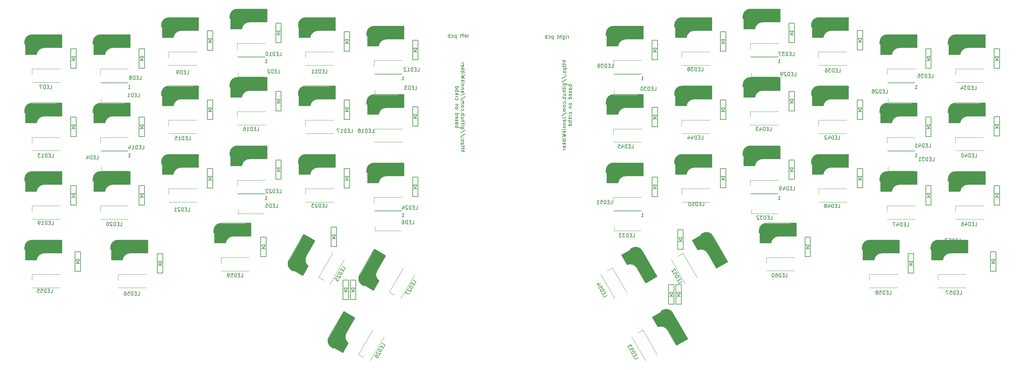
<source format=gbr>
%TF.GenerationSoftware,KiCad,Pcbnew,(5.1.6-0-10_14)*%
%TF.CreationDate,2020-10-01T11:45:50+02:00*%
%TF.ProjectId,cornetrack,636f726e-6574-4726-9163-6b2e6b696361,1.1*%
%TF.SameCoordinates,Original*%
%TF.FileFunction,Legend,Bot*%
%TF.FilePolarity,Positive*%
%FSLAX46Y46*%
G04 Gerber Fmt 4.6, Leading zero omitted, Abs format (unit mm)*
G04 Created by KiCad (PCBNEW (5.1.6-0-10_14)) date 2020-10-01 11:45:50*
%MOMM*%
%LPD*%
G01*
G04 APERTURE LIST*
%ADD10C,0.150000*%
%ADD11C,0.400000*%
%ADD12C,0.500000*%
%ADD13C,3.500000*%
%ADD14C,1.000000*%
%ADD15C,3.000000*%
%ADD16C,0.800000*%
%ADD17C,0.300000*%
%ADD18C,0.120000*%
G04 APERTURE END LIST*
D10*
X137215238Y-29916380D02*
X137310476Y-29868761D01*
X137358095Y-29773523D01*
X137358095Y-28916380D01*
X136453333Y-29868761D02*
X136548571Y-29916380D01*
X136739047Y-29916380D01*
X136834285Y-29868761D01*
X136881904Y-29773523D01*
X136881904Y-29392571D01*
X136834285Y-29297333D01*
X136739047Y-29249714D01*
X136548571Y-29249714D01*
X136453333Y-29297333D01*
X136405714Y-29392571D01*
X136405714Y-29487809D01*
X136881904Y-29583047D01*
X136120000Y-29249714D02*
X135739047Y-29249714D01*
X135977142Y-29916380D02*
X135977142Y-29059238D01*
X135929523Y-28964000D01*
X135834285Y-28916380D01*
X135739047Y-28916380D01*
X135548571Y-29249714D02*
X135167619Y-29249714D01*
X135405714Y-28916380D02*
X135405714Y-29773523D01*
X135358095Y-29868761D01*
X135262857Y-29916380D01*
X135167619Y-29916380D01*
X134072380Y-29249714D02*
X134072380Y-30249714D01*
X134072380Y-29297333D02*
X133977142Y-29249714D01*
X133786666Y-29249714D01*
X133691428Y-29297333D01*
X133643809Y-29344952D01*
X133596190Y-29440190D01*
X133596190Y-29725904D01*
X133643809Y-29821142D01*
X133691428Y-29868761D01*
X133786666Y-29916380D01*
X133977142Y-29916380D01*
X134072380Y-29868761D01*
X132739047Y-29868761D02*
X132834285Y-29916380D01*
X133024761Y-29916380D01*
X133120000Y-29868761D01*
X133167619Y-29821142D01*
X133215238Y-29725904D01*
X133215238Y-29440190D01*
X133167619Y-29344952D01*
X133120000Y-29297333D01*
X133024761Y-29249714D01*
X132834285Y-29249714D01*
X132739047Y-29297333D01*
X132310476Y-29916380D02*
X132310476Y-28916380D01*
X132310476Y-29297333D02*
X132215238Y-29249714D01*
X132024761Y-29249714D01*
X131929523Y-29297333D01*
X131881904Y-29344952D01*
X131834285Y-29440190D01*
X131834285Y-29725904D01*
X131881904Y-29821142D01*
X131929523Y-29868761D01*
X132024761Y-29916380D01*
X132215238Y-29916380D01*
X132310476Y-29868761D01*
X165266285Y-30170380D02*
X165266285Y-29503714D01*
X165266285Y-29694190D02*
X165218666Y-29598952D01*
X165171047Y-29551333D01*
X165075809Y-29503714D01*
X164980571Y-29503714D01*
X164647238Y-30170380D02*
X164647238Y-29503714D01*
X164647238Y-29170380D02*
X164694857Y-29218000D01*
X164647238Y-29265619D01*
X164599619Y-29218000D01*
X164647238Y-29170380D01*
X164647238Y-29265619D01*
X163742476Y-29503714D02*
X163742476Y-30313238D01*
X163790095Y-30408476D01*
X163837714Y-30456095D01*
X163932952Y-30503714D01*
X164075809Y-30503714D01*
X164171047Y-30456095D01*
X163742476Y-30122761D02*
X163837714Y-30170380D01*
X164028190Y-30170380D01*
X164123428Y-30122761D01*
X164171047Y-30075142D01*
X164218666Y-29979904D01*
X164218666Y-29694190D01*
X164171047Y-29598952D01*
X164123428Y-29551333D01*
X164028190Y-29503714D01*
X163837714Y-29503714D01*
X163742476Y-29551333D01*
X163266285Y-30170380D02*
X163266285Y-29170380D01*
X162837714Y-30170380D02*
X162837714Y-29646571D01*
X162885333Y-29551333D01*
X162980571Y-29503714D01*
X163123428Y-29503714D01*
X163218666Y-29551333D01*
X163266285Y-29598952D01*
X162504380Y-29503714D02*
X162123428Y-29503714D01*
X162361523Y-29170380D02*
X162361523Y-30027523D01*
X162313904Y-30122761D01*
X162218666Y-30170380D01*
X162123428Y-30170380D01*
X161028190Y-29503714D02*
X161028190Y-30503714D01*
X161028190Y-29551333D02*
X160932952Y-29503714D01*
X160742476Y-29503714D01*
X160647238Y-29551333D01*
X160599619Y-29598952D01*
X160552000Y-29694190D01*
X160552000Y-29979904D01*
X160599619Y-30075142D01*
X160647238Y-30122761D01*
X160742476Y-30170380D01*
X160932952Y-30170380D01*
X161028190Y-30122761D01*
X159694857Y-30122761D02*
X159790095Y-30170380D01*
X159980571Y-30170380D01*
X160075809Y-30122761D01*
X160123428Y-30075142D01*
X160171047Y-29979904D01*
X160171047Y-29694190D01*
X160123428Y-29598952D01*
X160075809Y-29551333D01*
X159980571Y-29503714D01*
X159790095Y-29503714D01*
X159694857Y-29551333D01*
X159266285Y-30170380D02*
X159266285Y-29170380D01*
X159266285Y-29551333D02*
X159171047Y-29503714D01*
X158980571Y-29503714D01*
X158885333Y-29551333D01*
X158837714Y-29598952D01*
X158790095Y-29694190D01*
X158790095Y-29979904D01*
X158837714Y-30075142D01*
X158885333Y-30122761D01*
X158980571Y-30170380D01*
X159171047Y-30170380D01*
X159266285Y-30122761D01*
X273883238Y-101290380D02*
X274359428Y-101290380D01*
X274359428Y-100290380D01*
X273549904Y-100766571D02*
X273216571Y-100766571D01*
X273073714Y-101290380D02*
X273549904Y-101290380D01*
X273549904Y-100290380D01*
X273073714Y-100290380D01*
X272645142Y-101290380D02*
X272645142Y-100290380D01*
X272407047Y-100290380D01*
X272264190Y-100338000D01*
X272168952Y-100433238D01*
X272121333Y-100528476D01*
X272073714Y-100718952D01*
X272073714Y-100861809D01*
X272121333Y-101052285D01*
X272168952Y-101147523D01*
X272264190Y-101242761D01*
X272407047Y-101290380D01*
X272645142Y-101290380D01*
X271168952Y-100290380D02*
X271645142Y-100290380D01*
X271692761Y-100766571D01*
X271645142Y-100718952D01*
X271549904Y-100671333D01*
X271311809Y-100671333D01*
X271216571Y-100718952D01*
X271168952Y-100766571D01*
X271121333Y-100861809D01*
X271121333Y-101099904D01*
X271168952Y-101195142D01*
X271216571Y-101242761D01*
X271311809Y-101290380D01*
X271549904Y-101290380D01*
X271645142Y-101242761D01*
X271692761Y-101195142D01*
X270788000Y-100290380D02*
X270121333Y-100290380D01*
X270549904Y-101290380D01*
X135500619Y-61633142D02*
X136500619Y-61633142D01*
X135500619Y-61204571D02*
X136024428Y-61204571D01*
X136119666Y-61252190D01*
X136167285Y-61347428D01*
X136167285Y-61490285D01*
X136119666Y-61585523D01*
X136072047Y-61633142D01*
X136167285Y-60871238D02*
X136167285Y-60490285D01*
X136500619Y-60728380D02*
X135643476Y-60728380D01*
X135548238Y-60680761D01*
X135500619Y-60585523D01*
X135500619Y-60490285D01*
X136167285Y-60299809D02*
X136167285Y-59918857D01*
X136500619Y-60156952D02*
X135643476Y-60156952D01*
X135548238Y-60109333D01*
X135500619Y-60014095D01*
X135500619Y-59918857D01*
X136167285Y-59585523D02*
X135167285Y-59585523D01*
X136119666Y-59585523D02*
X136167285Y-59490285D01*
X136167285Y-59299809D01*
X136119666Y-59204571D01*
X136072047Y-59156952D01*
X135976809Y-59109333D01*
X135691095Y-59109333D01*
X135595857Y-59156952D01*
X135548238Y-59204571D01*
X135500619Y-59299809D01*
X135500619Y-59490285D01*
X135548238Y-59585523D01*
X135548238Y-58728380D02*
X135500619Y-58633142D01*
X135500619Y-58442666D01*
X135548238Y-58347428D01*
X135643476Y-58299809D01*
X135691095Y-58299809D01*
X135786333Y-58347428D01*
X135833952Y-58442666D01*
X135833952Y-58585523D01*
X135881571Y-58680761D01*
X135976809Y-58728380D01*
X136024428Y-58728380D01*
X136119666Y-58680761D01*
X136167285Y-58585523D01*
X136167285Y-58442666D01*
X136119666Y-58347428D01*
X135595857Y-57871238D02*
X135548238Y-57823619D01*
X135500619Y-57871238D01*
X135548238Y-57918857D01*
X135595857Y-57871238D01*
X135500619Y-57871238D01*
X136119666Y-57871238D02*
X136072047Y-57823619D01*
X136024428Y-57871238D01*
X136072047Y-57918857D01*
X136119666Y-57871238D01*
X136024428Y-57871238D01*
X136548238Y-56680761D02*
X135262523Y-57537904D01*
X136548238Y-55633142D02*
X135262523Y-56490285D01*
X136167285Y-54871238D02*
X135357761Y-54871238D01*
X135262523Y-54918857D01*
X135214904Y-54966476D01*
X135167285Y-55061714D01*
X135167285Y-55204571D01*
X135214904Y-55299809D01*
X135548238Y-54871238D02*
X135500619Y-54966476D01*
X135500619Y-55156952D01*
X135548238Y-55252190D01*
X135595857Y-55299809D01*
X135691095Y-55347428D01*
X135976809Y-55347428D01*
X136072047Y-55299809D01*
X136119666Y-55252190D01*
X136167285Y-55156952D01*
X136167285Y-54966476D01*
X136119666Y-54871238D01*
X135500619Y-54395047D02*
X136167285Y-54395047D01*
X136500619Y-54395047D02*
X136453000Y-54442666D01*
X136405380Y-54395047D01*
X136453000Y-54347428D01*
X136500619Y-54395047D01*
X136405380Y-54395047D01*
X136167285Y-54061714D02*
X136167285Y-53680761D01*
X136500619Y-53918857D02*
X135643476Y-53918857D01*
X135548238Y-53871238D01*
X135500619Y-53776000D01*
X135500619Y-53680761D01*
X135500619Y-53347428D02*
X136500619Y-53347428D01*
X135500619Y-52918857D02*
X136024428Y-52918857D01*
X136119666Y-52966476D01*
X136167285Y-53061714D01*
X136167285Y-53204571D01*
X136119666Y-53299809D01*
X136072047Y-53347428D01*
X136167285Y-52014095D02*
X135500619Y-52014095D01*
X136167285Y-52442666D02*
X135643476Y-52442666D01*
X135548238Y-52395047D01*
X135500619Y-52299809D01*
X135500619Y-52156952D01*
X135548238Y-52061714D01*
X135595857Y-52014095D01*
X135500619Y-51537904D02*
X136500619Y-51537904D01*
X136119666Y-51537904D02*
X136167285Y-51442666D01*
X136167285Y-51252190D01*
X136119666Y-51156952D01*
X136072047Y-51109333D01*
X135976809Y-51061714D01*
X135691095Y-51061714D01*
X135595857Y-51109333D01*
X135548238Y-51156952D01*
X135500619Y-51252190D01*
X135500619Y-51442666D01*
X135548238Y-51537904D01*
X135595857Y-50633142D02*
X135548238Y-50585523D01*
X135500619Y-50633142D01*
X135548238Y-50680761D01*
X135595857Y-50633142D01*
X135500619Y-50633142D01*
X135548238Y-49728380D02*
X135500619Y-49823619D01*
X135500619Y-50014095D01*
X135548238Y-50109333D01*
X135595857Y-50156952D01*
X135691095Y-50204571D01*
X135976809Y-50204571D01*
X136072047Y-50156952D01*
X136119666Y-50109333D01*
X136167285Y-50014095D01*
X136167285Y-49823619D01*
X136119666Y-49728380D01*
X135500619Y-49156952D02*
X135548238Y-49252190D01*
X135595857Y-49299809D01*
X135691095Y-49347428D01*
X135976809Y-49347428D01*
X136072047Y-49299809D01*
X136119666Y-49252190D01*
X136167285Y-49156952D01*
X136167285Y-49014095D01*
X136119666Y-48918857D01*
X136072047Y-48871238D01*
X135976809Y-48823619D01*
X135691095Y-48823619D01*
X135595857Y-48871238D01*
X135548238Y-48918857D01*
X135500619Y-49014095D01*
X135500619Y-49156952D01*
X135500619Y-48395047D02*
X136167285Y-48395047D01*
X136072047Y-48395047D02*
X136119666Y-48347428D01*
X136167285Y-48252190D01*
X136167285Y-48109333D01*
X136119666Y-48014095D01*
X136024428Y-47966476D01*
X135500619Y-47966476D01*
X136024428Y-47966476D02*
X136119666Y-47918857D01*
X136167285Y-47823619D01*
X136167285Y-47680761D01*
X136119666Y-47585523D01*
X136024428Y-47537904D01*
X135500619Y-47537904D01*
X136548238Y-46347428D02*
X135262523Y-47204571D01*
X136500619Y-45728380D02*
X135786333Y-45728380D01*
X135643476Y-45776000D01*
X135548238Y-45871238D01*
X135500619Y-46014095D01*
X135500619Y-46109333D01*
X135500619Y-44823619D02*
X136024428Y-44823619D01*
X136119666Y-44871238D01*
X136167285Y-44966476D01*
X136167285Y-45156952D01*
X136119666Y-45252190D01*
X135548238Y-44823619D02*
X135500619Y-44918857D01*
X135500619Y-45156952D01*
X135548238Y-45252190D01*
X135643476Y-45299809D01*
X135738714Y-45299809D01*
X135833952Y-45252190D01*
X135881571Y-45156952D01*
X135881571Y-44918857D01*
X135929190Y-44823619D01*
X136167285Y-44347428D02*
X135500619Y-44347428D01*
X136072047Y-44347428D02*
X136119666Y-44299809D01*
X136167285Y-44204571D01*
X136167285Y-44061714D01*
X136119666Y-43966476D01*
X136024428Y-43918857D01*
X135500619Y-43918857D01*
X136167285Y-43442666D02*
X135500619Y-43442666D01*
X136072047Y-43442666D02*
X136119666Y-43395047D01*
X136167285Y-43299809D01*
X136167285Y-43156952D01*
X136119666Y-43061714D01*
X136024428Y-43014095D01*
X135500619Y-43014095D01*
X135500619Y-42537904D02*
X136167285Y-42537904D01*
X136500619Y-42537904D02*
X136453000Y-42585523D01*
X136405380Y-42537904D01*
X136453000Y-42490285D01*
X136500619Y-42537904D01*
X136405380Y-42537904D01*
X135500619Y-42061714D02*
X136500619Y-42061714D01*
X135881571Y-41966476D02*
X135500619Y-41680761D01*
X136167285Y-41680761D02*
X135786333Y-42061714D01*
X136500619Y-41347428D02*
X135500619Y-41109333D01*
X136214904Y-40918857D01*
X135500619Y-40728380D01*
X136500619Y-40490285D01*
X135500619Y-40109333D02*
X136167285Y-40109333D01*
X136500619Y-40109333D02*
X136453000Y-40156952D01*
X136405380Y-40109333D01*
X136453000Y-40061714D01*
X136500619Y-40109333D01*
X136405380Y-40109333D01*
X135500619Y-39633142D02*
X136500619Y-39633142D01*
X136119666Y-39633142D02*
X136167285Y-39537904D01*
X136167285Y-39347428D01*
X136119666Y-39252190D01*
X136072047Y-39204571D01*
X135976809Y-39156952D01*
X135691095Y-39156952D01*
X135595857Y-39204571D01*
X135548238Y-39252190D01*
X135500619Y-39347428D01*
X135500619Y-39537904D01*
X135548238Y-39633142D01*
X135500619Y-38728380D02*
X136500619Y-38728380D01*
X135881571Y-38633142D02*
X135500619Y-38347428D01*
X136167285Y-38347428D02*
X135786333Y-38728380D01*
X135548238Y-37537904D02*
X135500619Y-37633142D01*
X135500619Y-37823619D01*
X135548238Y-37918857D01*
X135643476Y-37966476D01*
X136024428Y-37966476D01*
X136119666Y-37918857D01*
X136167285Y-37823619D01*
X136167285Y-37633142D01*
X136119666Y-37537904D01*
X136024428Y-37490285D01*
X135929190Y-37490285D01*
X135833952Y-37966476D01*
X135500619Y-37061714D02*
X136167285Y-37061714D01*
X135976809Y-37061714D02*
X136072047Y-37014095D01*
X136119666Y-36966476D01*
X136167285Y-36871238D01*
X136167285Y-36776000D01*
X133850619Y-54942666D02*
X134850619Y-54942666D01*
X134469666Y-54942666D02*
X134517285Y-54847428D01*
X134517285Y-54656952D01*
X134469666Y-54561714D01*
X134422047Y-54514095D01*
X134326809Y-54466476D01*
X134041095Y-54466476D01*
X133945857Y-54514095D01*
X133898238Y-54561714D01*
X133850619Y-54656952D01*
X133850619Y-54847428D01*
X133898238Y-54942666D01*
X133850619Y-53609333D02*
X134374428Y-53609333D01*
X134469666Y-53656952D01*
X134517285Y-53752190D01*
X134517285Y-53942666D01*
X134469666Y-54037904D01*
X133898238Y-53609333D02*
X133850619Y-53704571D01*
X133850619Y-53942666D01*
X133898238Y-54037904D01*
X133993476Y-54085523D01*
X134088714Y-54085523D01*
X134183952Y-54037904D01*
X134231571Y-53942666D01*
X134231571Y-53704571D01*
X134279190Y-53609333D01*
X133898238Y-53180761D02*
X133850619Y-53085523D01*
X133850619Y-52895047D01*
X133898238Y-52799809D01*
X133993476Y-52752190D01*
X134041095Y-52752190D01*
X134136333Y-52799809D01*
X134183952Y-52895047D01*
X134183952Y-53037904D01*
X134231571Y-53133142D01*
X134326809Y-53180761D01*
X134374428Y-53180761D01*
X134469666Y-53133142D01*
X134517285Y-53037904D01*
X134517285Y-52895047D01*
X134469666Y-52799809D01*
X133898238Y-51942666D02*
X133850619Y-52037904D01*
X133850619Y-52228380D01*
X133898238Y-52323619D01*
X133993476Y-52371238D01*
X134374428Y-52371238D01*
X134469666Y-52323619D01*
X134517285Y-52228380D01*
X134517285Y-52037904D01*
X134469666Y-51942666D01*
X134374428Y-51895047D01*
X134279190Y-51895047D01*
X134183952Y-52371238D01*
X133850619Y-51037904D02*
X134850619Y-51037904D01*
X133898238Y-51037904D02*
X133850619Y-51133142D01*
X133850619Y-51323619D01*
X133898238Y-51418857D01*
X133945857Y-51466476D01*
X134041095Y-51514095D01*
X134326809Y-51514095D01*
X134422047Y-51466476D01*
X134469666Y-51418857D01*
X134517285Y-51323619D01*
X134517285Y-51133142D01*
X134469666Y-51037904D01*
X133850619Y-49656952D02*
X133898238Y-49752190D01*
X133945857Y-49799809D01*
X134041095Y-49847428D01*
X134326809Y-49847428D01*
X134422047Y-49799809D01*
X134469666Y-49752190D01*
X134517285Y-49656952D01*
X134517285Y-49514095D01*
X134469666Y-49418857D01*
X134422047Y-49371238D01*
X134326809Y-49323619D01*
X134041095Y-49323619D01*
X133945857Y-49371238D01*
X133898238Y-49418857D01*
X133850619Y-49514095D01*
X133850619Y-49656952D01*
X134517285Y-48895047D02*
X133850619Y-48895047D01*
X134422047Y-48895047D02*
X134469666Y-48847428D01*
X134517285Y-48752190D01*
X134517285Y-48609333D01*
X134469666Y-48514095D01*
X134374428Y-48466476D01*
X133850619Y-48466476D01*
X133898238Y-46799809D02*
X133850619Y-46895047D01*
X133850619Y-47085523D01*
X133898238Y-47180761D01*
X133945857Y-47228380D01*
X134041095Y-47276000D01*
X134326809Y-47276000D01*
X134422047Y-47228380D01*
X134469666Y-47180761D01*
X134517285Y-47085523D01*
X134517285Y-46895047D01*
X134469666Y-46799809D01*
X133850619Y-46371238D02*
X134517285Y-46371238D01*
X134326809Y-46371238D02*
X134422047Y-46323619D01*
X134469666Y-46276000D01*
X134517285Y-46180761D01*
X134517285Y-46085523D01*
X133850619Y-45752190D02*
X134850619Y-45752190D01*
X134231571Y-45656952D02*
X133850619Y-45371238D01*
X134517285Y-45371238D02*
X134136333Y-45752190D01*
X133850619Y-44942666D02*
X134850619Y-44942666D01*
X134469666Y-44942666D02*
X134517285Y-44847428D01*
X134517285Y-44656952D01*
X134469666Y-44561714D01*
X134422047Y-44514095D01*
X134326809Y-44466476D01*
X134041095Y-44466476D01*
X133945857Y-44514095D01*
X133898238Y-44561714D01*
X133850619Y-44656952D01*
X133850619Y-44847428D01*
X133898238Y-44942666D01*
X133850619Y-43609333D02*
X134850619Y-43609333D01*
X133898238Y-43609333D02*
X133850619Y-43704571D01*
X133850619Y-43895047D01*
X133898238Y-43990285D01*
X133945857Y-44037904D01*
X134041095Y-44085523D01*
X134326809Y-44085523D01*
X134422047Y-44037904D01*
X134469666Y-43990285D01*
X134517285Y-43895047D01*
X134517285Y-43704571D01*
X134469666Y-43609333D01*
X164473380Y-36410857D02*
X163473380Y-36410857D01*
X164473380Y-36839428D02*
X163949571Y-36839428D01*
X163854333Y-36791809D01*
X163806714Y-36696571D01*
X163806714Y-36553714D01*
X163854333Y-36458476D01*
X163901952Y-36410857D01*
X163806714Y-37172761D02*
X163806714Y-37553714D01*
X163473380Y-37315619D02*
X164330523Y-37315619D01*
X164425761Y-37363238D01*
X164473380Y-37458476D01*
X164473380Y-37553714D01*
X163806714Y-37744190D02*
X163806714Y-38125142D01*
X163473380Y-37887047D02*
X164330523Y-37887047D01*
X164425761Y-37934666D01*
X164473380Y-38029904D01*
X164473380Y-38125142D01*
X163806714Y-38458476D02*
X164806714Y-38458476D01*
X163854333Y-38458476D02*
X163806714Y-38553714D01*
X163806714Y-38744190D01*
X163854333Y-38839428D01*
X163901952Y-38887047D01*
X163997190Y-38934666D01*
X164282904Y-38934666D01*
X164378142Y-38887047D01*
X164425761Y-38839428D01*
X164473380Y-38744190D01*
X164473380Y-38553714D01*
X164425761Y-38458476D01*
X164425761Y-39315619D02*
X164473380Y-39410857D01*
X164473380Y-39601333D01*
X164425761Y-39696571D01*
X164330523Y-39744190D01*
X164282904Y-39744190D01*
X164187666Y-39696571D01*
X164140047Y-39601333D01*
X164140047Y-39458476D01*
X164092428Y-39363238D01*
X163997190Y-39315619D01*
X163949571Y-39315619D01*
X163854333Y-39363238D01*
X163806714Y-39458476D01*
X163806714Y-39601333D01*
X163854333Y-39696571D01*
X164378142Y-40172761D02*
X164425761Y-40220380D01*
X164473380Y-40172761D01*
X164425761Y-40125142D01*
X164378142Y-40172761D01*
X164473380Y-40172761D01*
X163854333Y-40172761D02*
X163901952Y-40220380D01*
X163949571Y-40172761D01*
X163901952Y-40125142D01*
X163854333Y-40172761D01*
X163949571Y-40172761D01*
X163425761Y-41363238D02*
X164711476Y-40506095D01*
X163425761Y-42410857D02*
X164711476Y-41553714D01*
X163806714Y-43172761D02*
X164616238Y-43172761D01*
X164711476Y-43125142D01*
X164759095Y-43077523D01*
X164806714Y-42982285D01*
X164806714Y-42839428D01*
X164759095Y-42744190D01*
X164425761Y-43172761D02*
X164473380Y-43077523D01*
X164473380Y-42887047D01*
X164425761Y-42791809D01*
X164378142Y-42744190D01*
X164282904Y-42696571D01*
X163997190Y-42696571D01*
X163901952Y-42744190D01*
X163854333Y-42791809D01*
X163806714Y-42887047D01*
X163806714Y-43077523D01*
X163854333Y-43172761D01*
X164473380Y-43648952D02*
X163806714Y-43648952D01*
X163473380Y-43648952D02*
X163521000Y-43601333D01*
X163568619Y-43648952D01*
X163521000Y-43696571D01*
X163473380Y-43648952D01*
X163568619Y-43648952D01*
X163806714Y-43982285D02*
X163806714Y-44363238D01*
X163473380Y-44125142D02*
X164330523Y-44125142D01*
X164425761Y-44172761D01*
X164473380Y-44268000D01*
X164473380Y-44363238D01*
X164473380Y-44696571D02*
X163473380Y-44696571D01*
X164473380Y-45125142D02*
X163949571Y-45125142D01*
X163854333Y-45077523D01*
X163806714Y-44982285D01*
X163806714Y-44839428D01*
X163854333Y-44744190D01*
X163901952Y-44696571D01*
X163806714Y-46029904D02*
X164473380Y-46029904D01*
X163806714Y-45601333D02*
X164330523Y-45601333D01*
X164425761Y-45648952D01*
X164473380Y-45744190D01*
X164473380Y-45887047D01*
X164425761Y-45982285D01*
X164378142Y-46029904D01*
X164473380Y-46506095D02*
X163473380Y-46506095D01*
X163854333Y-46506095D02*
X163806714Y-46601333D01*
X163806714Y-46791809D01*
X163854333Y-46887047D01*
X163901952Y-46934666D01*
X163997190Y-46982285D01*
X164282904Y-46982285D01*
X164378142Y-46934666D01*
X164425761Y-46887047D01*
X164473380Y-46791809D01*
X164473380Y-46601333D01*
X164425761Y-46506095D01*
X164378142Y-47410857D02*
X164425761Y-47458476D01*
X164473380Y-47410857D01*
X164425761Y-47363238D01*
X164378142Y-47410857D01*
X164473380Y-47410857D01*
X164425761Y-48315619D02*
X164473380Y-48220380D01*
X164473380Y-48029904D01*
X164425761Y-47934666D01*
X164378142Y-47887047D01*
X164282904Y-47839428D01*
X163997190Y-47839428D01*
X163901952Y-47887047D01*
X163854333Y-47934666D01*
X163806714Y-48029904D01*
X163806714Y-48220380D01*
X163854333Y-48315619D01*
X164473380Y-48887047D02*
X164425761Y-48791809D01*
X164378142Y-48744190D01*
X164282904Y-48696571D01*
X163997190Y-48696571D01*
X163901952Y-48744190D01*
X163854333Y-48791809D01*
X163806714Y-48887047D01*
X163806714Y-49029904D01*
X163854333Y-49125142D01*
X163901952Y-49172761D01*
X163997190Y-49220380D01*
X164282904Y-49220380D01*
X164378142Y-49172761D01*
X164425761Y-49125142D01*
X164473380Y-49029904D01*
X164473380Y-48887047D01*
X164473380Y-49648952D02*
X163806714Y-49648952D01*
X163901952Y-49648952D02*
X163854333Y-49696571D01*
X163806714Y-49791809D01*
X163806714Y-49934666D01*
X163854333Y-50029904D01*
X163949571Y-50077523D01*
X164473380Y-50077523D01*
X163949571Y-50077523D02*
X163854333Y-50125142D01*
X163806714Y-50220380D01*
X163806714Y-50363238D01*
X163854333Y-50458476D01*
X163949571Y-50506095D01*
X164473380Y-50506095D01*
X163425761Y-51696571D02*
X164711476Y-50839428D01*
X163473380Y-52315619D02*
X164187666Y-52315619D01*
X164330523Y-52268000D01*
X164425761Y-52172761D01*
X164473380Y-52029904D01*
X164473380Y-51934666D01*
X164473380Y-53220380D02*
X163949571Y-53220380D01*
X163854333Y-53172761D01*
X163806714Y-53077523D01*
X163806714Y-52887047D01*
X163854333Y-52791809D01*
X164425761Y-53220380D02*
X164473380Y-53125142D01*
X164473380Y-52887047D01*
X164425761Y-52791809D01*
X164330523Y-52744190D01*
X164235285Y-52744190D01*
X164140047Y-52791809D01*
X164092428Y-52887047D01*
X164092428Y-53125142D01*
X164044809Y-53220380D01*
X163806714Y-53696571D02*
X164473380Y-53696571D01*
X163901952Y-53696571D02*
X163854333Y-53744190D01*
X163806714Y-53839428D01*
X163806714Y-53982285D01*
X163854333Y-54077523D01*
X163949571Y-54125142D01*
X164473380Y-54125142D01*
X163806714Y-54601333D02*
X164473380Y-54601333D01*
X163901952Y-54601333D02*
X163854333Y-54648952D01*
X163806714Y-54744190D01*
X163806714Y-54887047D01*
X163854333Y-54982285D01*
X163949571Y-55029904D01*
X164473380Y-55029904D01*
X164473380Y-55506095D02*
X163806714Y-55506095D01*
X163473380Y-55506095D02*
X163521000Y-55458476D01*
X163568619Y-55506095D01*
X163521000Y-55553714D01*
X163473380Y-55506095D01*
X163568619Y-55506095D01*
X164473380Y-55982285D02*
X163473380Y-55982285D01*
X164092428Y-56077523D02*
X164473380Y-56363238D01*
X163806714Y-56363238D02*
X164187666Y-55982285D01*
X163473380Y-56696571D02*
X164473380Y-56934666D01*
X163759095Y-57125142D01*
X164473380Y-57315619D01*
X163473380Y-57553714D01*
X164473380Y-57934666D02*
X163806714Y-57934666D01*
X163473380Y-57934666D02*
X163521000Y-57887047D01*
X163568619Y-57934666D01*
X163521000Y-57982285D01*
X163473380Y-57934666D01*
X163568619Y-57934666D01*
X164473380Y-58410857D02*
X163473380Y-58410857D01*
X163854333Y-58410857D02*
X163806714Y-58506095D01*
X163806714Y-58696571D01*
X163854333Y-58791809D01*
X163901952Y-58839428D01*
X163997190Y-58887047D01*
X164282904Y-58887047D01*
X164378142Y-58839428D01*
X164425761Y-58791809D01*
X164473380Y-58696571D01*
X164473380Y-58506095D01*
X164425761Y-58410857D01*
X164473380Y-59315619D02*
X163473380Y-59315619D01*
X164092428Y-59410857D02*
X164473380Y-59696571D01*
X163806714Y-59696571D02*
X164187666Y-59315619D01*
X164425761Y-60506095D02*
X164473380Y-60410857D01*
X164473380Y-60220380D01*
X164425761Y-60125142D01*
X164330523Y-60077523D01*
X163949571Y-60077523D01*
X163854333Y-60125142D01*
X163806714Y-60220380D01*
X163806714Y-60410857D01*
X163854333Y-60506095D01*
X163949571Y-60553714D01*
X164044809Y-60553714D01*
X164140047Y-60077523D01*
X164473380Y-60982285D02*
X163806714Y-60982285D01*
X163997190Y-60982285D02*
X163901952Y-61029904D01*
X163854333Y-61077523D01*
X163806714Y-61172761D01*
X163806714Y-61268000D01*
X166123380Y-43101333D02*
X165123380Y-43101333D01*
X165504333Y-43101333D02*
X165456714Y-43196571D01*
X165456714Y-43387047D01*
X165504333Y-43482285D01*
X165551952Y-43529904D01*
X165647190Y-43577523D01*
X165932904Y-43577523D01*
X166028142Y-43529904D01*
X166075761Y-43482285D01*
X166123380Y-43387047D01*
X166123380Y-43196571D01*
X166075761Y-43101333D01*
X166123380Y-44434666D02*
X165599571Y-44434666D01*
X165504333Y-44387047D01*
X165456714Y-44291809D01*
X165456714Y-44101333D01*
X165504333Y-44006095D01*
X166075761Y-44434666D02*
X166123380Y-44339428D01*
X166123380Y-44101333D01*
X166075761Y-44006095D01*
X165980523Y-43958476D01*
X165885285Y-43958476D01*
X165790047Y-44006095D01*
X165742428Y-44101333D01*
X165742428Y-44339428D01*
X165694809Y-44434666D01*
X166075761Y-44863238D02*
X166123380Y-44958476D01*
X166123380Y-45148952D01*
X166075761Y-45244190D01*
X165980523Y-45291809D01*
X165932904Y-45291809D01*
X165837666Y-45244190D01*
X165790047Y-45148952D01*
X165790047Y-45006095D01*
X165742428Y-44910857D01*
X165647190Y-44863238D01*
X165599571Y-44863238D01*
X165504333Y-44910857D01*
X165456714Y-45006095D01*
X165456714Y-45148952D01*
X165504333Y-45244190D01*
X166075761Y-46101333D02*
X166123380Y-46006095D01*
X166123380Y-45815619D01*
X166075761Y-45720380D01*
X165980523Y-45672761D01*
X165599571Y-45672761D01*
X165504333Y-45720380D01*
X165456714Y-45815619D01*
X165456714Y-46006095D01*
X165504333Y-46101333D01*
X165599571Y-46148952D01*
X165694809Y-46148952D01*
X165790047Y-45672761D01*
X166123380Y-47006095D02*
X165123380Y-47006095D01*
X166075761Y-47006095D02*
X166123380Y-46910857D01*
X166123380Y-46720380D01*
X166075761Y-46625142D01*
X166028142Y-46577523D01*
X165932904Y-46529904D01*
X165647190Y-46529904D01*
X165551952Y-46577523D01*
X165504333Y-46625142D01*
X165456714Y-46720380D01*
X165456714Y-46910857D01*
X165504333Y-47006095D01*
X166123380Y-48387047D02*
X166075761Y-48291809D01*
X166028142Y-48244190D01*
X165932904Y-48196571D01*
X165647190Y-48196571D01*
X165551952Y-48244190D01*
X165504333Y-48291809D01*
X165456714Y-48387047D01*
X165456714Y-48529904D01*
X165504333Y-48625142D01*
X165551952Y-48672761D01*
X165647190Y-48720380D01*
X165932904Y-48720380D01*
X166028142Y-48672761D01*
X166075761Y-48625142D01*
X166123380Y-48529904D01*
X166123380Y-48387047D01*
X165456714Y-49148952D02*
X166123380Y-49148952D01*
X165551952Y-49148952D02*
X165504333Y-49196571D01*
X165456714Y-49291809D01*
X165456714Y-49434666D01*
X165504333Y-49529904D01*
X165599571Y-49577523D01*
X166123380Y-49577523D01*
X166075761Y-51244190D02*
X166123380Y-51148952D01*
X166123380Y-50958476D01*
X166075761Y-50863238D01*
X166028142Y-50815619D01*
X165932904Y-50768000D01*
X165647190Y-50768000D01*
X165551952Y-50815619D01*
X165504333Y-50863238D01*
X165456714Y-50958476D01*
X165456714Y-51148952D01*
X165504333Y-51244190D01*
X166123380Y-51672761D02*
X165456714Y-51672761D01*
X165647190Y-51672761D02*
X165551952Y-51720380D01*
X165504333Y-51768000D01*
X165456714Y-51863238D01*
X165456714Y-51958476D01*
X166123380Y-52291809D02*
X165123380Y-52291809D01*
X165742428Y-52387047D02*
X166123380Y-52672761D01*
X165456714Y-52672761D02*
X165837666Y-52291809D01*
X166123380Y-53101333D02*
X165123380Y-53101333D01*
X165504333Y-53101333D02*
X165456714Y-53196571D01*
X165456714Y-53387047D01*
X165504333Y-53482285D01*
X165551952Y-53529904D01*
X165647190Y-53577523D01*
X165932904Y-53577523D01*
X166028142Y-53529904D01*
X166075761Y-53482285D01*
X166123380Y-53387047D01*
X166123380Y-53196571D01*
X166075761Y-53101333D01*
X166123380Y-54434666D02*
X165123380Y-54434666D01*
X166075761Y-54434666D02*
X166123380Y-54339428D01*
X166123380Y-54148952D01*
X166075761Y-54053714D01*
X166028142Y-54006095D01*
X165932904Y-53958476D01*
X165647190Y-53958476D01*
X165551952Y-54006095D01*
X165504333Y-54053714D01*
X165456714Y-54148952D01*
X165456714Y-54339428D01*
X165504333Y-54434666D01*
%TO.C,D43*%
X29456000Y-92702000D02*
X28456000Y-92702000D01*
X28956000Y-92602000D02*
X29456000Y-91702000D01*
X28456000Y-91702000D02*
X28956000Y-92602000D01*
X29456000Y-91702000D02*
X28456000Y-91702000D01*
X29706000Y-89502000D02*
X28206000Y-89502000D01*
X29706000Y-94902000D02*
X28206000Y-94902000D01*
X29706000Y-89502000D02*
X29706000Y-94902000D01*
X28206000Y-94902000D02*
X28206000Y-89502000D01*
D11*
%TO.C,SW41*%
X198081037Y-113612925D02*
X197456037Y-112530393D01*
D12*
X188814307Y-107762479D02*
X190039307Y-109884241D01*
D10*
X198329242Y-113642829D02*
X194229241Y-106541420D01*
X192811550Y-111285907D02*
X195211550Y-115442829D01*
X188541102Y-107689273D02*
X190056102Y-110313330D01*
X191533793Y-105672767D02*
X190884274Y-106047767D01*
X192394915Y-105464273D02*
X188541102Y-107689273D01*
X190884274Y-106047767D02*
X190984274Y-106220972D01*
X196067576Y-114925508D02*
X198016133Y-113800508D01*
X195211550Y-115442829D02*
X198329242Y-113642829D01*
D13*
X195870396Y-112983983D02*
X192520396Y-107181613D01*
D14*
X197559626Y-113509816D02*
X195394563Y-114759816D01*
D12*
X195328057Y-115144624D02*
X194721358Y-113993791D01*
D15*
X192745204Y-106970991D02*
X190805307Y-108090991D01*
D16*
X189149115Y-107742382D02*
X190707960Y-106842383D01*
D17*
X191020877Y-106084370D02*
X191583793Y-105759370D01*
D14*
X190222947Y-109759374D02*
G75*
G02*
X192957960Y-110739497I823238J-2008831D01*
G01*
D10*
X191533793Y-105672768D02*
G75*
G02*
X194229241Y-106541420I913398J-1782050D01*
G01*
X190076537Y-110305784D02*
G75*
G02*
X192811550Y-111285907I823238J-2008831D01*
G01*
D11*
%TO.C,SW44*%
X48233500Y-86430000D02*
X46983500Y-86430000D01*
D12*
X38533500Y-91530000D02*
X40983500Y-91530000D01*
D10*
X48383500Y-86230000D02*
X40183499Y-86230000D01*
X43583500Y-89830000D02*
X48383500Y-89830000D01*
X38333500Y-91730000D02*
X41363500Y-91730000D01*
X38083500Y-88130000D02*
X38083500Y-88880000D01*
X38333500Y-87280000D02*
X38333500Y-91730000D01*
X38083500Y-88880000D02*
X38283500Y-88880000D01*
X48363500Y-88830000D02*
X48363500Y-86580000D01*
X48383500Y-89830000D02*
X48383500Y-86230000D01*
D13*
X46583500Y-88030000D02*
X39883500Y-88030000D01*
D14*
X47883500Y-86830000D02*
X47883500Y-89330000D01*
D12*
X48183500Y-89580000D02*
X46883500Y-89530000D01*
D15*
X39813500Y-87730000D02*
X39813500Y-89970000D01*
D16*
X38683500Y-91230000D02*
X38683500Y-89430001D01*
D17*
X38183500Y-88780000D02*
X38183500Y-88130000D01*
D14*
X40967182Y-91308529D02*
G75*
G02*
X43183500Y-89430000I2151318J-291471D01*
G01*
D10*
X38083500Y-88130001D02*
G75*
G02*
X40183499Y-86230000I2000000J-99999D01*
G01*
X41367182Y-91708529D02*
G75*
G02*
X43583500Y-89830000I2151318J-291471D01*
G01*
D11*
%TO.C,SW21*%
X111464937Y-88973423D02*
X110839937Y-90055955D01*
D12*
X111031667Y-99923869D02*
X112256667Y-97802107D01*
D10*
X111366732Y-88743519D02*
X107266732Y-95844928D01*
X112084424Y-94700441D02*
X114484424Y-90543519D01*
X111104872Y-100197075D02*
X112619872Y-97573018D01*
X107862181Y-98613581D02*
X108511700Y-98988581D01*
X107251059Y-97972075D02*
X111104872Y-100197075D01*
X108511700Y-98988581D02*
X108611700Y-98815376D01*
X113608398Y-90060840D02*
X111659841Y-88935840D01*
X114484424Y-90543519D02*
X111366732Y-88743519D01*
D13*
X112025578Y-91202365D02*
X108675578Y-97004735D01*
D14*
X111636348Y-89476532D02*
X113801411Y-90726532D01*
D12*
X114167917Y-90591724D02*
X113474616Y-91692557D01*
D15*
X108380770Y-96915357D02*
X110320667Y-98035357D01*
D16*
X110846859Y-99643966D02*
X109288014Y-98743966D01*
D17*
X108475097Y-98851978D02*
X107912181Y-98526978D01*
D14*
X112056709Y-97705503D02*
G75*
G02*
X111538014Y-94846851I1328080J1717360D01*
G01*
D10*
X107862181Y-98613581D02*
G75*
G02*
X107266732Y-95844928I1086602J1682051D01*
G01*
X112603119Y-97559093D02*
G75*
G02*
X112084424Y-94700441I1328080J1717360D01*
G01*
D11*
%TO.C,SW8*%
X43357500Y-48380000D02*
X42107500Y-48380000D01*
D12*
X33657500Y-53480000D02*
X36107500Y-53480000D01*
D10*
X43507500Y-48180000D02*
X35307499Y-48180000D01*
X38707500Y-51780000D02*
X43507500Y-51780000D01*
X33457500Y-53680000D02*
X36487500Y-53680000D01*
X33207500Y-50080000D02*
X33207500Y-50830000D01*
X33457500Y-49230000D02*
X33457500Y-53680000D01*
X33207500Y-50830000D02*
X33407500Y-50830000D01*
X43487500Y-50780000D02*
X43487500Y-48530000D01*
X43507500Y-51780000D02*
X43507500Y-48180000D01*
D13*
X41707500Y-49980000D02*
X35007500Y-49980000D01*
D14*
X43007500Y-48780000D02*
X43007500Y-51280000D01*
D12*
X43307500Y-51530000D02*
X42007500Y-51480000D01*
D15*
X34937500Y-49680000D02*
X34937500Y-51920000D01*
D16*
X33807500Y-53180000D02*
X33807500Y-51380001D01*
D17*
X33307500Y-50730000D02*
X33307500Y-50080000D01*
D14*
X36091182Y-53258529D02*
G75*
G02*
X38307500Y-51380000I2151318J-291471D01*
G01*
D10*
X33207500Y-50080001D02*
G75*
G02*
X35307499Y-48180000I2000000J-99999D01*
G01*
X36491182Y-53658529D02*
G75*
G02*
X38707500Y-51780000I2151318J-291471D01*
G01*
%TO.C,D41*%
X195084000Y-104046000D02*
X195084000Y-98646000D01*
X196584000Y-98646000D02*
X196584000Y-104046000D01*
X196584000Y-104046000D02*
X195084000Y-104046000D01*
X196584000Y-98646000D02*
X195084000Y-98646000D01*
X196334000Y-100846000D02*
X195334000Y-100846000D01*
X195334000Y-100846000D02*
X195834000Y-101746000D01*
X195834000Y-101746000D02*
X196334000Y-100846000D01*
X196334000Y-101846000D02*
X195334000Y-101846000D01*
%TO.C,D47*%
X260850000Y-93210000D02*
X259850000Y-93210000D01*
X260350000Y-93110000D02*
X260850000Y-92210000D01*
X259850000Y-92210000D02*
X260350000Y-93110000D01*
X260850000Y-92210000D02*
X259850000Y-92210000D01*
X261100000Y-90010000D02*
X259600000Y-90010000D01*
X261100000Y-95410000D02*
X259600000Y-95410000D01*
X261100000Y-90010000D02*
X261100000Y-95410000D01*
X259600000Y-95410000D02*
X259600000Y-90010000D01*
%TO.C,D46*%
X282460000Y-94902000D02*
X282460000Y-89502000D01*
X283960000Y-89502000D02*
X283960000Y-94902000D01*
X283960000Y-94902000D02*
X282460000Y-94902000D01*
X283960000Y-89502000D02*
X282460000Y-89502000D01*
X283710000Y-91702000D02*
X282710000Y-91702000D01*
X282710000Y-91702000D02*
X283210000Y-92602000D01*
X283210000Y-92602000D02*
X283710000Y-91702000D01*
X283710000Y-92702000D02*
X282710000Y-92702000D01*
%TO.C,D45*%
X81018000Y-88638000D02*
X80018000Y-88638000D01*
X80518000Y-88538000D02*
X81018000Y-87638000D01*
X80018000Y-87638000D02*
X80518000Y-88538000D01*
X81018000Y-87638000D02*
X80018000Y-87638000D01*
X81268000Y-85438000D02*
X79768000Y-85438000D01*
X81268000Y-90838000D02*
X79768000Y-90838000D01*
X81268000Y-85438000D02*
X81268000Y-90838000D01*
X79768000Y-90838000D02*
X79768000Y-85438000D01*
%TO.C,D44*%
X52316000Y-93207000D02*
X51316000Y-93207000D01*
X51816000Y-93107000D02*
X52316000Y-92207000D01*
X51316000Y-92207000D02*
X51816000Y-93107000D01*
X52316000Y-92207000D02*
X51316000Y-92207000D01*
X52566000Y-90007000D02*
X51066000Y-90007000D01*
X52566000Y-95407000D02*
X51066000Y-95407000D01*
X52566000Y-90007000D02*
X52566000Y-95407000D01*
X51066000Y-95407000D02*
X51066000Y-90007000D01*
D11*
%TO.C,SW42*%
X189571883Y-96334639D02*
X188946883Y-95252107D01*
D12*
X180305153Y-90484193D02*
X181530153Y-92605955D01*
D10*
X189820088Y-96364543D02*
X185720087Y-89263134D01*
X184302396Y-94007621D02*
X186702396Y-98164543D01*
X180031948Y-90410987D02*
X181546948Y-93035044D01*
X183024639Y-88394481D02*
X182375120Y-88769481D01*
X183885761Y-88185987D02*
X180031948Y-90410987D01*
X182375120Y-88769481D02*
X182475120Y-88942686D01*
X187558422Y-97647222D02*
X189506979Y-96522222D01*
X186702396Y-98164543D02*
X189820088Y-96364543D01*
D13*
X187361242Y-95705697D02*
X184011242Y-89903327D01*
D14*
X189050472Y-96231530D02*
X186885409Y-97481530D01*
D12*
X186818903Y-97866338D02*
X186212204Y-96715505D01*
D15*
X184236050Y-89692705D02*
X182296153Y-90812705D01*
D16*
X180639961Y-90464096D02*
X182198806Y-89564097D01*
D17*
X182511723Y-88806084D02*
X183074639Y-88481084D01*
D14*
X181713793Y-92481088D02*
G75*
G02*
X184448806Y-93461211I823238J-2008831D01*
G01*
D10*
X183024639Y-88394482D02*
G75*
G02*
X185720087Y-89263134I913398J-1782050D01*
G01*
X181567383Y-93027498D02*
G75*
G02*
X184302396Y-94007621I823238J-2008831D01*
G01*
D11*
%TO.C,SW48*%
X228334500Y-81742000D02*
X227084500Y-81742000D01*
D12*
X218634500Y-86842000D02*
X221084500Y-86842000D01*
D10*
X228484500Y-81542000D02*
X220284499Y-81542000D01*
X223684500Y-85142000D02*
X228484500Y-85142000D01*
X218434500Y-87042000D02*
X221464500Y-87042000D01*
X218184500Y-83442000D02*
X218184500Y-84192000D01*
X218434500Y-82592000D02*
X218434500Y-87042000D01*
X218184500Y-84192000D02*
X218384500Y-84192000D01*
X228464500Y-84142000D02*
X228464500Y-81892000D01*
X228484500Y-85142000D02*
X228484500Y-81542000D01*
D13*
X226684500Y-83342000D02*
X219984500Y-83342000D01*
D14*
X227984500Y-82142000D02*
X227984500Y-84642000D01*
D12*
X228284500Y-84892000D02*
X226984500Y-84842000D01*
D15*
X219914500Y-83042000D02*
X219914500Y-85282000D01*
D16*
X218784500Y-86542000D02*
X218784500Y-84742001D01*
D17*
X218284500Y-84092000D02*
X218284500Y-83442000D01*
D14*
X221068182Y-86620529D02*
G75*
G02*
X223284500Y-84742000I2151318J-291471D01*
G01*
D10*
X218184500Y-83442001D02*
G75*
G02*
X220284499Y-81542000I2000000J-99999D01*
G01*
X221468182Y-87020529D02*
G75*
G02*
X223684500Y-85142000I2151318J-291471D01*
G01*
D11*
%TO.C,SW38*%
X204864500Y-62625000D02*
X203614500Y-62625000D01*
D12*
X195164500Y-67725000D02*
X197614500Y-67725000D01*
D10*
X205014500Y-62425000D02*
X196814499Y-62425000D01*
X200214500Y-66025000D02*
X205014500Y-66025000D01*
X194964500Y-67925000D02*
X197994500Y-67925000D01*
X194714500Y-64325000D02*
X194714500Y-65075000D01*
X194964500Y-63475000D02*
X194964500Y-67925000D01*
X194714500Y-65075000D02*
X194914500Y-65075000D01*
X204994500Y-65025000D02*
X204994500Y-62775000D01*
X205014500Y-66025000D02*
X205014500Y-62425000D01*
D13*
X203214500Y-64225000D02*
X196514500Y-64225000D01*
D14*
X204514500Y-63025000D02*
X204514500Y-65525000D01*
D12*
X204814500Y-65775000D02*
X203514500Y-65725000D01*
D15*
X196444500Y-63925000D02*
X196444500Y-66165000D01*
D16*
X195314500Y-67425000D02*
X195314500Y-65625001D01*
D17*
X194814500Y-64975000D02*
X194814500Y-64325000D01*
D14*
X197598182Y-67503529D02*
G75*
G02*
X199814500Y-65625000I2151318J-291471D01*
G01*
D10*
X194714500Y-64325001D02*
G75*
G02*
X196814499Y-62425000I2000000J-99999D01*
G01*
X197998182Y-67903529D02*
G75*
G02*
X200214500Y-66025000I2151318J-291471D01*
G01*
D11*
%TO.C,SW34*%
X280864500Y-67375000D02*
X279614500Y-67375000D01*
D12*
X271164500Y-72475000D02*
X273614500Y-72475000D01*
D10*
X281014500Y-67175000D02*
X272814499Y-67175000D01*
X276214500Y-70775000D02*
X281014500Y-70775000D01*
X270964500Y-72675000D02*
X273994500Y-72675000D01*
X270714500Y-69075000D02*
X270714500Y-69825000D01*
X270964500Y-68225000D02*
X270964500Y-72675000D01*
X270714500Y-69825000D02*
X270914500Y-69825000D01*
X280994500Y-69775000D02*
X280994500Y-67525000D01*
X281014500Y-70775000D02*
X281014500Y-67175000D01*
D13*
X279214500Y-68975000D02*
X272514500Y-68975000D01*
D14*
X280514500Y-67775000D02*
X280514500Y-70275000D01*
D12*
X280814500Y-70525000D02*
X279514500Y-70475000D01*
D15*
X272444500Y-68675000D02*
X272444500Y-70915000D01*
D16*
X271314500Y-72175000D02*
X271314500Y-70375001D01*
D17*
X270814500Y-69725000D02*
X270814500Y-69075000D01*
D14*
X273598182Y-72253529D02*
G75*
G02*
X275814500Y-70375000I2151318J-291471D01*
G01*
D10*
X270714500Y-69075001D02*
G75*
G02*
X272814499Y-67175000I2000000J-99999D01*
G01*
X273998182Y-72653529D02*
G75*
G02*
X276214500Y-70775000I2151318J-291471D01*
G01*
D11*
%TO.C,SW32*%
X204864500Y-43625000D02*
X203614500Y-43625000D01*
D12*
X195164500Y-48725000D02*
X197614500Y-48725000D01*
D10*
X205014500Y-43425000D02*
X196814499Y-43425000D01*
X200214500Y-47025000D02*
X205014500Y-47025000D01*
X194964500Y-48925000D02*
X197994500Y-48925000D01*
X194714500Y-45325000D02*
X194714500Y-46075000D01*
X194964500Y-44475000D02*
X194964500Y-48925000D01*
X194714500Y-46075000D02*
X194914500Y-46075000D01*
X204994500Y-46025000D02*
X204994500Y-43775000D01*
X205014500Y-47025000D02*
X205014500Y-43425000D01*
D13*
X203214500Y-45225000D02*
X196514500Y-45225000D01*
D14*
X204514500Y-44025000D02*
X204514500Y-46525000D01*
D12*
X204814500Y-46775000D02*
X203514500Y-46725000D01*
D15*
X196444500Y-44925000D02*
X196444500Y-47165000D01*
D16*
X195314500Y-48425000D02*
X195314500Y-46625001D01*
D17*
X194814500Y-45975000D02*
X194814500Y-45325000D01*
D14*
X197598182Y-48503529D02*
G75*
G02*
X199814500Y-46625000I2151318J-291471D01*
G01*
D10*
X194714500Y-45325001D02*
G75*
G02*
X196814499Y-43425000I2000000J-99999D01*
G01*
X197998182Y-48903529D02*
G75*
G02*
X200214500Y-47025000I2151318J-291471D01*
G01*
D11*
%TO.C,SW31*%
X223864500Y-41250000D02*
X222614500Y-41250000D01*
D12*
X214164500Y-46350000D02*
X216614500Y-46350000D01*
D10*
X224014500Y-41050000D02*
X215814499Y-41050000D01*
X219214500Y-44650000D02*
X224014500Y-44650000D01*
X213964500Y-46550000D02*
X216994500Y-46550000D01*
X213714500Y-42950000D02*
X213714500Y-43700000D01*
X213964500Y-42100000D02*
X213964500Y-46550000D01*
X213714500Y-43700000D02*
X213914500Y-43700000D01*
X223994500Y-43650000D02*
X223994500Y-41400000D01*
X224014500Y-44650000D02*
X224014500Y-41050000D01*
D13*
X222214500Y-42850000D02*
X215514500Y-42850000D01*
D14*
X223514500Y-41650000D02*
X223514500Y-44150000D01*
D12*
X223814500Y-44400000D02*
X222514500Y-44350000D01*
D15*
X215444500Y-42550000D02*
X215444500Y-44790000D01*
D16*
X214314500Y-46050000D02*
X214314500Y-44250001D01*
D17*
X213814500Y-43600000D02*
X213814500Y-42950000D01*
D14*
X216598182Y-46128529D02*
G75*
G02*
X218814500Y-44250000I2151318J-291471D01*
G01*
D10*
X213714500Y-42950001D02*
G75*
G02*
X215814499Y-41050000I2000000J-99999D01*
G01*
X216998182Y-46528529D02*
G75*
G02*
X219214500Y-44650000I2151318J-291471D01*
G01*
D11*
%TO.C,SW30*%
X242864500Y-43625000D02*
X241614500Y-43625000D01*
D12*
X233164500Y-48725000D02*
X235614500Y-48725000D01*
D10*
X243014500Y-43425000D02*
X234814499Y-43425000D01*
X238214500Y-47025000D02*
X243014500Y-47025000D01*
X232964500Y-48925000D02*
X235994500Y-48925000D01*
X232714500Y-45325000D02*
X232714500Y-46075000D01*
X232964500Y-44475000D02*
X232964500Y-48925000D01*
X232714500Y-46075000D02*
X232914500Y-46075000D01*
X242994500Y-46025000D02*
X242994500Y-43775000D01*
X243014500Y-47025000D02*
X243014500Y-43425000D01*
D13*
X241214500Y-45225000D02*
X234514500Y-45225000D01*
D14*
X242514500Y-44025000D02*
X242514500Y-46525000D01*
D12*
X242814500Y-46775000D02*
X241514500Y-46725000D01*
D15*
X234444500Y-44925000D02*
X234444500Y-47165000D01*
D16*
X233314500Y-48425000D02*
X233314500Y-46625001D01*
D17*
X232814500Y-45975000D02*
X232814500Y-45325000D01*
D14*
X235598182Y-48503529D02*
G75*
G02*
X237814500Y-46625000I2151318J-291471D01*
G01*
D10*
X232714500Y-45325001D02*
G75*
G02*
X234814499Y-43425000I2000000J-99999D01*
G01*
X235998182Y-48903529D02*
G75*
G02*
X238214500Y-47025000I2151318J-291471D01*
G01*
D11*
%TO.C,SW29*%
X261864500Y-48375000D02*
X260614500Y-48375000D01*
D12*
X252164500Y-53475000D02*
X254614500Y-53475000D01*
D10*
X262014500Y-48175000D02*
X253814499Y-48175000D01*
X257214500Y-51775000D02*
X262014500Y-51775000D01*
X251964500Y-53675000D02*
X254994500Y-53675000D01*
X251714500Y-50075000D02*
X251714500Y-50825000D01*
X251964500Y-49225000D02*
X251964500Y-53675000D01*
X251714500Y-50825000D02*
X251914500Y-50825000D01*
X261994500Y-50775000D02*
X261994500Y-48525000D01*
X262014500Y-51775000D02*
X262014500Y-48175000D01*
D13*
X260214500Y-49975000D02*
X253514500Y-49975000D01*
D14*
X261514500Y-48775000D02*
X261514500Y-51275000D01*
D12*
X261814500Y-51525000D02*
X260514500Y-51475000D01*
D15*
X253444500Y-49675000D02*
X253444500Y-51915000D01*
D16*
X252314500Y-53175000D02*
X252314500Y-51375001D01*
D17*
X251814500Y-50725000D02*
X251814500Y-50075000D01*
D14*
X254598182Y-53253529D02*
G75*
G02*
X256814500Y-51375000I2151318J-291471D01*
G01*
D10*
X251714500Y-50075001D02*
G75*
G02*
X253814499Y-48175000I2000000J-99999D01*
G01*
X254998182Y-53653529D02*
G75*
G02*
X257214500Y-51775000I2151318J-291471D01*
G01*
D11*
%TO.C,SW28*%
X280864500Y-48375000D02*
X279614500Y-48375000D01*
D12*
X271164500Y-53475000D02*
X273614500Y-53475000D01*
D10*
X281014500Y-48175000D02*
X272814499Y-48175000D01*
X276214500Y-51775000D02*
X281014500Y-51775000D01*
X270964500Y-53675000D02*
X273994500Y-53675000D01*
X270714500Y-50075000D02*
X270714500Y-50825000D01*
X270964500Y-49225000D02*
X270964500Y-53675000D01*
X270714500Y-50825000D02*
X270914500Y-50825000D01*
X280994500Y-50775000D02*
X280994500Y-48525000D01*
X281014500Y-51775000D02*
X281014500Y-48175000D01*
D13*
X279214500Y-49975000D02*
X272514500Y-49975000D01*
D14*
X280514500Y-48775000D02*
X280514500Y-51275000D01*
D12*
X280814500Y-51525000D02*
X279514500Y-51475000D01*
D15*
X272444500Y-49675000D02*
X272444500Y-51915000D01*
D16*
X271314500Y-53175000D02*
X271314500Y-51375001D01*
D17*
X270814500Y-50725000D02*
X270814500Y-50075000D01*
D14*
X273598182Y-53253529D02*
G75*
G02*
X275814500Y-51375000I2151318J-291471D01*
G01*
D10*
X270714500Y-50075001D02*
G75*
G02*
X272814499Y-48175000I2000000J-99999D01*
G01*
X273998182Y-53653529D02*
G75*
G02*
X276214500Y-51775000I2151318J-291471D01*
G01*
D11*
%TO.C,SW27*%
X185857500Y-27005000D02*
X184607500Y-27005000D01*
D12*
X176157500Y-32105000D02*
X178607500Y-32105000D01*
D10*
X186007500Y-26805000D02*
X177807499Y-26805000D01*
X181207500Y-30405000D02*
X186007500Y-30405000D01*
X175957500Y-32305000D02*
X178987500Y-32305000D01*
X175707500Y-28705000D02*
X175707500Y-29455000D01*
X175957500Y-27855000D02*
X175957500Y-32305000D01*
X175707500Y-29455000D02*
X175907500Y-29455000D01*
X185987500Y-29405000D02*
X185987500Y-27155000D01*
X186007500Y-30405000D02*
X186007500Y-26805000D01*
D13*
X184207500Y-28605000D02*
X177507500Y-28605000D01*
D14*
X185507500Y-27405000D02*
X185507500Y-29905000D01*
D12*
X185807500Y-30155000D02*
X184507500Y-30105000D01*
D15*
X177437500Y-28305000D02*
X177437500Y-30545000D01*
D16*
X176307500Y-31805000D02*
X176307500Y-30005001D01*
D17*
X175807500Y-29355000D02*
X175807500Y-28705000D01*
D14*
X178591182Y-31883529D02*
G75*
G02*
X180807500Y-30005000I2151318J-291471D01*
G01*
D10*
X175707500Y-28705001D02*
G75*
G02*
X177807499Y-26805000I2000000J-99999D01*
G01*
X178991182Y-32283529D02*
G75*
G02*
X181207500Y-30405000I2151318J-291471D01*
G01*
D11*
%TO.C,SW26*%
X204864500Y-24625000D02*
X203614500Y-24625000D01*
D12*
X195164500Y-29725000D02*
X197614500Y-29725000D01*
D10*
X205014500Y-24425000D02*
X196814499Y-24425000D01*
X200214500Y-28025000D02*
X205014500Y-28025000D01*
X194964500Y-29925000D02*
X197994500Y-29925000D01*
X194714500Y-26325000D02*
X194714500Y-27075000D01*
X194964500Y-25475000D02*
X194964500Y-29925000D01*
X194714500Y-27075000D02*
X194914500Y-27075000D01*
X204994500Y-27025000D02*
X204994500Y-24775000D01*
X205014500Y-28025000D02*
X205014500Y-24425000D01*
D13*
X203214500Y-26225000D02*
X196514500Y-26225000D01*
D14*
X204514500Y-25025000D02*
X204514500Y-27525000D01*
D12*
X204814500Y-27775000D02*
X203514500Y-27725000D01*
D15*
X196444500Y-25925000D02*
X196444500Y-28165000D01*
D16*
X195314500Y-29425000D02*
X195314500Y-27625001D01*
D17*
X194814500Y-26975000D02*
X194814500Y-26325000D01*
D14*
X197598182Y-29503529D02*
G75*
G02*
X199814500Y-27625000I2151318J-291471D01*
G01*
D10*
X194714500Y-26325001D02*
G75*
G02*
X196814499Y-24425000I2000000J-99999D01*
G01*
X197998182Y-29903529D02*
G75*
G02*
X200214500Y-28025000I2151318J-291471D01*
G01*
D11*
%TO.C,SW25*%
X223864500Y-22250000D02*
X222614500Y-22250000D01*
D12*
X214164500Y-27350000D02*
X216614500Y-27350000D01*
D10*
X224014500Y-22050000D02*
X215814499Y-22050000D01*
X219214500Y-25650000D02*
X224014500Y-25650000D01*
X213964500Y-27550000D02*
X216994500Y-27550000D01*
X213714500Y-23950000D02*
X213714500Y-24700000D01*
X213964500Y-23100000D02*
X213964500Y-27550000D01*
X213714500Y-24700000D02*
X213914500Y-24700000D01*
X223994500Y-24650000D02*
X223994500Y-22400000D01*
X224014500Y-25650000D02*
X224014500Y-22050000D01*
D13*
X222214500Y-23850000D02*
X215514500Y-23850000D01*
D14*
X223514500Y-22650000D02*
X223514500Y-25150000D01*
D12*
X223814500Y-25400000D02*
X222514500Y-25350000D01*
D15*
X215444500Y-23550000D02*
X215444500Y-25790000D01*
D16*
X214314500Y-27050000D02*
X214314500Y-25250001D01*
D17*
X213814500Y-24600000D02*
X213814500Y-23950000D01*
D14*
X216598182Y-27128529D02*
G75*
G02*
X218814500Y-25250000I2151318J-291471D01*
G01*
D10*
X213714500Y-23950001D02*
G75*
G02*
X215814499Y-22050000I2000000J-99999D01*
G01*
X216998182Y-27528529D02*
G75*
G02*
X219214500Y-25650000I2151318J-291471D01*
G01*
D11*
%TO.C,SW24*%
X242864500Y-24625000D02*
X241614500Y-24625000D01*
D12*
X233164500Y-29725000D02*
X235614500Y-29725000D01*
D10*
X243014500Y-24425000D02*
X234814499Y-24425000D01*
X238214500Y-28025000D02*
X243014500Y-28025000D01*
X232964500Y-29925000D02*
X235994500Y-29925000D01*
X232714500Y-26325000D02*
X232714500Y-27075000D01*
X232964500Y-25475000D02*
X232964500Y-29925000D01*
X232714500Y-27075000D02*
X232914500Y-27075000D01*
X242994500Y-27025000D02*
X242994500Y-24775000D01*
X243014500Y-28025000D02*
X243014500Y-24425000D01*
D13*
X241214500Y-26225000D02*
X234514500Y-26225000D01*
D14*
X242514500Y-25025000D02*
X242514500Y-27525000D01*
D12*
X242814500Y-27775000D02*
X241514500Y-27725000D01*
D15*
X234444500Y-25925000D02*
X234444500Y-28165000D01*
D16*
X233314500Y-29425000D02*
X233314500Y-27625001D01*
D17*
X232814500Y-26975000D02*
X232814500Y-26325000D01*
D14*
X235598182Y-29503529D02*
G75*
G02*
X237814500Y-27625000I2151318J-291471D01*
G01*
D10*
X232714500Y-26325001D02*
G75*
G02*
X234814499Y-24425000I2000000J-99999D01*
G01*
X235998182Y-29903529D02*
G75*
G02*
X238214500Y-28025000I2151318J-291471D01*
G01*
D11*
%TO.C,SW23*%
X261864500Y-29375000D02*
X260614500Y-29375000D01*
D12*
X252164500Y-34475000D02*
X254614500Y-34475000D01*
D10*
X262014500Y-29175000D02*
X253814499Y-29175000D01*
X257214500Y-32775000D02*
X262014500Y-32775000D01*
X251964500Y-34675000D02*
X254994500Y-34675000D01*
X251714500Y-31075000D02*
X251714500Y-31825000D01*
X251964500Y-30225000D02*
X251964500Y-34675000D01*
X251714500Y-31825000D02*
X251914500Y-31825000D01*
X261994500Y-31775000D02*
X261994500Y-29525000D01*
X262014500Y-32775000D02*
X262014500Y-29175000D01*
D13*
X260214500Y-30975000D02*
X253514500Y-30975000D01*
D14*
X261514500Y-29775000D02*
X261514500Y-32275000D01*
D12*
X261814500Y-32525000D02*
X260514500Y-32475000D01*
D15*
X253444500Y-30675000D02*
X253444500Y-32915000D01*
D16*
X252314500Y-34175000D02*
X252314500Y-32375001D01*
D17*
X251814500Y-31725000D02*
X251814500Y-31075000D01*
D14*
X254598182Y-34253529D02*
G75*
G02*
X256814500Y-32375000I2151318J-291471D01*
G01*
D10*
X251714500Y-31075001D02*
G75*
G02*
X253814499Y-29175000I2000000J-99999D01*
G01*
X254998182Y-34653529D02*
G75*
G02*
X257214500Y-32775000I2151318J-291471D01*
G01*
D11*
%TO.C,SW22*%
X280864500Y-29375000D02*
X279614500Y-29375000D01*
D12*
X271164500Y-34475000D02*
X273614500Y-34475000D01*
D10*
X281014500Y-29175000D02*
X272814499Y-29175000D01*
X276214500Y-32775000D02*
X281014500Y-32775000D01*
X270964500Y-34675000D02*
X273994500Y-34675000D01*
X270714500Y-31075000D02*
X270714500Y-31825000D01*
X270964500Y-30225000D02*
X270964500Y-34675000D01*
X270714500Y-31825000D02*
X270914500Y-31825000D01*
X280994500Y-31775000D02*
X280994500Y-29525000D01*
X281014500Y-32775000D02*
X281014500Y-29175000D01*
D13*
X279214500Y-30975000D02*
X272514500Y-30975000D01*
D14*
X280514500Y-29775000D02*
X280514500Y-32275000D01*
D12*
X280814500Y-32525000D02*
X279514500Y-32475000D01*
D15*
X272444500Y-30675000D02*
X272444500Y-32915000D01*
D16*
X271314500Y-34175000D02*
X271314500Y-32375001D01*
D17*
X270814500Y-31725000D02*
X270814500Y-31075000D01*
D14*
X273598182Y-34253529D02*
G75*
G02*
X275814500Y-32375000I2151318J-291471D01*
G01*
D10*
X270714500Y-31075001D02*
G75*
G02*
X272814499Y-29175000I2000000J-99999D01*
G01*
X273998182Y-34653529D02*
G75*
G02*
X276214500Y-32775000I2151318J-291471D01*
G01*
D11*
%TO.C,SW20*%
X102930937Y-106251709D02*
X102305937Y-107334241D01*
D12*
X102497667Y-117202155D02*
X103722667Y-115080393D01*
D10*
X102832732Y-106021805D02*
X98732732Y-113123214D01*
X103550424Y-111978727D02*
X105950424Y-107821805D01*
X102570872Y-117475361D02*
X104085872Y-114851304D01*
X99328181Y-115891867D02*
X99977700Y-116266867D01*
X98717059Y-115250361D02*
X102570872Y-117475361D01*
X99977700Y-116266867D02*
X100077700Y-116093662D01*
X105074398Y-107339126D02*
X103125841Y-106214126D01*
X105950424Y-107821805D02*
X102832732Y-106021805D01*
D13*
X103491578Y-108480651D02*
X100141578Y-114283021D01*
D14*
X103102348Y-106754818D02*
X105267411Y-108004818D01*
D12*
X105633917Y-107870010D02*
X104940616Y-108970843D01*
D15*
X99846770Y-114193643D02*
X101786667Y-115313643D01*
D16*
X102312859Y-116922252D02*
X100754014Y-116022252D01*
D17*
X99941097Y-116130264D02*
X99378181Y-115805264D01*
D14*
X103522709Y-114983789D02*
G75*
G02*
X103004014Y-112125137I1328080J1717360D01*
G01*
D10*
X99328181Y-115891867D02*
G75*
G02*
X98732732Y-113123214I1086602J1682051D01*
G01*
X104069119Y-114837379D02*
G75*
G02*
X103550424Y-111978727I1328080J1717360D01*
G01*
D11*
%TO.C,SW19*%
X91825937Y-84865016D02*
X91200937Y-85947548D01*
D12*
X91392667Y-95815462D02*
X92617667Y-93693700D01*
D10*
X91727732Y-84635112D02*
X87627732Y-91736521D01*
X92445424Y-90592034D02*
X94845424Y-86435112D01*
X91465872Y-96088668D02*
X92980872Y-93464611D01*
X88223181Y-94505174D02*
X88872700Y-94880174D01*
X87612059Y-93863668D02*
X91465872Y-96088668D01*
X88872700Y-94880174D02*
X88972700Y-94706969D01*
X93969398Y-85952433D02*
X92020841Y-84827433D01*
X94845424Y-86435112D02*
X91727732Y-84635112D01*
D13*
X92386578Y-87093958D02*
X89036578Y-92896328D01*
D14*
X91997348Y-85368125D02*
X94162411Y-86618125D01*
D12*
X94528917Y-86483317D02*
X93835616Y-87584150D01*
D15*
X88741770Y-92806950D02*
X90681667Y-93926950D01*
D16*
X91207859Y-95535559D02*
X89649014Y-94635559D01*
D17*
X88836097Y-94743571D02*
X88273181Y-94418571D01*
D14*
X92417709Y-93597096D02*
G75*
G02*
X91899014Y-90738444I1328080J1717360D01*
G01*
D10*
X88223181Y-94505174D02*
G75*
G02*
X87627732Y-91736521I1086602J1682051D01*
G01*
X92964119Y-93450686D02*
G75*
G02*
X92445424Y-90592034I1328080J1717360D01*
G01*
D11*
%TO.C,SW18*%
X119357500Y-65005000D02*
X118107500Y-65005000D01*
D12*
X109657500Y-70105000D02*
X112107500Y-70105000D01*
D10*
X119507500Y-64805000D02*
X111307499Y-64805000D01*
X114707500Y-68405000D02*
X119507500Y-68405000D01*
X109457500Y-70305000D02*
X112487500Y-70305000D01*
X109207500Y-66705000D02*
X109207500Y-67455000D01*
X109457500Y-65855000D02*
X109457500Y-70305000D01*
X109207500Y-67455000D02*
X109407500Y-67455000D01*
X119487500Y-67405000D02*
X119487500Y-65155000D01*
X119507500Y-68405000D02*
X119507500Y-64805000D01*
D13*
X117707500Y-66605000D02*
X111007500Y-66605000D01*
D14*
X119007500Y-65405000D02*
X119007500Y-67905000D01*
D12*
X119307500Y-68155000D02*
X118007500Y-68105000D01*
D15*
X110937500Y-66305000D02*
X110937500Y-68545000D01*
D16*
X109807500Y-69805000D02*
X109807500Y-68005001D01*
D17*
X109307500Y-67355000D02*
X109307500Y-66705000D01*
D14*
X112091182Y-69883529D02*
G75*
G02*
X114307500Y-68005000I2151318J-291471D01*
G01*
D10*
X109207500Y-66705001D02*
G75*
G02*
X111307499Y-64805000I2000000J-99999D01*
G01*
X112491182Y-70283529D02*
G75*
G02*
X114707500Y-68405000I2151318J-291471D01*
G01*
D11*
%TO.C,SW17*%
X100357500Y-62630000D02*
X99107500Y-62630000D01*
D12*
X90657500Y-67730000D02*
X93107500Y-67730000D01*
D10*
X100507500Y-62430000D02*
X92307499Y-62430000D01*
X95707500Y-66030000D02*
X100507500Y-66030000D01*
X90457500Y-67930000D02*
X93487500Y-67930000D01*
X90207500Y-64330000D02*
X90207500Y-65080000D01*
X90457500Y-63480000D02*
X90457500Y-67930000D01*
X90207500Y-65080000D02*
X90407500Y-65080000D01*
X100487500Y-65030000D02*
X100487500Y-62780000D01*
X100507500Y-66030000D02*
X100507500Y-62430000D01*
D13*
X98707500Y-64230000D02*
X92007500Y-64230000D01*
D14*
X100007500Y-63030000D02*
X100007500Y-65530000D01*
D12*
X100307500Y-65780000D02*
X99007500Y-65730000D01*
D15*
X91937500Y-63930000D02*
X91937500Y-66170000D01*
D16*
X90807500Y-67430000D02*
X90807500Y-65630001D01*
D17*
X90307500Y-64980000D02*
X90307500Y-64330000D01*
D14*
X93091182Y-67508529D02*
G75*
G02*
X95307500Y-65630000I2151318J-291471D01*
G01*
D10*
X90207500Y-64330001D02*
G75*
G02*
X92307499Y-62430000I2000000J-99999D01*
G01*
X93491182Y-67908529D02*
G75*
G02*
X95707500Y-66030000I2151318J-291471D01*
G01*
D11*
%TO.C,SW16*%
X81357500Y-60255000D02*
X80107500Y-60255000D01*
D12*
X71657500Y-65355000D02*
X74107500Y-65355000D01*
D10*
X81507500Y-60055000D02*
X73307499Y-60055000D01*
X76707500Y-63655000D02*
X81507500Y-63655000D01*
X71457500Y-65555000D02*
X74487500Y-65555000D01*
X71207500Y-61955000D02*
X71207500Y-62705000D01*
X71457500Y-61105000D02*
X71457500Y-65555000D01*
X71207500Y-62705000D02*
X71407500Y-62705000D01*
X81487500Y-62655000D02*
X81487500Y-60405000D01*
X81507500Y-63655000D02*
X81507500Y-60055000D01*
D13*
X79707500Y-61855000D02*
X73007500Y-61855000D01*
D14*
X81007500Y-60655000D02*
X81007500Y-63155000D01*
D12*
X81307500Y-63405000D02*
X80007500Y-63355000D01*
D15*
X72937500Y-61555000D02*
X72937500Y-63795000D01*
D16*
X71807500Y-65055000D02*
X71807500Y-63255001D01*
D17*
X71307500Y-62605000D02*
X71307500Y-61955000D01*
D14*
X74091182Y-65133529D02*
G75*
G02*
X76307500Y-63255000I2151318J-291471D01*
G01*
D10*
X71207500Y-61955001D02*
G75*
G02*
X73307499Y-60055000I2000000J-99999D01*
G01*
X74491182Y-65533529D02*
G75*
G02*
X76707500Y-63655000I2151318J-291471D01*
G01*
D11*
%TO.C,SW12*%
X119357500Y-46005000D02*
X118107500Y-46005000D01*
D12*
X109657500Y-51105000D02*
X112107500Y-51105000D01*
D10*
X119507500Y-45805000D02*
X111307499Y-45805000D01*
X114707500Y-49405000D02*
X119507500Y-49405000D01*
X109457500Y-51305000D02*
X112487500Y-51305000D01*
X109207500Y-47705000D02*
X109207500Y-48455000D01*
X109457500Y-46855000D02*
X109457500Y-51305000D01*
X109207500Y-48455000D02*
X109407500Y-48455000D01*
X119487500Y-48405000D02*
X119487500Y-46155000D01*
X119507500Y-49405000D02*
X119507500Y-45805000D01*
D13*
X117707500Y-47605000D02*
X111007500Y-47605000D01*
D14*
X119007500Y-46405000D02*
X119007500Y-48905000D01*
D12*
X119307500Y-49155000D02*
X118007500Y-49105000D01*
D15*
X110937500Y-47305000D02*
X110937500Y-49545000D01*
D16*
X109807500Y-50805000D02*
X109807500Y-49005001D01*
D17*
X109307500Y-48355000D02*
X109307500Y-47705000D01*
D14*
X112091182Y-50883529D02*
G75*
G02*
X114307500Y-49005000I2151318J-291471D01*
G01*
D10*
X109207500Y-47705001D02*
G75*
G02*
X111307499Y-45805000I2000000J-99999D01*
G01*
X112491182Y-51283529D02*
G75*
G02*
X114707500Y-49405000I2151318J-291471D01*
G01*
D11*
%TO.C,SW11*%
X100357500Y-43630000D02*
X99107500Y-43630000D01*
D12*
X90657500Y-48730000D02*
X93107500Y-48730000D01*
D10*
X100507500Y-43430000D02*
X92307499Y-43430000D01*
X95707500Y-47030000D02*
X100507500Y-47030000D01*
X90457500Y-48930000D02*
X93487500Y-48930000D01*
X90207500Y-45330000D02*
X90207500Y-46080000D01*
X90457500Y-44480000D02*
X90457500Y-48930000D01*
X90207500Y-46080000D02*
X90407500Y-46080000D01*
X100487500Y-46030000D02*
X100487500Y-43780000D01*
X100507500Y-47030000D02*
X100507500Y-43430000D01*
D13*
X98707500Y-45230000D02*
X92007500Y-45230000D01*
D14*
X100007500Y-44030000D02*
X100007500Y-46530000D01*
D12*
X100307500Y-46780000D02*
X99007500Y-46730000D01*
D15*
X91937500Y-44930000D02*
X91937500Y-47170000D01*
D16*
X90807500Y-48430000D02*
X90807500Y-46630001D01*
D17*
X90307500Y-45980000D02*
X90307500Y-45330000D01*
D14*
X93091182Y-48508529D02*
G75*
G02*
X95307500Y-46630000I2151318J-291471D01*
G01*
D10*
X90207500Y-45330001D02*
G75*
G02*
X92307499Y-43430000I2000000J-99999D01*
G01*
X93491182Y-48908529D02*
G75*
G02*
X95707500Y-47030000I2151318J-291471D01*
G01*
D11*
%TO.C,SW10*%
X81357500Y-41255000D02*
X80107500Y-41255000D01*
D12*
X71657500Y-46355000D02*
X74107500Y-46355000D01*
D10*
X81507500Y-41055000D02*
X73307499Y-41055000D01*
X76707500Y-44655000D02*
X81507500Y-44655000D01*
X71457500Y-46555000D02*
X74487500Y-46555000D01*
X71207500Y-42955000D02*
X71207500Y-43705000D01*
X71457500Y-42105000D02*
X71457500Y-46555000D01*
X71207500Y-43705000D02*
X71407500Y-43705000D01*
X81487500Y-43655000D02*
X81487500Y-41405000D01*
X81507500Y-44655000D02*
X81507500Y-41055000D01*
D13*
X79707500Y-42855000D02*
X73007500Y-42855000D01*
D14*
X81007500Y-41655000D02*
X81007500Y-44155000D01*
D12*
X81307500Y-44405000D02*
X80007500Y-44355000D01*
D15*
X72937500Y-42555000D02*
X72937500Y-44795000D01*
D16*
X71807500Y-46055000D02*
X71807500Y-44255001D01*
D17*
X71307500Y-43605000D02*
X71307500Y-42955000D01*
D14*
X74091182Y-46133529D02*
G75*
G02*
X76307500Y-44255000I2151318J-291471D01*
G01*
D10*
X71207500Y-42955001D02*
G75*
G02*
X73307499Y-41055000I2000000J-99999D01*
G01*
X74491182Y-46533529D02*
G75*
G02*
X76707500Y-44655000I2151318J-291471D01*
G01*
D11*
%TO.C,SW9*%
X62357500Y-43630000D02*
X61107500Y-43630000D01*
D12*
X52657500Y-48730000D02*
X55107500Y-48730000D01*
D10*
X62507500Y-43430000D02*
X54307499Y-43430000D01*
X57707500Y-47030000D02*
X62507500Y-47030000D01*
X52457500Y-48930000D02*
X55487500Y-48930000D01*
X52207500Y-45330000D02*
X52207500Y-46080000D01*
X52457500Y-44480000D02*
X52457500Y-48930000D01*
X52207500Y-46080000D02*
X52407500Y-46080000D01*
X62487500Y-46030000D02*
X62487500Y-43780000D01*
X62507500Y-47030000D02*
X62507500Y-43430000D01*
D13*
X60707500Y-45230000D02*
X54007500Y-45230000D01*
D14*
X62007500Y-44030000D02*
X62007500Y-46530000D01*
D12*
X62307500Y-46780000D02*
X61007500Y-46730000D01*
D15*
X53937500Y-44930000D02*
X53937500Y-47170000D01*
D16*
X52807500Y-48430000D02*
X52807500Y-46630001D01*
D17*
X52307500Y-45980000D02*
X52307500Y-45330000D01*
D14*
X55091182Y-48508529D02*
G75*
G02*
X57307500Y-46630000I2151318J-291471D01*
G01*
D10*
X52207500Y-45330001D02*
G75*
G02*
X54307499Y-43430000I2000000J-99999D01*
G01*
X55491182Y-48908529D02*
G75*
G02*
X57707500Y-47030000I2151318J-291471D01*
G01*
D11*
%TO.C,SW5*%
X100357500Y-24630000D02*
X99107500Y-24630000D01*
D12*
X90657500Y-29730000D02*
X93107500Y-29730000D01*
D10*
X100507500Y-24430000D02*
X92307499Y-24430000D01*
X95707500Y-28030000D02*
X100507500Y-28030000D01*
X90457500Y-29930000D02*
X93487500Y-29930000D01*
X90207500Y-26330000D02*
X90207500Y-27080000D01*
X90457500Y-25480000D02*
X90457500Y-29930000D01*
X90207500Y-27080000D02*
X90407500Y-27080000D01*
X100487500Y-27030000D02*
X100487500Y-24780000D01*
X100507500Y-28030000D02*
X100507500Y-24430000D01*
D13*
X98707500Y-26230000D02*
X92007500Y-26230000D01*
D14*
X100007500Y-25030000D02*
X100007500Y-27530000D01*
D12*
X100307500Y-27780000D02*
X99007500Y-27730000D01*
D15*
X91937500Y-25930000D02*
X91937500Y-28170000D01*
D16*
X90807500Y-29430000D02*
X90807500Y-27630001D01*
D17*
X90307500Y-26980000D02*
X90307500Y-26330000D01*
D14*
X93091182Y-29508529D02*
G75*
G02*
X95307500Y-27630000I2151318J-291471D01*
G01*
D10*
X90207500Y-26330001D02*
G75*
G02*
X92307499Y-24430000I2000000J-99999D01*
G01*
X93491182Y-29908529D02*
G75*
G02*
X95707500Y-28030000I2151318J-291471D01*
G01*
D11*
%TO.C,SW4*%
X81357500Y-22255000D02*
X80107500Y-22255000D01*
D12*
X71657500Y-27355000D02*
X74107500Y-27355000D01*
D10*
X81507500Y-22055000D02*
X73307499Y-22055000D01*
X76707500Y-25655000D02*
X81507500Y-25655000D01*
X71457500Y-27555000D02*
X74487500Y-27555000D01*
X71207500Y-23955000D02*
X71207500Y-24705000D01*
X71457500Y-23105000D02*
X71457500Y-27555000D01*
X71207500Y-24705000D02*
X71407500Y-24705000D01*
X81487500Y-24655000D02*
X81487500Y-22405000D01*
X81507500Y-25655000D02*
X81507500Y-22055000D01*
D13*
X79707500Y-23855000D02*
X73007500Y-23855000D01*
D14*
X81007500Y-22655000D02*
X81007500Y-25155000D01*
D12*
X81307500Y-25405000D02*
X80007500Y-25355000D01*
D15*
X72937500Y-23555000D02*
X72937500Y-25795000D01*
D16*
X71807500Y-27055000D02*
X71807500Y-25255001D01*
D17*
X71307500Y-24605000D02*
X71307500Y-23955000D01*
D14*
X74091182Y-27133529D02*
G75*
G02*
X76307500Y-25255000I2151318J-291471D01*
G01*
D10*
X71207500Y-23955001D02*
G75*
G02*
X73307499Y-22055000I2000000J-99999D01*
G01*
X74491182Y-27533529D02*
G75*
G02*
X76707500Y-25655000I2151318J-291471D01*
G01*
D11*
%TO.C,SW3*%
X62357500Y-24630000D02*
X61107500Y-24630000D01*
D12*
X52657500Y-29730000D02*
X55107500Y-29730000D01*
D10*
X62507500Y-24430000D02*
X54307499Y-24430000D01*
X57707500Y-28030000D02*
X62507500Y-28030000D01*
X52457500Y-29930000D02*
X55487500Y-29930000D01*
X52207500Y-26330000D02*
X52207500Y-27080000D01*
X52457500Y-25480000D02*
X52457500Y-29930000D01*
X52207500Y-27080000D02*
X52407500Y-27080000D01*
X62487500Y-27030000D02*
X62487500Y-24780000D01*
X62507500Y-28030000D02*
X62507500Y-24430000D01*
D13*
X60707500Y-26230000D02*
X54007500Y-26230000D01*
D14*
X62007500Y-25030000D02*
X62007500Y-27530000D01*
D12*
X62307500Y-27780000D02*
X61007500Y-27730000D01*
D15*
X53937500Y-25930000D02*
X53937500Y-28170000D01*
D16*
X52807500Y-29430000D02*
X52807500Y-27630001D01*
D17*
X52307500Y-26980000D02*
X52307500Y-26330000D01*
D14*
X55091182Y-29508529D02*
G75*
G02*
X57307500Y-27630000I2151318J-291471D01*
G01*
D10*
X52207500Y-26330001D02*
G75*
G02*
X54307499Y-24430000I2000000J-99999D01*
G01*
X55491182Y-29908529D02*
G75*
G02*
X57707500Y-28030000I2151318J-291471D01*
G01*
D11*
%TO.C,SW2*%
X43357500Y-29380000D02*
X42107500Y-29380000D01*
D12*
X33657500Y-34480000D02*
X36107500Y-34480000D01*
D10*
X43507500Y-29180000D02*
X35307499Y-29180000D01*
X38707500Y-32780000D02*
X43507500Y-32780000D01*
X33457500Y-34680000D02*
X36487500Y-34680000D01*
X33207500Y-31080000D02*
X33207500Y-31830000D01*
X33457500Y-30230000D02*
X33457500Y-34680000D01*
X33207500Y-31830000D02*
X33407500Y-31830000D01*
X43487500Y-31780000D02*
X43487500Y-29530000D01*
X43507500Y-32780000D02*
X43507500Y-29180000D01*
D13*
X41707500Y-30980000D02*
X35007500Y-30980000D01*
D14*
X43007500Y-29780000D02*
X43007500Y-32280000D01*
D12*
X43307500Y-32530000D02*
X42007500Y-32480000D01*
D15*
X34937500Y-30680000D02*
X34937500Y-32920000D01*
D16*
X33807500Y-34180000D02*
X33807500Y-32380001D01*
D17*
X33307500Y-31730000D02*
X33307500Y-31080000D01*
D14*
X36091182Y-34258529D02*
G75*
G02*
X38307500Y-32380000I2151318J-291471D01*
G01*
D10*
X33207500Y-31080001D02*
G75*
G02*
X35307499Y-29180000I2000000J-99999D01*
G01*
X36491182Y-34658529D02*
G75*
G02*
X38707500Y-32780000I2151318J-291471D01*
G01*
D11*
%TO.C,SW1*%
X24357500Y-29380000D02*
X23107500Y-29380000D01*
D12*
X14657500Y-34480000D02*
X17107500Y-34480000D01*
D10*
X24507500Y-29180000D02*
X16307499Y-29180000D01*
X19707500Y-32780000D02*
X24507500Y-32780000D01*
X14457500Y-34680000D02*
X17487500Y-34680000D01*
X14207500Y-31080000D02*
X14207500Y-31830000D01*
X14457500Y-30230000D02*
X14457500Y-34680000D01*
X14207500Y-31830000D02*
X14407500Y-31830000D01*
X24487500Y-31780000D02*
X24487500Y-29530000D01*
X24507500Y-32780000D02*
X24507500Y-29180000D01*
D13*
X22707500Y-30980000D02*
X16007500Y-30980000D01*
D14*
X24007500Y-29780000D02*
X24007500Y-32280000D01*
D12*
X24307500Y-32530000D02*
X23007500Y-32480000D01*
D15*
X15937500Y-30680000D02*
X15937500Y-32920000D01*
D16*
X14807500Y-34180000D02*
X14807500Y-32380001D01*
D17*
X14307500Y-31730000D02*
X14307500Y-31080000D01*
D14*
X17091182Y-34258529D02*
G75*
G02*
X19307500Y-32380000I2151318J-291471D01*
G01*
D10*
X14207500Y-31080001D02*
G75*
G02*
X16307499Y-29180000I2000000J-99999D01*
G01*
X17491182Y-34658529D02*
G75*
G02*
X19707500Y-32780000I2151318J-291471D01*
G01*
D11*
%TO.C,SW7*%
X24357500Y-48380000D02*
X23107500Y-48380000D01*
D12*
X14657500Y-53480000D02*
X17107500Y-53480000D01*
D10*
X24507500Y-48180000D02*
X16307499Y-48180000D01*
X19707500Y-51780000D02*
X24507500Y-51780000D01*
X14457500Y-53680000D02*
X17487500Y-53680000D01*
X14207500Y-50080000D02*
X14207500Y-50830000D01*
X14457500Y-49230000D02*
X14457500Y-53680000D01*
X14207500Y-50830000D02*
X14407500Y-50830000D01*
X24487500Y-50780000D02*
X24487500Y-48530000D01*
X24507500Y-51780000D02*
X24507500Y-48180000D01*
D13*
X22707500Y-49980000D02*
X16007500Y-49980000D01*
D14*
X24007500Y-48780000D02*
X24007500Y-51280000D01*
D12*
X24307500Y-51530000D02*
X23007500Y-51480000D01*
D15*
X15937500Y-49680000D02*
X15937500Y-51920000D01*
D16*
X14807500Y-53180000D02*
X14807500Y-51380001D01*
D17*
X14307500Y-50730000D02*
X14307500Y-50080000D01*
D14*
X17091182Y-53258529D02*
G75*
G02*
X19307500Y-51380000I2151318J-291471D01*
G01*
D10*
X14207500Y-50080001D02*
G75*
G02*
X16307499Y-48180000I2000000J-99999D01*
G01*
X17491182Y-53658529D02*
G75*
G02*
X19707500Y-51780000I2151318J-291471D01*
G01*
D11*
%TO.C,SW14*%
X43357500Y-67380000D02*
X42107500Y-67380000D01*
D12*
X33657500Y-72480000D02*
X36107500Y-72480000D01*
D10*
X43507500Y-67180000D02*
X35307499Y-67180000D01*
X38707500Y-70780000D02*
X43507500Y-70780000D01*
X33457500Y-72680000D02*
X36487500Y-72680000D01*
X33207500Y-69080000D02*
X33207500Y-69830000D01*
X33457500Y-68230000D02*
X33457500Y-72680000D01*
X33207500Y-69830000D02*
X33407500Y-69830000D01*
X43487500Y-69780000D02*
X43487500Y-67530000D01*
X43507500Y-70780000D02*
X43507500Y-67180000D01*
D13*
X41707500Y-68980000D02*
X35007500Y-68980000D01*
D14*
X43007500Y-67780000D02*
X43007500Y-70280000D01*
D12*
X43307500Y-70530000D02*
X42007500Y-70480000D01*
D15*
X34937500Y-68680000D02*
X34937500Y-70920000D01*
D16*
X33807500Y-72180000D02*
X33807500Y-70380001D01*
D17*
X33307500Y-69730000D02*
X33307500Y-69080000D01*
D14*
X36091182Y-72258529D02*
G75*
G02*
X38307500Y-70380000I2151318J-291471D01*
G01*
D10*
X33207500Y-69080001D02*
G75*
G02*
X35307499Y-67180000I2000000J-99999D01*
G01*
X36491182Y-72658529D02*
G75*
G02*
X38707500Y-70780000I2151318J-291471D01*
G01*
D11*
%TO.C,SW37*%
X223864500Y-60250000D02*
X222614500Y-60250000D01*
D12*
X214164500Y-65350000D02*
X216614500Y-65350000D01*
D10*
X224014500Y-60050000D02*
X215814499Y-60050000D01*
X219214500Y-63650000D02*
X224014500Y-63650000D01*
X213964500Y-65550000D02*
X216994500Y-65550000D01*
X213714500Y-61950000D02*
X213714500Y-62700000D01*
X213964500Y-61100000D02*
X213964500Y-65550000D01*
X213714500Y-62700000D02*
X213914500Y-62700000D01*
X223994500Y-62650000D02*
X223994500Y-60400000D01*
X224014500Y-63650000D02*
X224014500Y-60050000D01*
D13*
X222214500Y-61850000D02*
X215514500Y-61850000D01*
D14*
X223514500Y-60650000D02*
X223514500Y-63150000D01*
D12*
X223814500Y-63400000D02*
X222514500Y-63350000D01*
D15*
X215444500Y-61550000D02*
X215444500Y-63790000D01*
D16*
X214314500Y-65050000D02*
X214314500Y-63250001D01*
D17*
X213814500Y-62600000D02*
X213814500Y-61950000D01*
D14*
X216598182Y-65128529D02*
G75*
G02*
X218814500Y-63250000I2151318J-291471D01*
G01*
D10*
X213714500Y-61950001D02*
G75*
G02*
X215814499Y-60050000I2000000J-99999D01*
G01*
X216998182Y-65528529D02*
G75*
G02*
X219214500Y-63650000I2151318J-291471D01*
G01*
D11*
%TO.C,SW35*%
X261864500Y-67375000D02*
X260614500Y-67375000D01*
D12*
X252164500Y-72475000D02*
X254614500Y-72475000D01*
D10*
X262014500Y-67175000D02*
X253814499Y-67175000D01*
X257214500Y-70775000D02*
X262014500Y-70775000D01*
X251964500Y-72675000D02*
X254994500Y-72675000D01*
X251714500Y-69075000D02*
X251714500Y-69825000D01*
X251964500Y-68225000D02*
X251964500Y-72675000D01*
X251714500Y-69825000D02*
X251914500Y-69825000D01*
X261994500Y-69775000D02*
X261994500Y-67525000D01*
X262014500Y-70775000D02*
X262014500Y-67175000D01*
D13*
X260214500Y-68975000D02*
X253514500Y-68975000D01*
D14*
X261514500Y-67775000D02*
X261514500Y-70275000D01*
D12*
X261814500Y-70525000D02*
X260514500Y-70475000D01*
D15*
X253444500Y-68675000D02*
X253444500Y-70915000D01*
D16*
X252314500Y-72175000D02*
X252314500Y-70375001D01*
D17*
X251814500Y-69725000D02*
X251814500Y-69075000D01*
D14*
X254598182Y-72253529D02*
G75*
G02*
X256814500Y-70375000I2151318J-291471D01*
G01*
D10*
X251714500Y-69075001D02*
G75*
G02*
X253814499Y-67175000I2000000J-99999D01*
G01*
X254998182Y-72653529D02*
G75*
G02*
X257214500Y-70775000I2151318J-291471D01*
G01*
D11*
%TO.C,SW13*%
X24357500Y-67380000D02*
X23107500Y-67380000D01*
D12*
X14657500Y-72480000D02*
X17107500Y-72480000D01*
D10*
X24507500Y-67180000D02*
X16307499Y-67180000D01*
X19707500Y-70780000D02*
X24507500Y-70780000D01*
X14457500Y-72680000D02*
X17487500Y-72680000D01*
X14207500Y-69080000D02*
X14207500Y-69830000D01*
X14457500Y-68230000D02*
X14457500Y-72680000D01*
X14207500Y-69830000D02*
X14407500Y-69830000D01*
X24487500Y-69780000D02*
X24487500Y-67530000D01*
X24507500Y-70780000D02*
X24507500Y-67180000D01*
D13*
X22707500Y-68980000D02*
X16007500Y-68980000D01*
D14*
X24007500Y-67780000D02*
X24007500Y-70280000D01*
D12*
X24307500Y-70530000D02*
X23007500Y-70480000D01*
D15*
X15937500Y-68680000D02*
X15937500Y-70920000D01*
D16*
X14807500Y-72180000D02*
X14807500Y-70380001D01*
D17*
X14307500Y-69730000D02*
X14307500Y-69080000D01*
D14*
X17091182Y-72258529D02*
G75*
G02*
X19307500Y-70380000I2151318J-291471D01*
G01*
D10*
X14207500Y-69080001D02*
G75*
G02*
X16307499Y-67180000I2000000J-99999D01*
G01*
X17491182Y-72658529D02*
G75*
G02*
X19707500Y-70780000I2151318J-291471D01*
G01*
D11*
%TO.C,SW39*%
X185864500Y-65000000D02*
X184614500Y-65000000D01*
D12*
X176164500Y-70100000D02*
X178614500Y-70100000D01*
D10*
X186014500Y-64800000D02*
X177814499Y-64800000D01*
X181214500Y-68400000D02*
X186014500Y-68400000D01*
X175964500Y-70300000D02*
X178994500Y-70300000D01*
X175714500Y-66700000D02*
X175714500Y-67450000D01*
X175964500Y-65850000D02*
X175964500Y-70300000D01*
X175714500Y-67450000D02*
X175914500Y-67450000D01*
X185994500Y-67400000D02*
X185994500Y-65150000D01*
X186014500Y-68400000D02*
X186014500Y-64800000D01*
D13*
X184214500Y-66600000D02*
X177514500Y-66600000D01*
D14*
X185514500Y-65400000D02*
X185514500Y-67900000D01*
D12*
X185814500Y-68150000D02*
X184514500Y-68100000D01*
D15*
X177444500Y-66300000D02*
X177444500Y-68540000D01*
D16*
X176314500Y-69800000D02*
X176314500Y-68000001D01*
D17*
X175814500Y-67350000D02*
X175814500Y-66700000D01*
D14*
X178598182Y-69878529D02*
G75*
G02*
X180814500Y-68000000I2151318J-291471D01*
G01*
D10*
X175714500Y-66700001D02*
G75*
G02*
X177814499Y-64800000I2000000J-99999D01*
G01*
X178998182Y-70278529D02*
G75*
G02*
X181214500Y-68400000I2151318J-291471D01*
G01*
D11*
%TO.C,SW33*%
X185864500Y-46000000D02*
X184614500Y-46000000D01*
D12*
X176164500Y-51100000D02*
X178614500Y-51100000D01*
D10*
X186014500Y-45800000D02*
X177814499Y-45800000D01*
X181214500Y-49400000D02*
X186014500Y-49400000D01*
X175964500Y-51300000D02*
X178994500Y-51300000D01*
X175714500Y-47700000D02*
X175714500Y-48450000D01*
X175964500Y-46850000D02*
X175964500Y-51300000D01*
X175714500Y-48450000D02*
X175914500Y-48450000D01*
X185994500Y-48400000D02*
X185994500Y-46150000D01*
X186014500Y-49400000D02*
X186014500Y-45800000D01*
D13*
X184214500Y-47600000D02*
X177514500Y-47600000D01*
D14*
X185514500Y-46400000D02*
X185514500Y-48900000D01*
D12*
X185814500Y-49150000D02*
X184514500Y-49100000D01*
D15*
X177444500Y-47300000D02*
X177444500Y-49540000D01*
D16*
X176314500Y-50800000D02*
X176314500Y-49000001D01*
D17*
X175814500Y-48350000D02*
X175814500Y-47700000D01*
D14*
X178598182Y-50878529D02*
G75*
G02*
X180814500Y-49000000I2151318J-291471D01*
G01*
D10*
X175714500Y-47700001D02*
G75*
G02*
X177814499Y-45800000I2000000J-99999D01*
G01*
X178998182Y-51278529D02*
G75*
G02*
X181214500Y-49400000I2151318J-291471D01*
G01*
D11*
%TO.C,SW6*%
X119357500Y-27005000D02*
X118107500Y-27005000D01*
D12*
X109657500Y-32105000D02*
X112107500Y-32105000D01*
D10*
X119507500Y-26805000D02*
X111307499Y-26805000D01*
X114707500Y-30405000D02*
X119507500Y-30405000D01*
X109457500Y-32305000D02*
X112487500Y-32305000D01*
X109207500Y-28705000D02*
X109207500Y-29455000D01*
X109457500Y-27855000D02*
X109457500Y-32305000D01*
X109207500Y-29455000D02*
X109407500Y-29455000D01*
X119487500Y-29405000D02*
X119487500Y-27155000D01*
X119507500Y-30405000D02*
X119507500Y-26805000D01*
D13*
X117707500Y-28605000D02*
X111007500Y-28605000D01*
D14*
X119007500Y-27405000D02*
X119007500Y-29905000D01*
D12*
X119307500Y-30155000D02*
X118007500Y-30105000D01*
D15*
X110937500Y-28305000D02*
X110937500Y-30545000D01*
D16*
X109807500Y-31805000D02*
X109807500Y-30005001D01*
D17*
X109307500Y-29355000D02*
X109307500Y-28705000D01*
D14*
X112091182Y-31883529D02*
G75*
G02*
X114307500Y-30005000I2151318J-291471D01*
G01*
D10*
X109207500Y-28705001D02*
G75*
G02*
X111307499Y-26805000I2000000J-99999D01*
G01*
X112491182Y-32283529D02*
G75*
G02*
X114707500Y-30405000I2151318J-291471D01*
G01*
D11*
%TO.C,SW43*%
X24357500Y-86430000D02*
X23107500Y-86430000D01*
D12*
X14657500Y-91530000D02*
X17107500Y-91530000D01*
D10*
X24507500Y-86230000D02*
X16307499Y-86230000D01*
X19707500Y-89830000D02*
X24507500Y-89830000D01*
X14457500Y-91730000D02*
X17487500Y-91730000D01*
X14207500Y-88130000D02*
X14207500Y-88880000D01*
X14457500Y-87280000D02*
X14457500Y-91730000D01*
X14207500Y-88880000D02*
X14407500Y-88880000D01*
X24487500Y-88830000D02*
X24487500Y-86580000D01*
X24507500Y-89830000D02*
X24507500Y-86230000D01*
D13*
X22707500Y-88030000D02*
X16007500Y-88030000D01*
D14*
X24007500Y-86830000D02*
X24007500Y-89330000D01*
D12*
X24307500Y-89580000D02*
X23007500Y-89530000D01*
D15*
X15937500Y-87730000D02*
X15937500Y-89970000D01*
D16*
X14807500Y-91230000D02*
X14807500Y-89430001D01*
D17*
X14307500Y-88780000D02*
X14307500Y-88130000D01*
D14*
X17091182Y-91308529D02*
G75*
G02*
X19307500Y-89430000I2151318J-291471D01*
G01*
D10*
X14207500Y-88130001D02*
G75*
G02*
X16307499Y-86230000I2000000J-99999D01*
G01*
X17491182Y-91708529D02*
G75*
G02*
X19707500Y-89830000I2151318J-291471D01*
G01*
D11*
%TO.C,SW46*%
X276038500Y-86425000D02*
X274788500Y-86425000D01*
D12*
X266338500Y-91525000D02*
X268788500Y-91525000D01*
D10*
X276188500Y-86225000D02*
X267988499Y-86225000D01*
X271388500Y-89825000D02*
X276188500Y-89825000D01*
X266138500Y-91725000D02*
X269168500Y-91725000D01*
X265888500Y-88125000D02*
X265888500Y-88875000D01*
X266138500Y-87275000D02*
X266138500Y-91725000D01*
X265888500Y-88875000D02*
X266088500Y-88875000D01*
X276168500Y-88825000D02*
X276168500Y-86575000D01*
X276188500Y-89825000D02*
X276188500Y-86225000D01*
D13*
X274388500Y-88025000D02*
X267688500Y-88025000D01*
D14*
X275688500Y-86825000D02*
X275688500Y-89325000D01*
D12*
X275988500Y-89575000D02*
X274688500Y-89525000D01*
D15*
X267618500Y-87725000D02*
X267618500Y-89965000D01*
D16*
X266488500Y-91225000D02*
X266488500Y-89425001D01*
D17*
X265988500Y-88775000D02*
X265988500Y-88125000D01*
D14*
X268772182Y-91303529D02*
G75*
G02*
X270988500Y-89425000I2151318J-291471D01*
G01*
D10*
X265888500Y-88125001D02*
G75*
G02*
X267988499Y-86225000I2000000J-99999D01*
G01*
X269172182Y-91703529D02*
G75*
G02*
X271388500Y-89825000I2151318J-291471D01*
G01*
D11*
%TO.C,SW47*%
X256988500Y-86425000D02*
X255738500Y-86425000D01*
D12*
X247288500Y-91525000D02*
X249738500Y-91525000D01*
D10*
X257138500Y-86225000D02*
X248938499Y-86225000D01*
X252338500Y-89825000D02*
X257138500Y-89825000D01*
X247088500Y-91725000D02*
X250118500Y-91725000D01*
X246838500Y-88125000D02*
X246838500Y-88875000D01*
X247088500Y-87275000D02*
X247088500Y-91725000D01*
X246838500Y-88875000D02*
X247038500Y-88875000D01*
X257118500Y-88825000D02*
X257118500Y-86575000D01*
X257138500Y-89825000D02*
X257138500Y-86225000D01*
D13*
X255338500Y-88025000D02*
X248638500Y-88025000D01*
D14*
X256638500Y-86825000D02*
X256638500Y-89325000D01*
D12*
X256938500Y-89575000D02*
X255638500Y-89525000D01*
D15*
X248568500Y-87725000D02*
X248568500Y-89965000D01*
D16*
X247438500Y-91225000D02*
X247438500Y-89425001D01*
D17*
X246938500Y-88775000D02*
X246938500Y-88125000D01*
D14*
X249722182Y-91303529D02*
G75*
G02*
X251938500Y-89425000I2151318J-291471D01*
G01*
D10*
X246838500Y-88125001D02*
G75*
G02*
X248938499Y-86225000I2000000J-99999D01*
G01*
X250122182Y-91703529D02*
G75*
G02*
X252338500Y-89825000I2151318J-291471D01*
G01*
D11*
%TO.C,SW45*%
X76894000Y-81738000D02*
X75644000Y-81738000D01*
D12*
X67194000Y-86838000D02*
X69644000Y-86838000D01*
D10*
X77044000Y-81538000D02*
X68843999Y-81538000D01*
X72244000Y-85138000D02*
X77044000Y-85138000D01*
X66994000Y-87038000D02*
X70024000Y-87038000D01*
X66744000Y-83438000D02*
X66744000Y-84188000D01*
X66994000Y-82588000D02*
X66994000Y-87038000D01*
X66744000Y-84188000D02*
X66944000Y-84188000D01*
X77024000Y-84138000D02*
X77024000Y-81888000D01*
X77044000Y-85138000D02*
X77044000Y-81538000D01*
D13*
X75244000Y-83338000D02*
X68544000Y-83338000D01*
D14*
X76544000Y-82138000D02*
X76544000Y-84638000D01*
D12*
X76844000Y-84888000D02*
X75544000Y-84838000D01*
D15*
X68474000Y-83038000D02*
X68474000Y-85278000D01*
D16*
X67344000Y-86538000D02*
X67344000Y-84738001D01*
D17*
X66844000Y-84088000D02*
X66844000Y-83438000D01*
D14*
X69627682Y-86616529D02*
G75*
G02*
X71844000Y-84738000I2151318J-291471D01*
G01*
D10*
X66744000Y-83438001D02*
G75*
G02*
X68843999Y-81538000I2000000J-99999D01*
G01*
X70027682Y-87016529D02*
G75*
G02*
X72244000Y-85138000I2151318J-291471D01*
G01*
D11*
%TO.C,SW40*%
X209210566Y-92226232D02*
X208585566Y-91143700D01*
D12*
X199943836Y-86375786D02*
X201168836Y-88497548D01*
D10*
X209458771Y-92256136D02*
X205358770Y-85154727D01*
X203941079Y-89899214D02*
X206341079Y-94056136D01*
X199670631Y-86302580D02*
X201185631Y-88926637D01*
X202663322Y-84286074D02*
X202013803Y-84661074D01*
X203524444Y-84077580D02*
X199670631Y-86302580D01*
X202013803Y-84661074D02*
X202113803Y-84834279D01*
X207197105Y-93538815D02*
X209145662Y-92413815D01*
X206341079Y-94056136D02*
X209458771Y-92256136D01*
D13*
X206999925Y-91597290D02*
X203649925Y-85794920D01*
D14*
X208689155Y-92123123D02*
X206524092Y-93373123D01*
D12*
X206457586Y-93757931D02*
X205850887Y-92607098D01*
D15*
X203874733Y-85584298D02*
X201934836Y-86704298D01*
D16*
X200278644Y-86355689D02*
X201837489Y-85455690D01*
D17*
X202150406Y-84697677D02*
X202713322Y-84372677D01*
D14*
X201352476Y-88372681D02*
G75*
G02*
X204087489Y-89352804I823238J-2008831D01*
G01*
D10*
X202663322Y-84286075D02*
G75*
G02*
X205358770Y-85154727I913398J-1782050D01*
G01*
X201206066Y-88919091D02*
G75*
G02*
X203941079Y-89899214I823238J-2008831D01*
G01*
D11*
%TO.C,SW15*%
X62357500Y-62630000D02*
X61107500Y-62630000D01*
D12*
X52657500Y-67730000D02*
X55107500Y-67730000D01*
D10*
X62507500Y-62430000D02*
X54307499Y-62430000D01*
X57707500Y-66030000D02*
X62507500Y-66030000D01*
X52457500Y-67930000D02*
X55487500Y-67930000D01*
X52207500Y-64330000D02*
X52207500Y-65080000D01*
X52457500Y-63480000D02*
X52457500Y-67930000D01*
X52207500Y-65080000D02*
X52407500Y-65080000D01*
X62487500Y-65030000D02*
X62487500Y-62780000D01*
X62507500Y-66030000D02*
X62507500Y-62430000D01*
D13*
X60707500Y-64230000D02*
X54007500Y-64230000D01*
D14*
X62007500Y-63030000D02*
X62007500Y-65530000D01*
D12*
X62307500Y-65780000D02*
X61007500Y-65730000D01*
D15*
X53937500Y-63930000D02*
X53937500Y-66170000D01*
D16*
X52807500Y-67430000D02*
X52807500Y-65630001D01*
D17*
X52307500Y-64980000D02*
X52307500Y-64330000D01*
D14*
X55091182Y-67508529D02*
G75*
G02*
X57307500Y-65630000I2151318J-291471D01*
G01*
D10*
X52207500Y-64330001D02*
G75*
G02*
X54307499Y-62430000I2000000J-99999D01*
G01*
X55491182Y-67908529D02*
G75*
G02*
X57707500Y-66030000I2151318J-291471D01*
G01*
D11*
%TO.C,SW36*%
X242864500Y-62625000D02*
X241614500Y-62625000D01*
D12*
X233164500Y-67725000D02*
X235614500Y-67725000D01*
D10*
X243014500Y-62425000D02*
X234814499Y-62425000D01*
X238214500Y-66025000D02*
X243014500Y-66025000D01*
X232964500Y-67925000D02*
X235994500Y-67925000D01*
X232714500Y-64325000D02*
X232714500Y-65075000D01*
X232964500Y-63475000D02*
X232964500Y-67925000D01*
X232714500Y-65075000D02*
X232914500Y-65075000D01*
X242994500Y-65025000D02*
X242994500Y-62775000D01*
X243014500Y-66025000D02*
X243014500Y-62425000D01*
D13*
X241214500Y-64225000D02*
X234514500Y-64225000D01*
D14*
X242514500Y-63025000D02*
X242514500Y-65525000D01*
D12*
X242814500Y-65775000D02*
X241514500Y-65725000D01*
D15*
X234444500Y-63925000D02*
X234444500Y-66165000D01*
D16*
X233314500Y-67425000D02*
X233314500Y-65625001D01*
D17*
X232814500Y-64975000D02*
X232814500Y-64325000D01*
D14*
X235598182Y-67503529D02*
G75*
G02*
X237814500Y-65625000I2151318J-291471D01*
G01*
D10*
X232714500Y-64325001D02*
G75*
G02*
X234814499Y-62425000I2000000J-99999D01*
G01*
X235998182Y-67903529D02*
G75*
G02*
X238214500Y-66025000I2151318J-291471D01*
G01*
D18*
%TO.C,LED52*%
X197015711Y-89856126D02*
X200915711Y-96611124D01*
X197711417Y-98461124D02*
X193811417Y-91706126D01*
X195630070Y-90656126D02*
X197015711Y-89856126D01*
%TO.C,LED59*%
X68744000Y-92714000D02*
X68744000Y-91114000D01*
X76544000Y-94814000D02*
X68744000Y-94814000D01*
X68744000Y-91114000D02*
X76544000Y-91114000D01*
%TO.C,LED56*%
X40083500Y-97330000D02*
X40083500Y-95730000D01*
X47883500Y-99430000D02*
X40083500Y-99430000D01*
X40083500Y-95730000D02*
X47883500Y-95730000D01*
%TO.C,LED58*%
X248831500Y-97330000D02*
X248831500Y-95730000D01*
X256631500Y-99430000D02*
X248831500Y-99430000D01*
X248831500Y-95730000D02*
X256631500Y-95730000D01*
%TO.C,LED57*%
X267881500Y-97330000D02*
X267881500Y-95730000D01*
X275681500Y-99430000D02*
X267881500Y-99430000D01*
X267881500Y-95730000D02*
X275681500Y-95730000D01*
%TO.C,LED55*%
X16207500Y-97330000D02*
X16207500Y-95730000D01*
X24007500Y-99430000D02*
X16207500Y-99430000D01*
X16207500Y-95730000D02*
X24007500Y-95730000D01*
%TO.C,LED26*%
X108295615Y-118759815D02*
X106909974Y-117959815D01*
X114014268Y-113054817D02*
X110114268Y-119809815D01*
X106909974Y-117959815D02*
X110809974Y-111204817D01*
%TO.C,LED7*%
X16207500Y-40280000D02*
X16207500Y-38680000D01*
X24007500Y-42380000D02*
X16207500Y-42380000D01*
X16207500Y-38680000D02*
X24007500Y-38680000D01*
%TO.C,LED8*%
X35207500Y-40280000D02*
X35207500Y-38680000D01*
X43007500Y-42380000D02*
X35207500Y-42380000D01*
X35207500Y-38680000D02*
X43007500Y-38680000D01*
%TO.C,LED9*%
X54207500Y-35530000D02*
X54207500Y-33930000D01*
X62007500Y-37630000D02*
X54207500Y-37630000D01*
X54207500Y-33930000D02*
X62007500Y-33930000D01*
%TO.C,LED10*%
X73207500Y-33155000D02*
X73207500Y-31555000D01*
X81007500Y-35255000D02*
X73207500Y-35255000D01*
X73207500Y-31555000D02*
X81007500Y-31555000D01*
%TO.C,LED11*%
X92207500Y-35530000D02*
X92207500Y-33930000D01*
X100007500Y-37630000D02*
X92207500Y-37630000D01*
X92207500Y-33930000D02*
X100007500Y-33930000D01*
%TO.C,LED12*%
X111207500Y-37905000D02*
X111207500Y-36305000D01*
X119007500Y-40005000D02*
X111207500Y-40005000D01*
X111207500Y-36305000D02*
X119007500Y-36305000D01*
%TO.C,LED13*%
X16207500Y-59280000D02*
X16207500Y-57680000D01*
X24007500Y-61380000D02*
X16207500Y-61380000D01*
X16207500Y-57680000D02*
X24007500Y-57680000D01*
%TO.C,LED14*%
X35207500Y-59280000D02*
X35207500Y-57680000D01*
X43007500Y-61380000D02*
X35207500Y-61380000D01*
X35207500Y-57680000D02*
X43007500Y-57680000D01*
%TO.C,LED15*%
X54207500Y-54530000D02*
X54207500Y-52930000D01*
X62007500Y-56630000D02*
X54207500Y-56630000D01*
X54207500Y-52930000D02*
X62007500Y-52930000D01*
%TO.C,LED16*%
X73207500Y-52155000D02*
X73207500Y-50555000D01*
X81007500Y-54255000D02*
X73207500Y-54255000D01*
X73207500Y-50555000D02*
X81007500Y-50555000D01*
%TO.C,LED17*%
X92207500Y-54530000D02*
X92207500Y-52930000D01*
X100007500Y-56630000D02*
X92207500Y-56630000D01*
X92207500Y-52930000D02*
X100007500Y-52930000D01*
%TO.C,LED18*%
X111207500Y-56905000D02*
X111207500Y-55305000D01*
X119007500Y-59005000D02*
X111207500Y-59005000D01*
X111207500Y-55305000D02*
X119007500Y-55305000D01*
%TO.C,LED19*%
X16207500Y-78280000D02*
X16207500Y-76680000D01*
X24007500Y-80380000D02*
X16207500Y-80380000D01*
X16207500Y-76680000D02*
X24007500Y-76680000D01*
%TO.C,LED20*%
X35207500Y-78280000D02*
X35207500Y-76680000D01*
X43007500Y-80380000D02*
X35207500Y-80380000D01*
X35207500Y-76680000D02*
X43007500Y-76680000D01*
%TO.C,LED21*%
X54207500Y-73530000D02*
X54207500Y-71930000D01*
X62007500Y-75630000D02*
X54207500Y-75630000D01*
X54207500Y-71930000D02*
X62007500Y-71930000D01*
%TO.C,LED22*%
X73207500Y-71155000D02*
X73207500Y-69555000D01*
X81007500Y-73255000D02*
X73207500Y-73255000D01*
X73207500Y-69555000D02*
X81007500Y-69555000D01*
%TO.C,LED24*%
X111207500Y-75905000D02*
X111207500Y-74305000D01*
X119007500Y-78005000D02*
X111207500Y-78005000D01*
X111207500Y-74305000D02*
X119007500Y-74305000D01*
%TO.C,LED25*%
X97190615Y-97373123D02*
X95804974Y-96573123D01*
X102909268Y-91668125D02*
X99009268Y-98423123D01*
X95804974Y-96573123D02*
X99704974Y-89818125D01*
%TO.C,LED27*%
X116829615Y-101481530D02*
X115443974Y-100681530D01*
X122548268Y-95776532D02*
X118648268Y-102531530D01*
X115443974Y-100681530D02*
X119343974Y-93926532D01*
%TO.C,LED43*%
X215707500Y-52155000D02*
X215707500Y-50555000D01*
X223507500Y-54255000D02*
X215707500Y-54255000D01*
X215707500Y-50555000D02*
X223507500Y-50555000D01*
%TO.C,LED44*%
X196707500Y-54530000D02*
X196707500Y-52930000D01*
X204507500Y-56630000D02*
X196707500Y-56630000D01*
X196707500Y-52930000D02*
X204507500Y-52930000D01*
%TO.C,LED45*%
X177707500Y-56905000D02*
X177707500Y-55305000D01*
X185507500Y-59005000D02*
X177707500Y-59005000D01*
X177707500Y-55305000D02*
X185507500Y-55305000D01*
%TO.C,LED46*%
X272707500Y-78280000D02*
X272707500Y-76680000D01*
X280507500Y-80380000D02*
X272707500Y-80380000D01*
X272707500Y-76680000D02*
X280507500Y-76680000D01*
%TO.C,LED47*%
X253707500Y-78280000D02*
X253707500Y-76680000D01*
X261507500Y-80380000D02*
X253707500Y-80380000D01*
X253707500Y-76680000D02*
X261507500Y-76680000D01*
%TO.C,LED48*%
X234707500Y-73530000D02*
X234707500Y-71930000D01*
X242507500Y-75630000D02*
X234707500Y-75630000D01*
X234707500Y-71930000D02*
X242507500Y-71930000D01*
%TO.C,LED49*%
X215707500Y-71155000D02*
X215707500Y-69555000D01*
X223507500Y-73255000D02*
X215707500Y-73255000D01*
X215707500Y-69555000D02*
X223507500Y-69555000D01*
%TO.C,LED50*%
X196707500Y-73530000D02*
X196707500Y-71930000D01*
X204507500Y-75630000D02*
X196707500Y-75630000D01*
X196707500Y-71930000D02*
X204507500Y-71930000D01*
%TO.C,LED51*%
X177707500Y-75905000D02*
X177707500Y-74305000D01*
X185507500Y-78005000D02*
X177707500Y-78005000D01*
X177707500Y-74305000D02*
X185507500Y-74305000D01*
%TO.C,LED60*%
X220177500Y-91047000D02*
X227977500Y-91047000D01*
X227977500Y-94747000D02*
X220177500Y-94747000D01*
X220177500Y-92647000D02*
X220177500Y-91047000D01*
%TO.C,LED53*%
X184566359Y-112004819D02*
X185952000Y-111204819D01*
X186647706Y-119809817D02*
X182747706Y-113054819D01*
X185952000Y-111204819D02*
X189852000Y-117959817D01*
%TO.C,LED54*%
X176057206Y-94726532D02*
X177442847Y-93926532D01*
X178138553Y-102531530D02*
X174238553Y-95776532D01*
X177442847Y-93926532D02*
X181342847Y-100681530D01*
%TO.C,LED23*%
X92207500Y-73530000D02*
X92207500Y-71930000D01*
X100007500Y-75630000D02*
X92207500Y-75630000D01*
X92207500Y-71930000D02*
X100007500Y-71930000D01*
%TO.C,LED34*%
X272707500Y-40280000D02*
X272707500Y-38680000D01*
X280507500Y-42380000D02*
X272707500Y-42380000D01*
X272707500Y-38680000D02*
X280507500Y-38680000D01*
%TO.C,LED35*%
X253707500Y-40280000D02*
X253707500Y-38680000D01*
X261507500Y-42380000D02*
X253707500Y-42380000D01*
X253707500Y-38680000D02*
X261507500Y-38680000D01*
%TO.C,LED36*%
X234707500Y-35530000D02*
X234707500Y-33930000D01*
X242507500Y-37630000D02*
X234707500Y-37630000D01*
X234707500Y-33930000D02*
X242507500Y-33930000D01*
%TO.C,LED37*%
X215707500Y-33155000D02*
X215707500Y-31555000D01*
X223507500Y-35255000D02*
X215707500Y-35255000D01*
X215707500Y-31555000D02*
X223507500Y-31555000D01*
%TO.C,LED38*%
X196707500Y-35530000D02*
X196707500Y-33930000D01*
X204507500Y-37630000D02*
X196707500Y-37630000D01*
X196707500Y-33930000D02*
X204507500Y-33930000D01*
%TO.C,LED39*%
X177707500Y-37905000D02*
X177707500Y-36305000D01*
X185507500Y-40005000D02*
X177707500Y-40005000D01*
X177707500Y-36305000D02*
X185507500Y-36305000D01*
%TO.C,LED40*%
X272707500Y-59280000D02*
X272707500Y-57680000D01*
X280507500Y-61380000D02*
X272707500Y-61380000D01*
X272707500Y-57680000D02*
X280507500Y-57680000D01*
%TO.C,LED41*%
X253707500Y-59280000D02*
X253707500Y-57680000D01*
X261507500Y-61380000D02*
X253707500Y-61380000D01*
X253707500Y-57680000D02*
X261507500Y-57680000D01*
%TO.C,LED42*%
X234707500Y-54530000D02*
X234707500Y-52930000D01*
X242507500Y-56630000D02*
X234707500Y-56630000D01*
X234707500Y-52930000D02*
X242507500Y-52930000D01*
D10*
%TO.C,D11*%
X102957500Y-52730000D02*
X102957500Y-47330000D01*
X104457500Y-47330000D02*
X104457500Y-52730000D01*
X104457500Y-52730000D02*
X102957500Y-52730000D01*
X104457500Y-47330000D02*
X102957500Y-47330000D01*
X104207500Y-49530000D02*
X103207500Y-49530000D01*
X103207500Y-49530000D02*
X103707500Y-50430000D01*
X103707500Y-50430000D02*
X104207500Y-49530000D01*
X104207500Y-50530000D02*
X103207500Y-50530000D01*
%TO.C,D9*%
X64957500Y-52730000D02*
X64957500Y-47330000D01*
X66457500Y-47330000D02*
X66457500Y-52730000D01*
X66457500Y-52730000D02*
X64957500Y-52730000D01*
X66457500Y-47330000D02*
X64957500Y-47330000D01*
X66207500Y-49530000D02*
X65207500Y-49530000D01*
X65207500Y-49530000D02*
X65707500Y-50430000D01*
X65707500Y-50430000D02*
X66207500Y-49530000D01*
X66207500Y-50530000D02*
X65207500Y-50530000D01*
%TO.C,D25*%
X226464500Y-31350000D02*
X226464500Y-25950000D01*
X227964500Y-25950000D02*
X227964500Y-31350000D01*
X227964500Y-31350000D02*
X226464500Y-31350000D01*
X227964500Y-25950000D02*
X226464500Y-25950000D01*
X227714500Y-28150000D02*
X226714500Y-28150000D01*
X226714500Y-28150000D02*
X227214500Y-29050000D01*
X227214500Y-29050000D02*
X227714500Y-28150000D01*
X227714500Y-29150000D02*
X226714500Y-29150000D01*
%TO.C,D1*%
X26984500Y-38476875D02*
X26984500Y-33076875D01*
X28484500Y-33076875D02*
X28484500Y-38476875D01*
X28484500Y-38476875D02*
X26984500Y-38476875D01*
X28484500Y-33076875D02*
X26984500Y-33076875D01*
X28234500Y-35276875D02*
X27234500Y-35276875D01*
X27234500Y-35276875D02*
X27734500Y-36176875D01*
X27734500Y-36176875D02*
X28234500Y-35276875D01*
X28234500Y-36276875D02*
X27234500Y-36276875D01*
%TO.C,D2*%
X45984500Y-38480000D02*
X45984500Y-33080000D01*
X47484500Y-33080000D02*
X47484500Y-38480000D01*
X47484500Y-38480000D02*
X45984500Y-38480000D01*
X47484500Y-33080000D02*
X45984500Y-33080000D01*
X47234500Y-35280000D02*
X46234500Y-35280000D01*
X46234500Y-35280000D02*
X46734500Y-36180000D01*
X46734500Y-36180000D02*
X47234500Y-35280000D01*
X47234500Y-36280000D02*
X46234500Y-36280000D01*
%TO.C,D3*%
X64957500Y-33480000D02*
X64957500Y-28080000D01*
X66457500Y-28080000D02*
X66457500Y-33480000D01*
X66457500Y-33480000D02*
X64957500Y-33480000D01*
X66457500Y-28080000D02*
X64957500Y-28080000D01*
X66207500Y-30280000D02*
X65207500Y-30280000D01*
X65207500Y-30280000D02*
X65707500Y-31180000D01*
X65707500Y-31180000D02*
X66207500Y-30280000D01*
X66207500Y-31280000D02*
X65207500Y-31280000D01*
%TO.C,D4*%
X83957500Y-31355000D02*
X83957500Y-25955000D01*
X85457500Y-25955000D02*
X85457500Y-31355000D01*
X85457500Y-31355000D02*
X83957500Y-31355000D01*
X85457500Y-25955000D02*
X83957500Y-25955000D01*
X85207500Y-28155000D02*
X84207500Y-28155000D01*
X84207500Y-28155000D02*
X84707500Y-29055000D01*
X84707500Y-29055000D02*
X85207500Y-28155000D01*
X85207500Y-29155000D02*
X84207500Y-29155000D01*
%TO.C,D5*%
X102957500Y-33730000D02*
X102957500Y-28330000D01*
X104457500Y-28330000D02*
X104457500Y-33730000D01*
X104457500Y-33730000D02*
X102957500Y-33730000D01*
X104457500Y-28330000D02*
X102957500Y-28330000D01*
X104207500Y-30530000D02*
X103207500Y-30530000D01*
X103207500Y-30530000D02*
X103707500Y-31430000D01*
X103707500Y-31430000D02*
X104207500Y-30530000D01*
X104207500Y-31530000D02*
X103207500Y-31530000D01*
%TO.C,D6*%
X121957500Y-36105000D02*
X121957500Y-30705000D01*
X123457500Y-30705000D02*
X123457500Y-36105000D01*
X123457500Y-36105000D02*
X121957500Y-36105000D01*
X123457500Y-30705000D02*
X121957500Y-30705000D01*
X123207500Y-32905000D02*
X122207500Y-32905000D01*
X122207500Y-32905000D02*
X122707500Y-33805000D01*
X122707500Y-33805000D02*
X123207500Y-32905000D01*
X123207500Y-33905000D02*
X122207500Y-33905000D01*
%TO.C,D7*%
X26984500Y-57476875D02*
X26984500Y-52076875D01*
X28484500Y-52076875D02*
X28484500Y-57476875D01*
X28484500Y-57476875D02*
X26984500Y-57476875D01*
X28484500Y-52076875D02*
X26984500Y-52076875D01*
X28234500Y-54276875D02*
X27234500Y-54276875D01*
X27234500Y-54276875D02*
X27734500Y-55176875D01*
X27734500Y-55176875D02*
X28234500Y-54276875D01*
X28234500Y-55276875D02*
X27234500Y-55276875D01*
%TO.C,D8*%
X45984500Y-57480000D02*
X45984500Y-52080000D01*
X47484500Y-52080000D02*
X47484500Y-57480000D01*
X47484500Y-57480000D02*
X45984500Y-57480000D01*
X47484500Y-52080000D02*
X45984500Y-52080000D01*
X47234500Y-54280000D02*
X46234500Y-54280000D01*
X46234500Y-54280000D02*
X46734500Y-55180000D01*
X46734500Y-55180000D02*
X47234500Y-54280000D01*
X47234500Y-55280000D02*
X46234500Y-55280000D01*
%TO.C,D10*%
X83957500Y-50355000D02*
X83957500Y-44955000D01*
X85457500Y-44955000D02*
X85457500Y-50355000D01*
X85457500Y-50355000D02*
X83957500Y-50355000D01*
X85457500Y-44955000D02*
X83957500Y-44955000D01*
X85207500Y-47155000D02*
X84207500Y-47155000D01*
X84207500Y-47155000D02*
X84707500Y-48055000D01*
X84707500Y-48055000D02*
X85207500Y-47155000D01*
X85207500Y-48155000D02*
X84207500Y-48155000D01*
%TO.C,D12*%
X121957500Y-54597000D02*
X121957500Y-49197000D01*
X123457500Y-49197000D02*
X123457500Y-54597000D01*
X123457500Y-54597000D02*
X121957500Y-54597000D01*
X123457500Y-49197000D02*
X121957500Y-49197000D01*
X123207500Y-51397000D02*
X122207500Y-51397000D01*
X122207500Y-51397000D02*
X122707500Y-52297000D01*
X122707500Y-52297000D02*
X123207500Y-51397000D01*
X123207500Y-52397000D02*
X122207500Y-52397000D01*
%TO.C,D13*%
X26984500Y-76476875D02*
X26984500Y-71076875D01*
X28484500Y-71076875D02*
X28484500Y-76476875D01*
X28484500Y-76476875D02*
X26984500Y-76476875D01*
X28484500Y-71076875D02*
X26984500Y-71076875D01*
X28234500Y-73276875D02*
X27234500Y-73276875D01*
X27234500Y-73276875D02*
X27734500Y-74176875D01*
X27734500Y-74176875D02*
X28234500Y-73276875D01*
X28234500Y-74276875D02*
X27234500Y-74276875D01*
%TO.C,D14*%
X45984500Y-76480000D02*
X45984500Y-71080000D01*
X47484500Y-71080000D02*
X47484500Y-76480000D01*
X47484500Y-76480000D02*
X45984500Y-76480000D01*
X47484500Y-71080000D02*
X45984500Y-71080000D01*
X47234500Y-73280000D02*
X46234500Y-73280000D01*
X46234500Y-73280000D02*
X46734500Y-74180000D01*
X46734500Y-74180000D02*
X47234500Y-73280000D01*
X47234500Y-74280000D02*
X46234500Y-74280000D01*
%TO.C,D15*%
X64957500Y-71730000D02*
X64957500Y-66330000D01*
X66457500Y-66330000D02*
X66457500Y-71730000D01*
X66457500Y-71730000D02*
X64957500Y-71730000D01*
X66457500Y-66330000D02*
X64957500Y-66330000D01*
X66207500Y-68530000D02*
X65207500Y-68530000D01*
X65207500Y-68530000D02*
X65707500Y-69430000D01*
X65707500Y-69430000D02*
X66207500Y-68530000D01*
X66207500Y-69530000D02*
X65207500Y-69530000D01*
%TO.C,D16*%
X83957500Y-69355000D02*
X83957500Y-63955000D01*
X85457500Y-63955000D02*
X85457500Y-69355000D01*
X85457500Y-69355000D02*
X83957500Y-69355000D01*
X85457500Y-63955000D02*
X83957500Y-63955000D01*
X85207500Y-66155000D02*
X84207500Y-66155000D01*
X84207500Y-66155000D02*
X84707500Y-67055000D01*
X84707500Y-67055000D02*
X85207500Y-66155000D01*
X85207500Y-67155000D02*
X84207500Y-67155000D01*
%TO.C,D17*%
X102957500Y-71730000D02*
X102957500Y-66330000D01*
X104457500Y-66330000D02*
X104457500Y-71730000D01*
X104457500Y-71730000D02*
X102957500Y-71730000D01*
X104457500Y-66330000D02*
X102957500Y-66330000D01*
X104207500Y-68530000D02*
X103207500Y-68530000D01*
X103207500Y-68530000D02*
X103707500Y-69430000D01*
X103707500Y-69430000D02*
X104207500Y-68530000D01*
X104207500Y-69530000D02*
X103207500Y-69530000D01*
%TO.C,D18*%
X121957500Y-74105000D02*
X121957500Y-68705000D01*
X123457500Y-68705000D02*
X123457500Y-74105000D01*
X123457500Y-74105000D02*
X121957500Y-74105000D01*
X123457500Y-68705000D02*
X121957500Y-68705000D01*
X123207500Y-70905000D02*
X122207500Y-70905000D01*
X122207500Y-70905000D02*
X122707500Y-71805000D01*
X122707500Y-71805000D02*
X123207500Y-70905000D01*
X123207500Y-71905000D02*
X122207500Y-71905000D01*
%TO.C,D19*%
X99326000Y-88044000D02*
X99326000Y-82644000D01*
X100826000Y-82644000D02*
X100826000Y-88044000D01*
X100826000Y-88044000D02*
X99326000Y-88044000D01*
X100826000Y-82644000D02*
X99326000Y-82644000D01*
X100576000Y-84844000D02*
X99576000Y-84844000D01*
X99576000Y-84844000D02*
X100076000Y-85744000D01*
X100076000Y-85744000D02*
X100576000Y-84844000D01*
X100576000Y-85844000D02*
X99576000Y-85844000D01*
%TO.C,D20*%
X102628000Y-102776000D02*
X102628000Y-97376000D01*
X104128000Y-97376000D02*
X104128000Y-102776000D01*
X104128000Y-102776000D02*
X102628000Y-102776000D01*
X104128000Y-97376000D02*
X102628000Y-97376000D01*
X103878000Y-99576000D02*
X102878000Y-99576000D01*
X102878000Y-99576000D02*
X103378000Y-100476000D01*
X103378000Y-100476000D02*
X103878000Y-99576000D01*
X103878000Y-100576000D02*
X102878000Y-100576000D01*
%TO.C,D21*%
X104660000Y-102776000D02*
X104660000Y-97376000D01*
X106160000Y-97376000D02*
X106160000Y-102776000D01*
X106160000Y-102776000D02*
X104660000Y-102776000D01*
X106160000Y-97376000D02*
X104660000Y-97376000D01*
X105910000Y-99576000D02*
X104910000Y-99576000D01*
X104910000Y-99576000D02*
X105410000Y-100476000D01*
X105410000Y-100476000D02*
X105910000Y-99576000D01*
X105910000Y-100576000D02*
X104910000Y-100576000D01*
%TO.C,D22*%
X283464500Y-38475000D02*
X283464500Y-33075000D01*
X284964500Y-33075000D02*
X284964500Y-38475000D01*
X284964500Y-38475000D02*
X283464500Y-38475000D01*
X284964500Y-33075000D02*
X283464500Y-33075000D01*
X284714500Y-35275000D02*
X283714500Y-35275000D01*
X283714500Y-35275000D02*
X284214500Y-36175000D01*
X284214500Y-36175000D02*
X284714500Y-35275000D01*
X284714500Y-36275000D02*
X283714500Y-36275000D01*
%TO.C,D23*%
X264464500Y-38475000D02*
X264464500Y-33075000D01*
X265964500Y-33075000D02*
X265964500Y-38475000D01*
X265964500Y-38475000D02*
X264464500Y-38475000D01*
X265964500Y-33075000D02*
X264464500Y-33075000D01*
X265714500Y-35275000D02*
X264714500Y-35275000D01*
X264714500Y-35275000D02*
X265214500Y-36175000D01*
X265214500Y-36175000D02*
X265714500Y-35275000D01*
X265714500Y-36275000D02*
X264714500Y-36275000D01*
%TO.C,D24*%
X245464500Y-33434000D02*
X245464500Y-28034000D01*
X246964500Y-28034000D02*
X246964500Y-33434000D01*
X246964500Y-33434000D02*
X245464500Y-33434000D01*
X246964500Y-28034000D02*
X245464500Y-28034000D01*
X246714500Y-30234000D02*
X245714500Y-30234000D01*
X245714500Y-30234000D02*
X246214500Y-31134000D01*
X246214500Y-31134000D02*
X246714500Y-30234000D01*
X246714500Y-31234000D02*
X245714500Y-31234000D01*
%TO.C,D26*%
X207464500Y-33725000D02*
X207464500Y-28325000D01*
X208964500Y-28325000D02*
X208964500Y-33725000D01*
X208964500Y-33725000D02*
X207464500Y-33725000D01*
X208964500Y-28325000D02*
X207464500Y-28325000D01*
X208714500Y-30525000D02*
X207714500Y-30525000D01*
X207714500Y-30525000D02*
X208214500Y-31425000D01*
X208214500Y-31425000D02*
X208714500Y-30525000D01*
X208714500Y-31525000D02*
X207714500Y-31525000D01*
%TO.C,D27*%
X188457500Y-36105000D02*
X188457500Y-30705000D01*
X189957500Y-30705000D02*
X189957500Y-36105000D01*
X189957500Y-36105000D02*
X188457500Y-36105000D01*
X189957500Y-30705000D02*
X188457500Y-30705000D01*
X189707500Y-32905000D02*
X188707500Y-32905000D01*
X188707500Y-32905000D02*
X189207500Y-33805000D01*
X189207500Y-33805000D02*
X189707500Y-32905000D01*
X189707500Y-33905000D02*
X188707500Y-33905000D01*
%TO.C,D28*%
X283464500Y-57325000D02*
X283464500Y-51925000D01*
X284964500Y-51925000D02*
X284964500Y-57325000D01*
X284964500Y-57325000D02*
X283464500Y-57325000D01*
X284964500Y-51925000D02*
X283464500Y-51925000D01*
X284714500Y-54125000D02*
X283714500Y-54125000D01*
X283714500Y-54125000D02*
X284214500Y-55025000D01*
X284214500Y-55025000D02*
X284714500Y-54125000D01*
X284714500Y-55125000D02*
X283714500Y-55125000D01*
%TO.C,D29*%
X264464500Y-57475000D02*
X264464500Y-52075000D01*
X265964500Y-52075000D02*
X265964500Y-57475000D01*
X265964500Y-57475000D02*
X264464500Y-57475000D01*
X265964500Y-52075000D02*
X264464500Y-52075000D01*
X265714500Y-54275000D02*
X264714500Y-54275000D01*
X264714500Y-54275000D02*
X265214500Y-55175000D01*
X265214500Y-55175000D02*
X265714500Y-54275000D01*
X265714500Y-55275000D02*
X264714500Y-55275000D01*
%TO.C,D30*%
X245464500Y-52725000D02*
X245464500Y-47325000D01*
X246964500Y-47325000D02*
X246964500Y-52725000D01*
X246964500Y-52725000D02*
X245464500Y-52725000D01*
X246964500Y-47325000D02*
X245464500Y-47325000D01*
X246714500Y-49525000D02*
X245714500Y-49525000D01*
X245714500Y-49525000D02*
X246214500Y-50425000D01*
X246214500Y-50425000D02*
X246714500Y-49525000D01*
X246714500Y-50525000D02*
X245714500Y-50525000D01*
%TO.C,D31*%
X226464500Y-50350000D02*
X226464500Y-44950000D01*
X227964500Y-44950000D02*
X227964500Y-50350000D01*
X227964500Y-50350000D02*
X226464500Y-50350000D01*
X227964500Y-44950000D02*
X226464500Y-44950000D01*
X227714500Y-47150000D02*
X226714500Y-47150000D01*
X226714500Y-47150000D02*
X227214500Y-48050000D01*
X227214500Y-48050000D02*
X227714500Y-47150000D01*
X227714500Y-48150000D02*
X226714500Y-48150000D01*
%TO.C,D32*%
X207464500Y-52725000D02*
X207464500Y-47325000D01*
X208964500Y-47325000D02*
X208964500Y-52725000D01*
X208964500Y-52725000D02*
X207464500Y-52725000D01*
X208964500Y-47325000D02*
X207464500Y-47325000D01*
X208714500Y-49525000D02*
X207714500Y-49525000D01*
X207714500Y-49525000D02*
X208214500Y-50425000D01*
X208214500Y-50425000D02*
X208714500Y-49525000D01*
X208714500Y-50525000D02*
X207714500Y-50525000D01*
%TO.C,D33*%
X188457500Y-54770000D02*
X188457500Y-49370000D01*
X189957500Y-49370000D02*
X189957500Y-54770000D01*
X189957500Y-54770000D02*
X188457500Y-54770000D01*
X189957500Y-49370000D02*
X188457500Y-49370000D01*
X189707500Y-51570000D02*
X188707500Y-51570000D01*
X188707500Y-51570000D02*
X189207500Y-52470000D01*
X189207500Y-52470000D02*
X189707500Y-51570000D01*
X189707500Y-52570000D02*
X188707500Y-52570000D01*
%TO.C,D34*%
X283464500Y-76475000D02*
X283464500Y-71075000D01*
X284964500Y-71075000D02*
X284964500Y-76475000D01*
X284964500Y-76475000D02*
X283464500Y-76475000D01*
X284964500Y-71075000D02*
X283464500Y-71075000D01*
X284714500Y-73275000D02*
X283714500Y-73275000D01*
X283714500Y-73275000D02*
X284214500Y-74175000D01*
X284214500Y-74175000D02*
X284714500Y-73275000D01*
X284714500Y-74275000D02*
X283714500Y-74275000D01*
%TO.C,D35*%
X264464500Y-76475000D02*
X264464500Y-71075000D01*
X265964500Y-71075000D02*
X265964500Y-76475000D01*
X265964500Y-76475000D02*
X264464500Y-76475000D01*
X265964500Y-71075000D02*
X264464500Y-71075000D01*
X265714500Y-73275000D02*
X264714500Y-73275000D01*
X264714500Y-73275000D02*
X265214500Y-74175000D01*
X265214500Y-74175000D02*
X265714500Y-73275000D01*
X265714500Y-74275000D02*
X264714500Y-74275000D01*
%TO.C,D36*%
X245464500Y-71725000D02*
X245464500Y-66325000D01*
X246964500Y-66325000D02*
X246964500Y-71725000D01*
X246964500Y-71725000D02*
X245464500Y-71725000D01*
X246964500Y-66325000D02*
X245464500Y-66325000D01*
X246714500Y-68525000D02*
X245714500Y-68525000D01*
X245714500Y-68525000D02*
X246214500Y-69425000D01*
X246214500Y-69425000D02*
X246714500Y-68525000D01*
X246714500Y-69525000D02*
X245714500Y-69525000D01*
%TO.C,D37*%
X226464500Y-69350000D02*
X226464500Y-63950000D01*
X227964500Y-63950000D02*
X227964500Y-69350000D01*
X227964500Y-69350000D02*
X226464500Y-69350000D01*
X227964500Y-63950000D02*
X226464500Y-63950000D01*
X227714500Y-66150000D02*
X226714500Y-66150000D01*
X226714500Y-66150000D02*
X227214500Y-67050000D01*
X227214500Y-67050000D02*
X227714500Y-66150000D01*
X227714500Y-67150000D02*
X226714500Y-67150000D01*
%TO.C,D38*%
X207464500Y-71725000D02*
X207464500Y-66325000D01*
X208964500Y-66325000D02*
X208964500Y-71725000D01*
X208964500Y-71725000D02*
X207464500Y-71725000D01*
X208964500Y-66325000D02*
X207464500Y-66325000D01*
X208714500Y-68525000D02*
X207714500Y-68525000D01*
X207714500Y-68525000D02*
X208214500Y-69425000D01*
X208214500Y-69425000D02*
X208714500Y-68525000D01*
X208714500Y-69525000D02*
X207714500Y-69525000D01*
%TO.C,D39*%
X188457500Y-74105000D02*
X188457500Y-68705000D01*
X189957500Y-68705000D02*
X189957500Y-74105000D01*
X189957500Y-74105000D02*
X188457500Y-74105000D01*
X189957500Y-68705000D02*
X188457500Y-68705000D01*
X189707500Y-70905000D02*
X188707500Y-70905000D01*
X188707500Y-70905000D02*
X189207500Y-71805000D01*
X189207500Y-71805000D02*
X189707500Y-70905000D01*
X189707500Y-71905000D02*
X188707500Y-71905000D01*
%TO.C,D48*%
X232184500Y-88627000D02*
X231184500Y-88627000D01*
X231684500Y-88527000D02*
X232184500Y-87627000D01*
X231184500Y-87627000D02*
X231684500Y-88527000D01*
X232184500Y-87627000D02*
X231184500Y-87627000D01*
X232434500Y-85427000D02*
X230934500Y-85427000D01*
X232434500Y-90827000D02*
X230934500Y-90827000D01*
X232434500Y-85427000D02*
X232434500Y-90827000D01*
X230934500Y-90827000D02*
X230934500Y-85427000D01*
%TO.C,D40*%
X195592000Y-88806000D02*
X195592000Y-83406000D01*
X197092000Y-83406000D02*
X197092000Y-88806000D01*
X197092000Y-88806000D02*
X195592000Y-88806000D01*
X197092000Y-83406000D02*
X195592000Y-83406000D01*
X196842000Y-85606000D02*
X195842000Y-85606000D01*
X195842000Y-85606000D02*
X196342000Y-86506000D01*
X196342000Y-86506000D02*
X196842000Y-85606000D01*
X196842000Y-86606000D02*
X195842000Y-86606000D01*
%TO.C,D42*%
X193052000Y-104046000D02*
X193052000Y-98646000D01*
X194552000Y-98646000D02*
X194552000Y-104046000D01*
X194552000Y-104046000D02*
X193052000Y-104046000D01*
X194552000Y-98646000D02*
X193052000Y-98646000D01*
X194302000Y-100846000D02*
X193302000Y-100846000D01*
X193302000Y-100846000D02*
X193802000Y-101746000D01*
X193802000Y-101746000D02*
X194302000Y-100846000D01*
X194302000Y-101846000D02*
X193302000Y-101846000D01*
D18*
%TO.C,LED3*%
X118757500Y-40155000D02*
X111457500Y-40155000D01*
X118757500Y-45655000D02*
X111457500Y-45655000D01*
X111457500Y-45655000D02*
X111457500Y-44505000D01*
%TO.C,LED1*%
X42757500Y-42530000D02*
X35457500Y-42530000D01*
X42757500Y-48030000D02*
X35457500Y-48030000D01*
X35457500Y-48030000D02*
X35457500Y-46880000D01*
%TO.C,LED2*%
X80757500Y-35405000D02*
X73457500Y-35405000D01*
X80757500Y-40905000D02*
X73457500Y-40905000D01*
X73457500Y-40905000D02*
X73457500Y-39755000D01*
%TO.C,LED4*%
X42757500Y-61530000D02*
X35457500Y-61530000D01*
X42757500Y-67030000D02*
X35457500Y-67030000D01*
X35457500Y-67030000D02*
X35457500Y-65880000D01*
%TO.C,LED5*%
X80757500Y-73405000D02*
X73457500Y-73405000D01*
X80757500Y-78905000D02*
X73457500Y-78905000D01*
X73457500Y-78905000D02*
X73457500Y-77755000D01*
%TO.C,LED6*%
X118757500Y-78155000D02*
X111457500Y-78155000D01*
X118757500Y-83655000D02*
X111457500Y-83655000D01*
X111457500Y-83655000D02*
X111457500Y-82505000D01*
%TO.C,LED28*%
X261257500Y-42530000D02*
X253957500Y-42530000D01*
X261257500Y-48030000D02*
X253957500Y-48030000D01*
X253957500Y-48030000D02*
X253957500Y-46880000D01*
%TO.C,LED29*%
X223257500Y-35405000D02*
X215957500Y-35405000D01*
X223257500Y-40905000D02*
X215957500Y-40905000D01*
X215957500Y-40905000D02*
X215957500Y-39755000D01*
%TO.C,LED30*%
X185257500Y-40155000D02*
X177957500Y-40155000D01*
X185257500Y-45655000D02*
X177957500Y-45655000D01*
X177957500Y-45655000D02*
X177957500Y-44505000D01*
%TO.C,LED31*%
X261257500Y-61530000D02*
X253957500Y-61530000D01*
X261257500Y-67030000D02*
X253957500Y-67030000D01*
X253957500Y-67030000D02*
X253957500Y-65880000D01*
%TO.C,LED32*%
X223257500Y-73405000D02*
X215957500Y-73405000D01*
X223257500Y-78905000D02*
X215957500Y-78905000D01*
X215957500Y-78905000D02*
X215957500Y-77755000D01*
%TO.C,LED33*%
X185257500Y-78155000D02*
X177957500Y-78155000D01*
X185257500Y-83655000D02*
X177957500Y-83655000D01*
X177957500Y-83655000D02*
X177957500Y-82505000D01*
%TO.C,LED52*%
D10*
X195731845Y-97873707D02*
X195969940Y-98286100D01*
X196835966Y-97786100D01*
X196018811Y-97323127D02*
X195852144Y-97034452D01*
X195327083Y-97172639D02*
X195565178Y-97585032D01*
X196431204Y-97085032D01*
X196193109Y-96672639D01*
X195112798Y-96801485D02*
X195978823Y-96301485D01*
X195859775Y-96095288D01*
X195747107Y-95995380D01*
X195617010Y-95960520D01*
X195510722Y-95966900D01*
X195321955Y-96020899D01*
X195198237Y-96092327D01*
X195057089Y-96228805D01*
X194998420Y-96317663D01*
X194963561Y-96447761D01*
X194993750Y-96595288D01*
X195112798Y-96801485D01*
X195240728Y-95023066D02*
X195478823Y-95435459D01*
X195090239Y-95714794D01*
X195107669Y-95649745D01*
X195101289Y-95543457D01*
X194982242Y-95337260D01*
X194893383Y-95278591D01*
X194828335Y-95261162D01*
X194722047Y-95267541D01*
X194515850Y-95386589D01*
X194457181Y-95475447D01*
X194439751Y-95540496D01*
X194446131Y-95646784D01*
X194565178Y-95852981D01*
X194654037Y-95911650D01*
X194719086Y-95929080D01*
X194943963Y-94699532D02*
X194961393Y-94634483D01*
X194955013Y-94528195D01*
X194835966Y-94321998D01*
X194747107Y-94263329D01*
X194682059Y-94245899D01*
X194575770Y-94252279D01*
X194493292Y-94299898D01*
X194393383Y-94412566D01*
X194184226Y-95193152D01*
X193874702Y-94657041D01*
%TO.C,LED59*%
X74239238Y-96464380D02*
X74715428Y-96464380D01*
X74715428Y-95464380D01*
X73905904Y-95940571D02*
X73572571Y-95940571D01*
X73429714Y-96464380D02*
X73905904Y-96464380D01*
X73905904Y-95464380D01*
X73429714Y-95464380D01*
X73001142Y-96464380D02*
X73001142Y-95464380D01*
X72763047Y-95464380D01*
X72620190Y-95512000D01*
X72524952Y-95607238D01*
X72477333Y-95702476D01*
X72429714Y-95892952D01*
X72429714Y-96035809D01*
X72477333Y-96226285D01*
X72524952Y-96321523D01*
X72620190Y-96416761D01*
X72763047Y-96464380D01*
X73001142Y-96464380D01*
X71524952Y-95464380D02*
X72001142Y-95464380D01*
X72048761Y-95940571D01*
X72001142Y-95892952D01*
X71905904Y-95845333D01*
X71667809Y-95845333D01*
X71572571Y-95892952D01*
X71524952Y-95940571D01*
X71477333Y-96035809D01*
X71477333Y-96273904D01*
X71524952Y-96369142D01*
X71572571Y-96416761D01*
X71667809Y-96464380D01*
X71905904Y-96464380D01*
X72001142Y-96416761D01*
X72048761Y-96369142D01*
X71001142Y-96464380D02*
X70810666Y-96464380D01*
X70715428Y-96416761D01*
X70667809Y-96369142D01*
X70572571Y-96226285D01*
X70524952Y-96035809D01*
X70524952Y-95654857D01*
X70572571Y-95559619D01*
X70620190Y-95512000D01*
X70715428Y-95464380D01*
X70905904Y-95464380D01*
X71001142Y-95512000D01*
X71048761Y-95559619D01*
X71096380Y-95654857D01*
X71096380Y-95892952D01*
X71048761Y-95988190D01*
X71001142Y-96035809D01*
X70905904Y-96083428D01*
X70715428Y-96083428D01*
X70620190Y-96035809D01*
X70572571Y-95988190D01*
X70524952Y-95892952D01*
%TO.C,LED56*%
X45537238Y-101544380D02*
X46013428Y-101544380D01*
X46013428Y-100544380D01*
X45203904Y-101020571D02*
X44870571Y-101020571D01*
X44727714Y-101544380D02*
X45203904Y-101544380D01*
X45203904Y-100544380D01*
X44727714Y-100544380D01*
X44299142Y-101544380D02*
X44299142Y-100544380D01*
X44061047Y-100544380D01*
X43918190Y-100592000D01*
X43822952Y-100687238D01*
X43775333Y-100782476D01*
X43727714Y-100972952D01*
X43727714Y-101115809D01*
X43775333Y-101306285D01*
X43822952Y-101401523D01*
X43918190Y-101496761D01*
X44061047Y-101544380D01*
X44299142Y-101544380D01*
X42822952Y-100544380D02*
X43299142Y-100544380D01*
X43346761Y-101020571D01*
X43299142Y-100972952D01*
X43203904Y-100925333D01*
X42965809Y-100925333D01*
X42870571Y-100972952D01*
X42822952Y-101020571D01*
X42775333Y-101115809D01*
X42775333Y-101353904D01*
X42822952Y-101449142D01*
X42870571Y-101496761D01*
X42965809Y-101544380D01*
X43203904Y-101544380D01*
X43299142Y-101496761D01*
X43346761Y-101449142D01*
X41918190Y-100544380D02*
X42108666Y-100544380D01*
X42203904Y-100592000D01*
X42251523Y-100639619D01*
X42346761Y-100782476D01*
X42394380Y-100972952D01*
X42394380Y-101353904D01*
X42346761Y-101449142D01*
X42299142Y-101496761D01*
X42203904Y-101544380D01*
X42013428Y-101544380D01*
X41918190Y-101496761D01*
X41870571Y-101449142D01*
X41822952Y-101353904D01*
X41822952Y-101115809D01*
X41870571Y-101020571D01*
X41918190Y-100972952D01*
X42013428Y-100925333D01*
X42203904Y-100925333D01*
X42299142Y-100972952D01*
X42346761Y-101020571D01*
X42394380Y-101115809D01*
%TO.C,LED58*%
X254325238Y-101290380D02*
X254801428Y-101290380D01*
X254801428Y-100290380D01*
X253991904Y-100766571D02*
X253658571Y-100766571D01*
X253515714Y-101290380D02*
X253991904Y-101290380D01*
X253991904Y-100290380D01*
X253515714Y-100290380D01*
X253087142Y-101290380D02*
X253087142Y-100290380D01*
X252849047Y-100290380D01*
X252706190Y-100338000D01*
X252610952Y-100433238D01*
X252563333Y-100528476D01*
X252515714Y-100718952D01*
X252515714Y-100861809D01*
X252563333Y-101052285D01*
X252610952Y-101147523D01*
X252706190Y-101242761D01*
X252849047Y-101290380D01*
X253087142Y-101290380D01*
X251610952Y-100290380D02*
X252087142Y-100290380D01*
X252134761Y-100766571D01*
X252087142Y-100718952D01*
X251991904Y-100671333D01*
X251753809Y-100671333D01*
X251658571Y-100718952D01*
X251610952Y-100766571D01*
X251563333Y-100861809D01*
X251563333Y-101099904D01*
X251610952Y-101195142D01*
X251658571Y-101242761D01*
X251753809Y-101290380D01*
X251991904Y-101290380D01*
X252087142Y-101242761D01*
X252134761Y-101195142D01*
X250991904Y-100718952D02*
X251087142Y-100671333D01*
X251134761Y-100623714D01*
X251182380Y-100528476D01*
X251182380Y-100480857D01*
X251134761Y-100385619D01*
X251087142Y-100338000D01*
X250991904Y-100290380D01*
X250801428Y-100290380D01*
X250706190Y-100338000D01*
X250658571Y-100385619D01*
X250610952Y-100480857D01*
X250610952Y-100528476D01*
X250658571Y-100623714D01*
X250706190Y-100671333D01*
X250801428Y-100718952D01*
X250991904Y-100718952D01*
X251087142Y-100766571D01*
X251134761Y-100814190D01*
X251182380Y-100909428D01*
X251182380Y-101099904D01*
X251134761Y-101195142D01*
X251087142Y-101242761D01*
X250991904Y-101290380D01*
X250801428Y-101290380D01*
X250706190Y-101242761D01*
X250658571Y-101195142D01*
X250610952Y-101099904D01*
X250610952Y-100909428D01*
X250658571Y-100814190D01*
X250706190Y-100766571D01*
X250801428Y-100718952D01*
%TO.C,LED57*%
X273576738Y-86832380D02*
X274052928Y-86832380D01*
X274052928Y-85832380D01*
X273243404Y-86308571D02*
X272910071Y-86308571D01*
X272767214Y-86832380D02*
X273243404Y-86832380D01*
X273243404Y-85832380D01*
X272767214Y-85832380D01*
X272338642Y-86832380D02*
X272338642Y-85832380D01*
X272100547Y-85832380D01*
X271957690Y-85880000D01*
X271862452Y-85975238D01*
X271814833Y-86070476D01*
X271767214Y-86260952D01*
X271767214Y-86403809D01*
X271814833Y-86594285D01*
X271862452Y-86689523D01*
X271957690Y-86784761D01*
X272100547Y-86832380D01*
X272338642Y-86832380D01*
X270862452Y-85832380D02*
X271338642Y-85832380D01*
X271386261Y-86308571D01*
X271338642Y-86260952D01*
X271243404Y-86213333D01*
X271005309Y-86213333D01*
X270910071Y-86260952D01*
X270862452Y-86308571D01*
X270814833Y-86403809D01*
X270814833Y-86641904D01*
X270862452Y-86737142D01*
X270910071Y-86784761D01*
X271005309Y-86832380D01*
X271243404Y-86832380D01*
X271338642Y-86784761D01*
X271386261Y-86737142D01*
X270481500Y-85832380D02*
X269814833Y-85832380D01*
X270243404Y-86832380D01*
%TO.C,LED55*%
X21407238Y-100782380D02*
X21883428Y-100782380D01*
X21883428Y-99782380D01*
X21073904Y-100258571D02*
X20740571Y-100258571D01*
X20597714Y-100782380D02*
X21073904Y-100782380D01*
X21073904Y-99782380D01*
X20597714Y-99782380D01*
X20169142Y-100782380D02*
X20169142Y-99782380D01*
X19931047Y-99782380D01*
X19788190Y-99830000D01*
X19692952Y-99925238D01*
X19645333Y-100020476D01*
X19597714Y-100210952D01*
X19597714Y-100353809D01*
X19645333Y-100544285D01*
X19692952Y-100639523D01*
X19788190Y-100734761D01*
X19931047Y-100782380D01*
X20169142Y-100782380D01*
X18692952Y-99782380D02*
X19169142Y-99782380D01*
X19216761Y-100258571D01*
X19169142Y-100210952D01*
X19073904Y-100163333D01*
X18835809Y-100163333D01*
X18740571Y-100210952D01*
X18692952Y-100258571D01*
X18645333Y-100353809D01*
X18645333Y-100591904D01*
X18692952Y-100687142D01*
X18740571Y-100734761D01*
X18835809Y-100782380D01*
X19073904Y-100782380D01*
X19169142Y-100734761D01*
X19216761Y-100687142D01*
X17740571Y-99782380D02*
X18216761Y-99782380D01*
X18264380Y-100258571D01*
X18216761Y-100210952D01*
X18121523Y-100163333D01*
X17883428Y-100163333D01*
X17788190Y-100210952D01*
X17740571Y-100258571D01*
X17692952Y-100353809D01*
X17692952Y-100591904D01*
X17740571Y-100687142D01*
X17788190Y-100734761D01*
X17883428Y-100782380D01*
X18121523Y-100782380D01*
X18216761Y-100734761D01*
X18264380Y-100687142D01*
%TO.C,LED26*%
X114083587Y-115801456D02*
X114321682Y-115389063D01*
X113455657Y-114889063D01*
X113463288Y-115828227D02*
X113296621Y-116116902D01*
X113678825Y-116502524D02*
X113916920Y-116090131D01*
X113050895Y-115590131D01*
X112812800Y-116002524D01*
X113464539Y-116873678D02*
X112598514Y-116373678D01*
X112479466Y-116579875D01*
X112449277Y-116727402D01*
X112484137Y-116857500D01*
X112542806Y-116946358D01*
X112683953Y-117082836D01*
X112807671Y-117154264D01*
X112996438Y-117208263D01*
X113102726Y-117214643D01*
X113232824Y-117179783D01*
X113345492Y-117079875D01*
X113464539Y-116873678D01*
X112204802Y-117246083D02*
X112139753Y-117263513D01*
X112050895Y-117322182D01*
X111931847Y-117528379D01*
X111925468Y-117634667D01*
X111942897Y-117699716D01*
X112001566Y-117788574D01*
X112084045Y-117836193D01*
X112231572Y-117866382D01*
X113012158Y-117657225D01*
X112702635Y-118193336D01*
X111408038Y-118435643D02*
X111503276Y-118270686D01*
X111592134Y-118212017D01*
X111657183Y-118194587D01*
X111828520Y-118183537D01*
X112017287Y-118237536D01*
X112347201Y-118428012D01*
X112405870Y-118516871D01*
X112423300Y-118581919D01*
X112416920Y-118688208D01*
X112321682Y-118853165D01*
X112232824Y-118911834D01*
X112167775Y-118929264D01*
X112061487Y-118922884D01*
X111855290Y-118803836D01*
X111796621Y-118714978D01*
X111779191Y-118649929D01*
X111785571Y-118543641D01*
X111880809Y-118378684D01*
X111969668Y-118320015D01*
X112034716Y-118302585D01*
X112141005Y-118308965D01*
%TO.C,LED7*%
X21196547Y-44140380D02*
X21672738Y-44140380D01*
X21672738Y-43140380D01*
X20863214Y-43616571D02*
X20529880Y-43616571D01*
X20387023Y-44140380D02*
X20863214Y-44140380D01*
X20863214Y-43140380D01*
X20387023Y-43140380D01*
X19958452Y-44140380D02*
X19958452Y-43140380D01*
X19720357Y-43140380D01*
X19577500Y-43188000D01*
X19482261Y-43283238D01*
X19434642Y-43378476D01*
X19387023Y-43568952D01*
X19387023Y-43711809D01*
X19434642Y-43902285D01*
X19482261Y-43997523D01*
X19577500Y-44092761D01*
X19720357Y-44140380D01*
X19958452Y-44140380D01*
X19053690Y-43140380D02*
X18387023Y-43140380D01*
X18815595Y-44140380D01*
%TO.C,LED8*%
X46077047Y-41600380D02*
X46553238Y-41600380D01*
X46553238Y-40600380D01*
X45743714Y-41076571D02*
X45410380Y-41076571D01*
X45267523Y-41600380D02*
X45743714Y-41600380D01*
X45743714Y-40600380D01*
X45267523Y-40600380D01*
X44838952Y-41600380D02*
X44838952Y-40600380D01*
X44600857Y-40600380D01*
X44458000Y-40648000D01*
X44362761Y-40743238D01*
X44315142Y-40838476D01*
X44267523Y-41028952D01*
X44267523Y-41171809D01*
X44315142Y-41362285D01*
X44362761Y-41457523D01*
X44458000Y-41552761D01*
X44600857Y-41600380D01*
X44838952Y-41600380D01*
X43696095Y-41028952D02*
X43791333Y-40981333D01*
X43838952Y-40933714D01*
X43886571Y-40838476D01*
X43886571Y-40790857D01*
X43838952Y-40695619D01*
X43791333Y-40648000D01*
X43696095Y-40600380D01*
X43505619Y-40600380D01*
X43410380Y-40648000D01*
X43362761Y-40695619D01*
X43315142Y-40790857D01*
X43315142Y-40838476D01*
X43362761Y-40933714D01*
X43410380Y-40981333D01*
X43505619Y-41028952D01*
X43696095Y-41028952D01*
X43791333Y-41076571D01*
X43838952Y-41124190D01*
X43886571Y-41219428D01*
X43886571Y-41409904D01*
X43838952Y-41505142D01*
X43791333Y-41552761D01*
X43696095Y-41600380D01*
X43505619Y-41600380D01*
X43410380Y-41552761D01*
X43362761Y-41505142D01*
X43315142Y-41409904D01*
X43315142Y-41219428D01*
X43362761Y-41124190D01*
X43410380Y-41076571D01*
X43505619Y-41028952D01*
%TO.C,LED9*%
X59196547Y-40076380D02*
X59672738Y-40076380D01*
X59672738Y-39076380D01*
X58863214Y-39552571D02*
X58529880Y-39552571D01*
X58387023Y-40076380D02*
X58863214Y-40076380D01*
X58863214Y-39076380D01*
X58387023Y-39076380D01*
X57958452Y-40076380D02*
X57958452Y-39076380D01*
X57720357Y-39076380D01*
X57577500Y-39124000D01*
X57482261Y-39219238D01*
X57434642Y-39314476D01*
X57387023Y-39504952D01*
X57387023Y-39647809D01*
X57434642Y-39838285D01*
X57482261Y-39933523D01*
X57577500Y-40028761D01*
X57720357Y-40076380D01*
X57958452Y-40076380D01*
X56910833Y-40076380D02*
X56720357Y-40076380D01*
X56625119Y-40028761D01*
X56577500Y-39981142D01*
X56482261Y-39838285D01*
X56434642Y-39647809D01*
X56434642Y-39266857D01*
X56482261Y-39171619D01*
X56529880Y-39124000D01*
X56625119Y-39076380D01*
X56815595Y-39076380D01*
X56910833Y-39124000D01*
X56958452Y-39171619D01*
X57006071Y-39266857D01*
X57006071Y-39504952D01*
X56958452Y-39600190D01*
X56910833Y-39647809D01*
X56815595Y-39695428D01*
X56625119Y-39695428D01*
X56529880Y-39647809D01*
X56482261Y-39600190D01*
X56434642Y-39504952D01*
%TO.C,LED10*%
X84907238Y-34996380D02*
X85383428Y-34996380D01*
X85383428Y-33996380D01*
X84573904Y-34472571D02*
X84240571Y-34472571D01*
X84097714Y-34996380D02*
X84573904Y-34996380D01*
X84573904Y-33996380D01*
X84097714Y-33996380D01*
X83669142Y-34996380D02*
X83669142Y-33996380D01*
X83431047Y-33996380D01*
X83288190Y-34044000D01*
X83192952Y-34139238D01*
X83145333Y-34234476D01*
X83097714Y-34424952D01*
X83097714Y-34567809D01*
X83145333Y-34758285D01*
X83192952Y-34853523D01*
X83288190Y-34948761D01*
X83431047Y-34996380D01*
X83669142Y-34996380D01*
X82145333Y-34996380D02*
X82716761Y-34996380D01*
X82431047Y-34996380D02*
X82431047Y-33996380D01*
X82526285Y-34139238D01*
X82621523Y-34234476D01*
X82716761Y-34282095D01*
X81526285Y-33996380D02*
X81431047Y-33996380D01*
X81335809Y-34044000D01*
X81288190Y-34091619D01*
X81240571Y-34186857D01*
X81192952Y-34377333D01*
X81192952Y-34615428D01*
X81240571Y-34805904D01*
X81288190Y-34901142D01*
X81335809Y-34948761D01*
X81431047Y-34996380D01*
X81526285Y-34996380D01*
X81621523Y-34948761D01*
X81669142Y-34901142D01*
X81716761Y-34805904D01*
X81764380Y-34615428D01*
X81764380Y-34377333D01*
X81716761Y-34186857D01*
X81669142Y-34091619D01*
X81621523Y-34044000D01*
X81526285Y-33996380D01*
%TO.C,LED11*%
X97672738Y-39822380D02*
X98148928Y-39822380D01*
X98148928Y-38822380D01*
X97339404Y-39298571D02*
X97006071Y-39298571D01*
X96863214Y-39822380D02*
X97339404Y-39822380D01*
X97339404Y-38822380D01*
X96863214Y-38822380D01*
X96434642Y-39822380D02*
X96434642Y-38822380D01*
X96196547Y-38822380D01*
X96053690Y-38870000D01*
X95958452Y-38965238D01*
X95910833Y-39060476D01*
X95863214Y-39250952D01*
X95863214Y-39393809D01*
X95910833Y-39584285D01*
X95958452Y-39679523D01*
X96053690Y-39774761D01*
X96196547Y-39822380D01*
X96434642Y-39822380D01*
X94910833Y-39822380D02*
X95482261Y-39822380D01*
X95196547Y-39822380D02*
X95196547Y-38822380D01*
X95291785Y-38965238D01*
X95387023Y-39060476D01*
X95482261Y-39108095D01*
X93958452Y-39822380D02*
X94529880Y-39822380D01*
X94244166Y-39822380D02*
X94244166Y-38822380D01*
X94339404Y-38965238D01*
X94434642Y-39060476D01*
X94529880Y-39108095D01*
%TO.C,LED12*%
X123261238Y-39314380D02*
X123737428Y-39314380D01*
X123737428Y-38314380D01*
X122927904Y-38790571D02*
X122594571Y-38790571D01*
X122451714Y-39314380D02*
X122927904Y-39314380D01*
X122927904Y-38314380D01*
X122451714Y-38314380D01*
X122023142Y-39314380D02*
X122023142Y-38314380D01*
X121785047Y-38314380D01*
X121642190Y-38362000D01*
X121546952Y-38457238D01*
X121499333Y-38552476D01*
X121451714Y-38742952D01*
X121451714Y-38885809D01*
X121499333Y-39076285D01*
X121546952Y-39171523D01*
X121642190Y-39266761D01*
X121785047Y-39314380D01*
X122023142Y-39314380D01*
X120499333Y-39314380D02*
X121070761Y-39314380D01*
X120785047Y-39314380D02*
X120785047Y-38314380D01*
X120880285Y-38457238D01*
X120975523Y-38552476D01*
X121070761Y-38600095D01*
X120118380Y-38409619D02*
X120070761Y-38362000D01*
X119975523Y-38314380D01*
X119737428Y-38314380D01*
X119642190Y-38362000D01*
X119594571Y-38409619D01*
X119546952Y-38504857D01*
X119546952Y-38600095D01*
X119594571Y-38742952D01*
X120166000Y-39314380D01*
X119546952Y-39314380D01*
%TO.C,LED13*%
X21672738Y-63190380D02*
X22148928Y-63190380D01*
X22148928Y-62190380D01*
X21339404Y-62666571D02*
X21006071Y-62666571D01*
X20863214Y-63190380D02*
X21339404Y-63190380D01*
X21339404Y-62190380D01*
X20863214Y-62190380D01*
X20434642Y-63190380D02*
X20434642Y-62190380D01*
X20196547Y-62190380D01*
X20053690Y-62238000D01*
X19958452Y-62333238D01*
X19910833Y-62428476D01*
X19863214Y-62618952D01*
X19863214Y-62761809D01*
X19910833Y-62952285D01*
X19958452Y-63047523D01*
X20053690Y-63142761D01*
X20196547Y-63190380D01*
X20434642Y-63190380D01*
X18910833Y-63190380D02*
X19482261Y-63190380D01*
X19196547Y-63190380D02*
X19196547Y-62190380D01*
X19291785Y-62333238D01*
X19387023Y-62428476D01*
X19482261Y-62476095D01*
X18577500Y-62190380D02*
X17958452Y-62190380D01*
X18291785Y-62571333D01*
X18148928Y-62571333D01*
X18053690Y-62618952D01*
X18006071Y-62666571D01*
X17958452Y-62761809D01*
X17958452Y-62999904D01*
X18006071Y-63095142D01*
X18053690Y-63142761D01*
X18148928Y-63190380D01*
X18434642Y-63190380D01*
X18529880Y-63142761D01*
X18577500Y-63095142D01*
%TO.C,LED14*%
X46807238Y-60904380D02*
X47283428Y-60904380D01*
X47283428Y-59904380D01*
X46473904Y-60380571D02*
X46140571Y-60380571D01*
X45997714Y-60904380D02*
X46473904Y-60904380D01*
X46473904Y-59904380D01*
X45997714Y-59904380D01*
X45569142Y-60904380D02*
X45569142Y-59904380D01*
X45331047Y-59904380D01*
X45188190Y-59952000D01*
X45092952Y-60047238D01*
X45045333Y-60142476D01*
X44997714Y-60332952D01*
X44997714Y-60475809D01*
X45045333Y-60666285D01*
X45092952Y-60761523D01*
X45188190Y-60856761D01*
X45331047Y-60904380D01*
X45569142Y-60904380D01*
X44045333Y-60904380D02*
X44616761Y-60904380D01*
X44331047Y-60904380D02*
X44331047Y-59904380D01*
X44426285Y-60047238D01*
X44521523Y-60142476D01*
X44616761Y-60190095D01*
X43188190Y-60237714D02*
X43188190Y-60904380D01*
X43426285Y-59856761D02*
X43664380Y-60571047D01*
X43045333Y-60571047D01*
%TO.C,LED15*%
X59672738Y-58364380D02*
X60148928Y-58364380D01*
X60148928Y-57364380D01*
X59339404Y-57840571D02*
X59006071Y-57840571D01*
X58863214Y-58364380D02*
X59339404Y-58364380D01*
X59339404Y-57364380D01*
X58863214Y-57364380D01*
X58434642Y-58364380D02*
X58434642Y-57364380D01*
X58196547Y-57364380D01*
X58053690Y-57412000D01*
X57958452Y-57507238D01*
X57910833Y-57602476D01*
X57863214Y-57792952D01*
X57863214Y-57935809D01*
X57910833Y-58126285D01*
X57958452Y-58221523D01*
X58053690Y-58316761D01*
X58196547Y-58364380D01*
X58434642Y-58364380D01*
X56910833Y-58364380D02*
X57482261Y-58364380D01*
X57196547Y-58364380D02*
X57196547Y-57364380D01*
X57291785Y-57507238D01*
X57387023Y-57602476D01*
X57482261Y-57650095D01*
X56006071Y-57364380D02*
X56482261Y-57364380D01*
X56529880Y-57840571D01*
X56482261Y-57792952D01*
X56387023Y-57745333D01*
X56148928Y-57745333D01*
X56053690Y-57792952D01*
X56006071Y-57840571D01*
X55958452Y-57935809D01*
X55958452Y-58173904D01*
X56006071Y-58269142D01*
X56053690Y-58316761D01*
X56148928Y-58364380D01*
X56387023Y-58364380D01*
X56482261Y-58316761D01*
X56529880Y-58269142D01*
%TO.C,LED16*%
X78672738Y-55824380D02*
X79148928Y-55824380D01*
X79148928Y-54824380D01*
X78339404Y-55300571D02*
X78006071Y-55300571D01*
X77863214Y-55824380D02*
X78339404Y-55824380D01*
X78339404Y-54824380D01*
X77863214Y-54824380D01*
X77434642Y-55824380D02*
X77434642Y-54824380D01*
X77196547Y-54824380D01*
X77053690Y-54872000D01*
X76958452Y-54967238D01*
X76910833Y-55062476D01*
X76863214Y-55252952D01*
X76863214Y-55395809D01*
X76910833Y-55586285D01*
X76958452Y-55681523D01*
X77053690Y-55776761D01*
X77196547Y-55824380D01*
X77434642Y-55824380D01*
X75910833Y-55824380D02*
X76482261Y-55824380D01*
X76196547Y-55824380D02*
X76196547Y-54824380D01*
X76291785Y-54967238D01*
X76387023Y-55062476D01*
X76482261Y-55110095D01*
X75053690Y-54824380D02*
X75244166Y-54824380D01*
X75339404Y-54872000D01*
X75387023Y-54919619D01*
X75482261Y-55062476D01*
X75529880Y-55252952D01*
X75529880Y-55633904D01*
X75482261Y-55729142D01*
X75434642Y-55776761D01*
X75339404Y-55824380D01*
X75148928Y-55824380D01*
X75053690Y-55776761D01*
X75006071Y-55729142D01*
X74958452Y-55633904D01*
X74958452Y-55395809D01*
X75006071Y-55300571D01*
X75053690Y-55252952D01*
X75148928Y-55205333D01*
X75339404Y-55205333D01*
X75434642Y-55252952D01*
X75482261Y-55300571D01*
X75529880Y-55395809D01*
%TO.C,LED17*%
X104719238Y-56332380D02*
X105195428Y-56332380D01*
X105195428Y-55332380D01*
X104385904Y-55808571D02*
X104052571Y-55808571D01*
X103909714Y-56332380D02*
X104385904Y-56332380D01*
X104385904Y-55332380D01*
X103909714Y-55332380D01*
X103481142Y-56332380D02*
X103481142Y-55332380D01*
X103243047Y-55332380D01*
X103100190Y-55380000D01*
X103004952Y-55475238D01*
X102957333Y-55570476D01*
X102909714Y-55760952D01*
X102909714Y-55903809D01*
X102957333Y-56094285D01*
X103004952Y-56189523D01*
X103100190Y-56284761D01*
X103243047Y-56332380D01*
X103481142Y-56332380D01*
X101957333Y-56332380D02*
X102528761Y-56332380D01*
X102243047Y-56332380D02*
X102243047Y-55332380D01*
X102338285Y-55475238D01*
X102433523Y-55570476D01*
X102528761Y-55618095D01*
X101624000Y-55332380D02*
X100957333Y-55332380D01*
X101385904Y-56332380D01*
%TO.C,LED18*%
X110561238Y-56332380D02*
X111037428Y-56332380D01*
X111037428Y-55332380D01*
X110227904Y-55808571D02*
X109894571Y-55808571D01*
X109751714Y-56332380D02*
X110227904Y-56332380D01*
X110227904Y-55332380D01*
X109751714Y-55332380D01*
X109323142Y-56332380D02*
X109323142Y-55332380D01*
X109085047Y-55332380D01*
X108942190Y-55380000D01*
X108846952Y-55475238D01*
X108799333Y-55570476D01*
X108751714Y-55760952D01*
X108751714Y-55903809D01*
X108799333Y-56094285D01*
X108846952Y-56189523D01*
X108942190Y-56284761D01*
X109085047Y-56332380D01*
X109323142Y-56332380D01*
X107799333Y-56332380D02*
X108370761Y-56332380D01*
X108085047Y-56332380D02*
X108085047Y-55332380D01*
X108180285Y-55475238D01*
X108275523Y-55570476D01*
X108370761Y-55618095D01*
X107227904Y-55760952D02*
X107323142Y-55713333D01*
X107370761Y-55665714D01*
X107418380Y-55570476D01*
X107418380Y-55522857D01*
X107370761Y-55427619D01*
X107323142Y-55380000D01*
X107227904Y-55332380D01*
X107037428Y-55332380D01*
X106942190Y-55380000D01*
X106894571Y-55427619D01*
X106846952Y-55522857D01*
X106846952Y-55570476D01*
X106894571Y-55665714D01*
X106942190Y-55713333D01*
X107037428Y-55760952D01*
X107227904Y-55760952D01*
X107323142Y-55808571D01*
X107370761Y-55856190D01*
X107418380Y-55951428D01*
X107418380Y-56141904D01*
X107370761Y-56237142D01*
X107323142Y-56284761D01*
X107227904Y-56332380D01*
X107037428Y-56332380D01*
X106942190Y-56284761D01*
X106894571Y-56237142D01*
X106846952Y-56141904D01*
X106846952Y-55951428D01*
X106894571Y-55856190D01*
X106942190Y-55808571D01*
X107037428Y-55760952D01*
%TO.C,LED19*%
X21672738Y-81889880D02*
X22148928Y-81889880D01*
X22148928Y-80889880D01*
X21339404Y-81366071D02*
X21006071Y-81366071D01*
X20863214Y-81889880D02*
X21339404Y-81889880D01*
X21339404Y-80889880D01*
X20863214Y-80889880D01*
X20434642Y-81889880D02*
X20434642Y-80889880D01*
X20196547Y-80889880D01*
X20053690Y-80937500D01*
X19958452Y-81032738D01*
X19910833Y-81127976D01*
X19863214Y-81318452D01*
X19863214Y-81461309D01*
X19910833Y-81651785D01*
X19958452Y-81747023D01*
X20053690Y-81842261D01*
X20196547Y-81889880D01*
X20434642Y-81889880D01*
X18910833Y-81889880D02*
X19482261Y-81889880D01*
X19196547Y-81889880D02*
X19196547Y-80889880D01*
X19291785Y-81032738D01*
X19387023Y-81127976D01*
X19482261Y-81175595D01*
X18434642Y-81889880D02*
X18244166Y-81889880D01*
X18148928Y-81842261D01*
X18101309Y-81794642D01*
X18006071Y-81651785D01*
X17958452Y-81461309D01*
X17958452Y-81080357D01*
X18006071Y-80985119D01*
X18053690Y-80937500D01*
X18148928Y-80889880D01*
X18339404Y-80889880D01*
X18434642Y-80937500D01*
X18482261Y-80985119D01*
X18529880Y-81080357D01*
X18529880Y-81318452D01*
X18482261Y-81413690D01*
X18434642Y-81461309D01*
X18339404Y-81508928D01*
X18148928Y-81508928D01*
X18053690Y-81461309D01*
X18006071Y-81413690D01*
X17958452Y-81318452D01*
%TO.C,LED20*%
X40672738Y-82240380D02*
X41148928Y-82240380D01*
X41148928Y-81240380D01*
X40339404Y-81716571D02*
X40006071Y-81716571D01*
X39863214Y-82240380D02*
X40339404Y-82240380D01*
X40339404Y-81240380D01*
X39863214Y-81240380D01*
X39434642Y-82240380D02*
X39434642Y-81240380D01*
X39196547Y-81240380D01*
X39053690Y-81288000D01*
X38958452Y-81383238D01*
X38910833Y-81478476D01*
X38863214Y-81668952D01*
X38863214Y-81811809D01*
X38910833Y-82002285D01*
X38958452Y-82097523D01*
X39053690Y-82192761D01*
X39196547Y-82240380D01*
X39434642Y-82240380D01*
X38482261Y-81335619D02*
X38434642Y-81288000D01*
X38339404Y-81240380D01*
X38101309Y-81240380D01*
X38006071Y-81288000D01*
X37958452Y-81335619D01*
X37910833Y-81430857D01*
X37910833Y-81526095D01*
X37958452Y-81668952D01*
X38529880Y-82240380D01*
X37910833Y-82240380D01*
X37291785Y-81240380D02*
X37196547Y-81240380D01*
X37101309Y-81288000D01*
X37053690Y-81335619D01*
X37006071Y-81430857D01*
X36958452Y-81621333D01*
X36958452Y-81859428D01*
X37006071Y-82049904D01*
X37053690Y-82145142D01*
X37101309Y-82192761D01*
X37196547Y-82240380D01*
X37291785Y-82240380D01*
X37387023Y-82192761D01*
X37434642Y-82145142D01*
X37482261Y-82049904D01*
X37529880Y-81859428D01*
X37529880Y-81621333D01*
X37482261Y-81430857D01*
X37434642Y-81335619D01*
X37387023Y-81288000D01*
X37291785Y-81240380D01*
%TO.C,LED21*%
X59507238Y-78176380D02*
X59983428Y-78176380D01*
X59983428Y-77176380D01*
X59173904Y-77652571D02*
X58840571Y-77652571D01*
X58697714Y-78176380D02*
X59173904Y-78176380D01*
X59173904Y-77176380D01*
X58697714Y-77176380D01*
X58269142Y-78176380D02*
X58269142Y-77176380D01*
X58031047Y-77176380D01*
X57888190Y-77224000D01*
X57792952Y-77319238D01*
X57745333Y-77414476D01*
X57697714Y-77604952D01*
X57697714Y-77747809D01*
X57745333Y-77938285D01*
X57792952Y-78033523D01*
X57888190Y-78128761D01*
X58031047Y-78176380D01*
X58269142Y-78176380D01*
X57316761Y-77271619D02*
X57269142Y-77224000D01*
X57173904Y-77176380D01*
X56935809Y-77176380D01*
X56840571Y-77224000D01*
X56792952Y-77271619D01*
X56745333Y-77366857D01*
X56745333Y-77462095D01*
X56792952Y-77604952D01*
X57364380Y-78176380D01*
X56745333Y-78176380D01*
X55792952Y-78176380D02*
X56364380Y-78176380D01*
X56078666Y-78176380D02*
X56078666Y-77176380D01*
X56173904Y-77319238D01*
X56269142Y-77414476D01*
X56364380Y-77462095D01*
%TO.C,LED22*%
X84907238Y-73096380D02*
X85383428Y-73096380D01*
X85383428Y-72096380D01*
X84573904Y-72572571D02*
X84240571Y-72572571D01*
X84097714Y-73096380D02*
X84573904Y-73096380D01*
X84573904Y-72096380D01*
X84097714Y-72096380D01*
X83669142Y-73096380D02*
X83669142Y-72096380D01*
X83431047Y-72096380D01*
X83288190Y-72144000D01*
X83192952Y-72239238D01*
X83145333Y-72334476D01*
X83097714Y-72524952D01*
X83097714Y-72667809D01*
X83145333Y-72858285D01*
X83192952Y-72953523D01*
X83288190Y-73048761D01*
X83431047Y-73096380D01*
X83669142Y-73096380D01*
X82716761Y-72191619D02*
X82669142Y-72144000D01*
X82573904Y-72096380D01*
X82335809Y-72096380D01*
X82240571Y-72144000D01*
X82192952Y-72191619D01*
X82145333Y-72286857D01*
X82145333Y-72382095D01*
X82192952Y-72524952D01*
X82764380Y-73096380D01*
X82145333Y-73096380D01*
X81764380Y-72191619D02*
X81716761Y-72144000D01*
X81621523Y-72096380D01*
X81383428Y-72096380D01*
X81288190Y-72144000D01*
X81240571Y-72191619D01*
X81192952Y-72286857D01*
X81192952Y-72382095D01*
X81240571Y-72524952D01*
X81812000Y-73096380D01*
X81192952Y-73096380D01*
%TO.C,LED24*%
X122753238Y-77668380D02*
X123229428Y-77668380D01*
X123229428Y-76668380D01*
X122419904Y-77144571D02*
X122086571Y-77144571D01*
X121943714Y-77668380D02*
X122419904Y-77668380D01*
X122419904Y-76668380D01*
X121943714Y-76668380D01*
X121515142Y-77668380D02*
X121515142Y-76668380D01*
X121277047Y-76668380D01*
X121134190Y-76716000D01*
X121038952Y-76811238D01*
X120991333Y-76906476D01*
X120943714Y-77096952D01*
X120943714Y-77239809D01*
X120991333Y-77430285D01*
X121038952Y-77525523D01*
X121134190Y-77620761D01*
X121277047Y-77668380D01*
X121515142Y-77668380D01*
X120562761Y-76763619D02*
X120515142Y-76716000D01*
X120419904Y-76668380D01*
X120181809Y-76668380D01*
X120086571Y-76716000D01*
X120038952Y-76763619D01*
X119991333Y-76858857D01*
X119991333Y-76954095D01*
X120038952Y-77096952D01*
X120610380Y-77668380D01*
X119991333Y-77668380D01*
X119134190Y-77001714D02*
X119134190Y-77668380D01*
X119372285Y-76620761D02*
X119610380Y-77335047D01*
X118991333Y-77335047D01*
%TO.C,LED25*%
X103049482Y-94445028D02*
X103287577Y-94032635D01*
X102421552Y-93532635D01*
X102429183Y-94471799D02*
X102262516Y-94760474D01*
X102644720Y-95146096D02*
X102882815Y-94733703D01*
X102016790Y-94233703D01*
X101778695Y-94646096D01*
X102430434Y-95517250D02*
X101564409Y-95017250D01*
X101445361Y-95223447D01*
X101415172Y-95370974D01*
X101450032Y-95501072D01*
X101508701Y-95589930D01*
X101649848Y-95726408D01*
X101773566Y-95797836D01*
X101962333Y-95851835D01*
X102068621Y-95858215D01*
X102198719Y-95823355D01*
X102311387Y-95723447D01*
X102430434Y-95517250D01*
X101170697Y-95889655D02*
X101105648Y-95907085D01*
X101016790Y-95965754D01*
X100897742Y-96171951D01*
X100891363Y-96278239D01*
X100908792Y-96343288D01*
X100967461Y-96432146D01*
X101049940Y-96479765D01*
X101197467Y-96509954D01*
X101978053Y-96300797D01*
X101668530Y-96836908D01*
X100350123Y-97120455D02*
X100588218Y-96708062D01*
X101024421Y-96904918D01*
X100959372Y-96922347D01*
X100870514Y-96981016D01*
X100751466Y-97187213D01*
X100745086Y-97293501D01*
X100762516Y-97358550D01*
X100821185Y-97447408D01*
X101027382Y-97566456D01*
X101133670Y-97572836D01*
X101198719Y-97555406D01*
X101287577Y-97496737D01*
X101406625Y-97290540D01*
X101413005Y-97184252D01*
X101395575Y-97119203D01*
%TO.C,LED27*%
X122696892Y-98261204D02*
X122934987Y-97848811D01*
X122068962Y-97348811D01*
X122076593Y-98287975D02*
X121909926Y-98576650D01*
X122292130Y-98962272D02*
X122530225Y-98549879D01*
X121664200Y-98049879D01*
X121426105Y-98462272D01*
X122077844Y-99333426D02*
X121211819Y-98833426D01*
X121092771Y-99039623D01*
X121062582Y-99187150D01*
X121097442Y-99317248D01*
X121156111Y-99406106D01*
X121297258Y-99542584D01*
X121420976Y-99614012D01*
X121609743Y-99668011D01*
X121716031Y-99674391D01*
X121846129Y-99639531D01*
X121958797Y-99539623D01*
X122077844Y-99333426D01*
X120818107Y-99705831D02*
X120753058Y-99723261D01*
X120664200Y-99781930D01*
X120545152Y-99988127D01*
X120538773Y-100094415D01*
X120556202Y-100159464D01*
X120614871Y-100248322D01*
X120697350Y-100295941D01*
X120844877Y-100326130D01*
X121625463Y-100116973D01*
X121315940Y-100653084D01*
X120283247Y-100441759D02*
X119949914Y-101019109D01*
X121030225Y-101147956D01*
%TO.C,LED43*%
X221082738Y-55844880D02*
X221558928Y-55844880D01*
X221558928Y-54844880D01*
X220749404Y-55321071D02*
X220416071Y-55321071D01*
X220273214Y-55844880D02*
X220749404Y-55844880D01*
X220749404Y-54844880D01*
X220273214Y-54844880D01*
X219844642Y-55844880D02*
X219844642Y-54844880D01*
X219606547Y-54844880D01*
X219463690Y-54892500D01*
X219368452Y-54987738D01*
X219320833Y-55082976D01*
X219273214Y-55273452D01*
X219273214Y-55416309D01*
X219320833Y-55606785D01*
X219368452Y-55702023D01*
X219463690Y-55797261D01*
X219606547Y-55844880D01*
X219844642Y-55844880D01*
X218416071Y-55178214D02*
X218416071Y-55844880D01*
X218654166Y-54797261D02*
X218892261Y-55511547D01*
X218273214Y-55511547D01*
X217987500Y-54844880D02*
X217368452Y-54844880D01*
X217701785Y-55225833D01*
X217558928Y-55225833D01*
X217463690Y-55273452D01*
X217416071Y-55321071D01*
X217368452Y-55416309D01*
X217368452Y-55654404D01*
X217416071Y-55749642D01*
X217463690Y-55797261D01*
X217558928Y-55844880D01*
X217844642Y-55844880D01*
X217939880Y-55797261D01*
X217987500Y-55749642D01*
%TO.C,LED44*%
X202082738Y-58219880D02*
X202558928Y-58219880D01*
X202558928Y-57219880D01*
X201749404Y-57696071D02*
X201416071Y-57696071D01*
X201273214Y-58219880D02*
X201749404Y-58219880D01*
X201749404Y-57219880D01*
X201273214Y-57219880D01*
X200844642Y-58219880D02*
X200844642Y-57219880D01*
X200606547Y-57219880D01*
X200463690Y-57267500D01*
X200368452Y-57362738D01*
X200320833Y-57457976D01*
X200273214Y-57648452D01*
X200273214Y-57791309D01*
X200320833Y-57981785D01*
X200368452Y-58077023D01*
X200463690Y-58172261D01*
X200606547Y-58219880D01*
X200844642Y-58219880D01*
X199416071Y-57553214D02*
X199416071Y-58219880D01*
X199654166Y-57172261D02*
X199892261Y-57886547D01*
X199273214Y-57886547D01*
X198463690Y-57553214D02*
X198463690Y-58219880D01*
X198701785Y-57172261D02*
X198939880Y-57886547D01*
X198320833Y-57886547D01*
%TO.C,LED45*%
X182697238Y-60650380D02*
X183173428Y-60650380D01*
X183173428Y-59650380D01*
X182363904Y-60126571D02*
X182030571Y-60126571D01*
X181887714Y-60650380D02*
X182363904Y-60650380D01*
X182363904Y-59650380D01*
X181887714Y-59650380D01*
X181459142Y-60650380D02*
X181459142Y-59650380D01*
X181221047Y-59650380D01*
X181078190Y-59698000D01*
X180982952Y-59793238D01*
X180935333Y-59888476D01*
X180887714Y-60078952D01*
X180887714Y-60221809D01*
X180935333Y-60412285D01*
X180982952Y-60507523D01*
X181078190Y-60602761D01*
X181221047Y-60650380D01*
X181459142Y-60650380D01*
X180030571Y-59983714D02*
X180030571Y-60650380D01*
X180268666Y-59602761D02*
X180506761Y-60317047D01*
X179887714Y-60317047D01*
X179030571Y-59650380D02*
X179506761Y-59650380D01*
X179554380Y-60126571D01*
X179506761Y-60078952D01*
X179411523Y-60031333D01*
X179173428Y-60031333D01*
X179078190Y-60078952D01*
X179030571Y-60126571D01*
X178982952Y-60221809D01*
X178982952Y-60459904D01*
X179030571Y-60555142D01*
X179078190Y-60602761D01*
X179173428Y-60650380D01*
X179411523Y-60650380D01*
X179506761Y-60602761D01*
X179554380Y-60555142D01*
%TO.C,LED46*%
X278082738Y-82240380D02*
X278558928Y-82240380D01*
X278558928Y-81240380D01*
X277749404Y-81716571D02*
X277416071Y-81716571D01*
X277273214Y-82240380D02*
X277749404Y-82240380D01*
X277749404Y-81240380D01*
X277273214Y-81240380D01*
X276844642Y-82240380D02*
X276844642Y-81240380D01*
X276606547Y-81240380D01*
X276463690Y-81288000D01*
X276368452Y-81383238D01*
X276320833Y-81478476D01*
X276273214Y-81668952D01*
X276273214Y-81811809D01*
X276320833Y-82002285D01*
X276368452Y-82097523D01*
X276463690Y-82192761D01*
X276606547Y-82240380D01*
X276844642Y-82240380D01*
X275416071Y-81573714D02*
X275416071Y-82240380D01*
X275654166Y-81192761D02*
X275892261Y-81907047D01*
X275273214Y-81907047D01*
X274463690Y-81240380D02*
X274654166Y-81240380D01*
X274749404Y-81288000D01*
X274797023Y-81335619D01*
X274892261Y-81478476D01*
X274939880Y-81668952D01*
X274939880Y-82049904D01*
X274892261Y-82145142D01*
X274844642Y-82192761D01*
X274749404Y-82240380D01*
X274558928Y-82240380D01*
X274463690Y-82192761D01*
X274416071Y-82145142D01*
X274368452Y-82049904D01*
X274368452Y-81811809D01*
X274416071Y-81716571D01*
X274463690Y-81668952D01*
X274558928Y-81621333D01*
X274749404Y-81621333D01*
X274844642Y-81668952D01*
X274892261Y-81716571D01*
X274939880Y-81811809D01*
%TO.C,LED47*%
X259151238Y-82367380D02*
X259627428Y-82367380D01*
X259627428Y-81367380D01*
X258817904Y-81843571D02*
X258484571Y-81843571D01*
X258341714Y-82367380D02*
X258817904Y-82367380D01*
X258817904Y-81367380D01*
X258341714Y-81367380D01*
X257913142Y-82367380D02*
X257913142Y-81367380D01*
X257675047Y-81367380D01*
X257532190Y-81415000D01*
X257436952Y-81510238D01*
X257389333Y-81605476D01*
X257341714Y-81795952D01*
X257341714Y-81938809D01*
X257389333Y-82129285D01*
X257436952Y-82224523D01*
X257532190Y-82319761D01*
X257675047Y-82367380D01*
X257913142Y-82367380D01*
X256484571Y-81700714D02*
X256484571Y-82367380D01*
X256722666Y-81319761D02*
X256960761Y-82034047D01*
X256341714Y-82034047D01*
X256056000Y-81367380D02*
X255389333Y-81367380D01*
X255817904Y-82367380D01*
%TO.C,LED48*%
X240082738Y-77219880D02*
X240558928Y-77219880D01*
X240558928Y-76219880D01*
X239749404Y-76696071D02*
X239416071Y-76696071D01*
X239273214Y-77219880D02*
X239749404Y-77219880D01*
X239749404Y-76219880D01*
X239273214Y-76219880D01*
X238844642Y-77219880D02*
X238844642Y-76219880D01*
X238606547Y-76219880D01*
X238463690Y-76267500D01*
X238368452Y-76362738D01*
X238320833Y-76457976D01*
X238273214Y-76648452D01*
X238273214Y-76791309D01*
X238320833Y-76981785D01*
X238368452Y-77077023D01*
X238463690Y-77172261D01*
X238606547Y-77219880D01*
X238844642Y-77219880D01*
X237416071Y-76553214D02*
X237416071Y-77219880D01*
X237654166Y-76172261D02*
X237892261Y-76886547D01*
X237273214Y-76886547D01*
X236749404Y-76648452D02*
X236844642Y-76600833D01*
X236892261Y-76553214D01*
X236939880Y-76457976D01*
X236939880Y-76410357D01*
X236892261Y-76315119D01*
X236844642Y-76267500D01*
X236749404Y-76219880D01*
X236558928Y-76219880D01*
X236463690Y-76267500D01*
X236416071Y-76315119D01*
X236368452Y-76410357D01*
X236368452Y-76457976D01*
X236416071Y-76553214D01*
X236463690Y-76600833D01*
X236558928Y-76648452D01*
X236749404Y-76648452D01*
X236844642Y-76696071D01*
X236892261Y-76743690D01*
X236939880Y-76838928D01*
X236939880Y-77029404D01*
X236892261Y-77124642D01*
X236844642Y-77172261D01*
X236749404Y-77219880D01*
X236558928Y-77219880D01*
X236463690Y-77172261D01*
X236416071Y-77124642D01*
X236368452Y-77029404D01*
X236368452Y-76838928D01*
X236416071Y-76743690D01*
X236463690Y-76696071D01*
X236558928Y-76648452D01*
%TO.C,LED49*%
X227528238Y-72334380D02*
X228004428Y-72334380D01*
X228004428Y-71334380D01*
X227194904Y-71810571D02*
X226861571Y-71810571D01*
X226718714Y-72334380D02*
X227194904Y-72334380D01*
X227194904Y-71334380D01*
X226718714Y-71334380D01*
X226290142Y-72334380D02*
X226290142Y-71334380D01*
X226052047Y-71334380D01*
X225909190Y-71382000D01*
X225813952Y-71477238D01*
X225766333Y-71572476D01*
X225718714Y-71762952D01*
X225718714Y-71905809D01*
X225766333Y-72096285D01*
X225813952Y-72191523D01*
X225909190Y-72286761D01*
X226052047Y-72334380D01*
X226290142Y-72334380D01*
X224861571Y-71667714D02*
X224861571Y-72334380D01*
X225099666Y-71286761D02*
X225337761Y-72001047D01*
X224718714Y-72001047D01*
X224290142Y-72334380D02*
X224099666Y-72334380D01*
X224004428Y-72286761D01*
X223956809Y-72239142D01*
X223861571Y-72096285D01*
X223813952Y-71905809D01*
X223813952Y-71524857D01*
X223861571Y-71429619D01*
X223909190Y-71382000D01*
X224004428Y-71334380D01*
X224194904Y-71334380D01*
X224290142Y-71382000D01*
X224337761Y-71429619D01*
X224385380Y-71524857D01*
X224385380Y-71762952D01*
X224337761Y-71858190D01*
X224290142Y-71905809D01*
X224194904Y-71953428D01*
X224004428Y-71953428D01*
X223909190Y-71905809D01*
X223861571Y-71858190D01*
X223813952Y-71762952D01*
%TO.C,LED50*%
X202358128Y-76712380D02*
X202834318Y-76712380D01*
X202834318Y-75712380D01*
X202024794Y-76188571D02*
X201691461Y-76188571D01*
X201548604Y-76712380D02*
X202024794Y-76712380D01*
X202024794Y-75712380D01*
X201548604Y-75712380D01*
X201120032Y-76712380D02*
X201120032Y-75712380D01*
X200881937Y-75712380D01*
X200739080Y-75760000D01*
X200643842Y-75855238D01*
X200596223Y-75950476D01*
X200548604Y-76140952D01*
X200548604Y-76283809D01*
X200596223Y-76474285D01*
X200643842Y-76569523D01*
X200739080Y-76664761D01*
X200881937Y-76712380D01*
X201120032Y-76712380D01*
X199643842Y-75712380D02*
X200120032Y-75712380D01*
X200167651Y-76188571D01*
X200120032Y-76140952D01*
X200024794Y-76093333D01*
X199786699Y-76093333D01*
X199691461Y-76140952D01*
X199643842Y-76188571D01*
X199596223Y-76283809D01*
X199596223Y-76521904D01*
X199643842Y-76617142D01*
X199691461Y-76664761D01*
X199786699Y-76712380D01*
X200024794Y-76712380D01*
X200120032Y-76664761D01*
X200167651Y-76617142D01*
X198977175Y-75712380D02*
X198881937Y-75712380D01*
X198786699Y-75760000D01*
X198739080Y-75807619D01*
X198691461Y-75902857D01*
X198643842Y-76093333D01*
X198643842Y-76331428D01*
X198691461Y-76521904D01*
X198739080Y-76617142D01*
X198786699Y-76664761D01*
X198881937Y-76712380D01*
X198977175Y-76712380D01*
X199072413Y-76664761D01*
X199120032Y-76617142D01*
X199167651Y-76521904D01*
X199215270Y-76331428D01*
X199215270Y-76093333D01*
X199167651Y-75902857D01*
X199120032Y-75807619D01*
X199072413Y-75760000D01*
X198977175Y-75712380D01*
%TO.C,LED51*%
X176855238Y-76144380D02*
X177331428Y-76144380D01*
X177331428Y-75144380D01*
X176521904Y-75620571D02*
X176188571Y-75620571D01*
X176045714Y-76144380D02*
X176521904Y-76144380D01*
X176521904Y-75144380D01*
X176045714Y-75144380D01*
X175617142Y-76144380D02*
X175617142Y-75144380D01*
X175379047Y-75144380D01*
X175236190Y-75192000D01*
X175140952Y-75287238D01*
X175093333Y-75382476D01*
X175045714Y-75572952D01*
X175045714Y-75715809D01*
X175093333Y-75906285D01*
X175140952Y-76001523D01*
X175236190Y-76096761D01*
X175379047Y-76144380D01*
X175617142Y-76144380D01*
X174140952Y-75144380D02*
X174617142Y-75144380D01*
X174664761Y-75620571D01*
X174617142Y-75572952D01*
X174521904Y-75525333D01*
X174283809Y-75525333D01*
X174188571Y-75572952D01*
X174140952Y-75620571D01*
X174093333Y-75715809D01*
X174093333Y-75953904D01*
X174140952Y-76049142D01*
X174188571Y-76096761D01*
X174283809Y-76144380D01*
X174521904Y-76144380D01*
X174617142Y-76096761D01*
X174664761Y-76049142D01*
X173140952Y-76144380D02*
X173712380Y-76144380D01*
X173426666Y-76144380D02*
X173426666Y-75144380D01*
X173521904Y-75287238D01*
X173617142Y-75382476D01*
X173712380Y-75430095D01*
%TO.C,LED60*%
X225446284Y-96464380D02*
X225922474Y-96464380D01*
X225922474Y-95464380D01*
X225112950Y-95940571D02*
X224779617Y-95940571D01*
X224636760Y-96464380D02*
X225112950Y-96464380D01*
X225112950Y-95464380D01*
X224636760Y-95464380D01*
X224208188Y-96464380D02*
X224208188Y-95464380D01*
X223970093Y-95464380D01*
X223827236Y-95512000D01*
X223731998Y-95607238D01*
X223684379Y-95702476D01*
X223636760Y-95892952D01*
X223636760Y-96035809D01*
X223684379Y-96226285D01*
X223731998Y-96321523D01*
X223827236Y-96416761D01*
X223970093Y-96464380D01*
X224208188Y-96464380D01*
X222779617Y-95464380D02*
X222970093Y-95464380D01*
X223065331Y-95512000D01*
X223112950Y-95559619D01*
X223208188Y-95702476D01*
X223255807Y-95892952D01*
X223255807Y-96273904D01*
X223208188Y-96369142D01*
X223160569Y-96416761D01*
X223065331Y-96464380D01*
X222874855Y-96464380D01*
X222779617Y-96416761D01*
X222731998Y-96369142D01*
X222684379Y-96273904D01*
X222684379Y-96035809D01*
X222731998Y-95940571D01*
X222779617Y-95892952D01*
X222874855Y-95845333D01*
X223065331Y-95845333D01*
X223160569Y-95892952D01*
X223208188Y-95940571D01*
X223255807Y-96035809D01*
X222065331Y-95464380D02*
X221970093Y-95464380D01*
X221874855Y-95512000D01*
X221827236Y-95559619D01*
X221779617Y-95654857D01*
X221731998Y-95845333D01*
X221731998Y-96083428D01*
X221779617Y-96273904D01*
X221827236Y-96369142D01*
X221874855Y-96416761D01*
X221970093Y-96464380D01*
X222065331Y-96464380D01*
X222160569Y-96416761D01*
X222208188Y-96369142D01*
X222255807Y-96273904D01*
X222303426Y-96083428D01*
X222303426Y-95845333D01*
X222255807Y-95654857D01*
X222208188Y-95559619D01*
X222160569Y-95512000D01*
X222065331Y-95464380D01*
%TO.C,LED53*%
X183539845Y-118955707D02*
X183777940Y-119368100D01*
X184643966Y-118868100D01*
X183826811Y-118405127D02*
X183660144Y-118116452D01*
X183135083Y-118254639D02*
X183373178Y-118667032D01*
X184239204Y-118167032D01*
X184001109Y-117754639D01*
X182920798Y-117883485D02*
X183786823Y-117383485D01*
X183667775Y-117177288D01*
X183555107Y-117077380D01*
X183425010Y-117042520D01*
X183318722Y-117048900D01*
X183129955Y-117102899D01*
X183006237Y-117174327D01*
X182865089Y-117310805D01*
X182806420Y-117399663D01*
X182771561Y-117529761D01*
X182801750Y-117677288D01*
X182920798Y-117883485D01*
X183048728Y-116105066D02*
X183286823Y-116517459D01*
X182898239Y-116796794D01*
X182915669Y-116731745D01*
X182909289Y-116625457D01*
X182790242Y-116419260D01*
X182701383Y-116360591D01*
X182636335Y-116343162D01*
X182530047Y-116349541D01*
X182323850Y-116468589D01*
X182265181Y-116557447D01*
X182247751Y-116622496D01*
X182254131Y-116728784D01*
X182373178Y-116934981D01*
X182462037Y-116993650D01*
X182527086Y-117011080D01*
X182858252Y-115775152D02*
X182548728Y-115239041D01*
X182385480Y-115718192D01*
X182314051Y-115594474D01*
X182225193Y-115535805D01*
X182160144Y-115518375D01*
X182053856Y-115524755D01*
X181847660Y-115643803D01*
X181788990Y-115732661D01*
X181771561Y-115797710D01*
X181777940Y-115903998D01*
X181920798Y-116151434D01*
X182009656Y-116210103D01*
X182074705Y-116227533D01*
%TO.C,LED54*%
X174903845Y-101683707D02*
X175141940Y-102096100D01*
X176007966Y-101596100D01*
X175190811Y-101133127D02*
X175024144Y-100844452D01*
X174499083Y-100982639D02*
X174737178Y-101395032D01*
X175603204Y-100895032D01*
X175365109Y-100482639D01*
X174284798Y-100611485D02*
X175150823Y-100111485D01*
X175031775Y-99905288D01*
X174919107Y-99805380D01*
X174789010Y-99770520D01*
X174682722Y-99776900D01*
X174493955Y-99830899D01*
X174370237Y-99902327D01*
X174229089Y-100038805D01*
X174170420Y-100127663D01*
X174135561Y-100257761D01*
X174165750Y-100405288D01*
X174284798Y-100611485D01*
X174412728Y-98833066D02*
X174650823Y-99245459D01*
X174262239Y-99524794D01*
X174279669Y-99459745D01*
X174273289Y-99353457D01*
X174154242Y-99147260D01*
X174065383Y-99088591D01*
X174000335Y-99071162D01*
X173894047Y-99077541D01*
X173687850Y-99196589D01*
X173629181Y-99285447D01*
X173611751Y-99350496D01*
X173618131Y-99456784D01*
X173737178Y-99662981D01*
X173826037Y-99721650D01*
X173891086Y-99739080D01*
X173671672Y-98216186D02*
X173094321Y-98549520D01*
X174120634Y-98231907D02*
X173621092Y-98795246D01*
X173311568Y-98259135D01*
%TO.C,LED23*%
X97672738Y-77139880D02*
X98148928Y-77139880D01*
X98148928Y-76139880D01*
X97339404Y-76616071D02*
X97006071Y-76616071D01*
X96863214Y-77139880D02*
X97339404Y-77139880D01*
X97339404Y-76139880D01*
X96863214Y-76139880D01*
X96434642Y-77139880D02*
X96434642Y-76139880D01*
X96196547Y-76139880D01*
X96053690Y-76187500D01*
X95958452Y-76282738D01*
X95910833Y-76377976D01*
X95863214Y-76568452D01*
X95863214Y-76711309D01*
X95910833Y-76901785D01*
X95958452Y-76997023D01*
X96053690Y-77092261D01*
X96196547Y-77139880D01*
X96434642Y-77139880D01*
X95482261Y-76235119D02*
X95434642Y-76187500D01*
X95339404Y-76139880D01*
X95101309Y-76139880D01*
X95006071Y-76187500D01*
X94958452Y-76235119D01*
X94910833Y-76330357D01*
X94910833Y-76425595D01*
X94958452Y-76568452D01*
X95529880Y-77139880D01*
X94910833Y-77139880D01*
X94577500Y-76139880D02*
X93958452Y-76139880D01*
X94291785Y-76520833D01*
X94148928Y-76520833D01*
X94053690Y-76568452D01*
X94006071Y-76616071D01*
X93958452Y-76711309D01*
X93958452Y-76949404D01*
X94006071Y-77044642D01*
X94053690Y-77092261D01*
X94148928Y-77139880D01*
X94434642Y-77139880D01*
X94529880Y-77092261D01*
X94577500Y-77044642D01*
%TO.C,LED34*%
X277947238Y-44394380D02*
X278423428Y-44394380D01*
X278423428Y-43394380D01*
X277613904Y-43870571D02*
X277280571Y-43870571D01*
X277137714Y-44394380D02*
X277613904Y-44394380D01*
X277613904Y-43394380D01*
X277137714Y-43394380D01*
X276709142Y-44394380D02*
X276709142Y-43394380D01*
X276471047Y-43394380D01*
X276328190Y-43442000D01*
X276232952Y-43537238D01*
X276185333Y-43632476D01*
X276137714Y-43822952D01*
X276137714Y-43965809D01*
X276185333Y-44156285D01*
X276232952Y-44251523D01*
X276328190Y-44346761D01*
X276471047Y-44394380D01*
X276709142Y-44394380D01*
X275804380Y-43394380D02*
X275185333Y-43394380D01*
X275518666Y-43775333D01*
X275375809Y-43775333D01*
X275280571Y-43822952D01*
X275232952Y-43870571D01*
X275185333Y-43965809D01*
X275185333Y-44203904D01*
X275232952Y-44299142D01*
X275280571Y-44346761D01*
X275375809Y-44394380D01*
X275661523Y-44394380D01*
X275756761Y-44346761D01*
X275804380Y-44299142D01*
X274328190Y-43727714D02*
X274328190Y-44394380D01*
X274566285Y-43346761D02*
X274804380Y-44061047D01*
X274185333Y-44061047D01*
%TO.C,LED35*%
X266009238Y-41092380D02*
X266485428Y-41092380D01*
X266485428Y-40092380D01*
X265675904Y-40568571D02*
X265342571Y-40568571D01*
X265199714Y-41092380D02*
X265675904Y-41092380D01*
X265675904Y-40092380D01*
X265199714Y-40092380D01*
X264771142Y-41092380D02*
X264771142Y-40092380D01*
X264533047Y-40092380D01*
X264390190Y-40140000D01*
X264294952Y-40235238D01*
X264247333Y-40330476D01*
X264199714Y-40520952D01*
X264199714Y-40663809D01*
X264247333Y-40854285D01*
X264294952Y-40949523D01*
X264390190Y-41044761D01*
X264533047Y-41092380D01*
X264771142Y-41092380D01*
X263866380Y-40092380D02*
X263247333Y-40092380D01*
X263580666Y-40473333D01*
X263437809Y-40473333D01*
X263342571Y-40520952D01*
X263294952Y-40568571D01*
X263247333Y-40663809D01*
X263247333Y-40901904D01*
X263294952Y-40997142D01*
X263342571Y-41044761D01*
X263437809Y-41092380D01*
X263723523Y-41092380D01*
X263818761Y-41044761D01*
X263866380Y-40997142D01*
X262342571Y-40092380D02*
X262818761Y-40092380D01*
X262866380Y-40568571D01*
X262818761Y-40520952D01*
X262723523Y-40473333D01*
X262485428Y-40473333D01*
X262390190Y-40520952D01*
X262342571Y-40568571D01*
X262294952Y-40663809D01*
X262294952Y-40901904D01*
X262342571Y-40997142D01*
X262390190Y-41044761D01*
X262485428Y-41092380D01*
X262723523Y-41092380D01*
X262818761Y-41044761D01*
X262866380Y-40997142D01*
%TO.C,LED36*%
X240228238Y-39568380D02*
X240704428Y-39568380D01*
X240704428Y-38568380D01*
X239894904Y-39044571D02*
X239561571Y-39044571D01*
X239418714Y-39568380D02*
X239894904Y-39568380D01*
X239894904Y-38568380D01*
X239418714Y-38568380D01*
X238990142Y-39568380D02*
X238990142Y-38568380D01*
X238752047Y-38568380D01*
X238609190Y-38616000D01*
X238513952Y-38711238D01*
X238466333Y-38806476D01*
X238418714Y-38996952D01*
X238418714Y-39139809D01*
X238466333Y-39330285D01*
X238513952Y-39425523D01*
X238609190Y-39520761D01*
X238752047Y-39568380D01*
X238990142Y-39568380D01*
X238085380Y-38568380D02*
X237466333Y-38568380D01*
X237799666Y-38949333D01*
X237656809Y-38949333D01*
X237561571Y-38996952D01*
X237513952Y-39044571D01*
X237466333Y-39139809D01*
X237466333Y-39377904D01*
X237513952Y-39473142D01*
X237561571Y-39520761D01*
X237656809Y-39568380D01*
X237942523Y-39568380D01*
X238037761Y-39520761D01*
X238085380Y-39473142D01*
X236609190Y-38568380D02*
X236799666Y-38568380D01*
X236894904Y-38616000D01*
X236942523Y-38663619D01*
X237037761Y-38806476D01*
X237085380Y-38996952D01*
X237085380Y-39377904D01*
X237037761Y-39473142D01*
X236990142Y-39520761D01*
X236894904Y-39568380D01*
X236704428Y-39568380D01*
X236609190Y-39520761D01*
X236561571Y-39473142D01*
X236513952Y-39377904D01*
X236513952Y-39139809D01*
X236561571Y-39044571D01*
X236609190Y-38996952D01*
X236704428Y-38949333D01*
X236894904Y-38949333D01*
X236990142Y-38996952D01*
X237037761Y-39044571D01*
X237085380Y-39139809D01*
%TO.C,LED37*%
X227401238Y-34996380D02*
X227877428Y-34996380D01*
X227877428Y-33996380D01*
X227067904Y-34472571D02*
X226734571Y-34472571D01*
X226591714Y-34996380D02*
X227067904Y-34996380D01*
X227067904Y-33996380D01*
X226591714Y-33996380D01*
X226163142Y-34996380D02*
X226163142Y-33996380D01*
X225925047Y-33996380D01*
X225782190Y-34044000D01*
X225686952Y-34139238D01*
X225639333Y-34234476D01*
X225591714Y-34424952D01*
X225591714Y-34567809D01*
X225639333Y-34758285D01*
X225686952Y-34853523D01*
X225782190Y-34948761D01*
X225925047Y-34996380D01*
X226163142Y-34996380D01*
X225258380Y-33996380D02*
X224639333Y-33996380D01*
X224972666Y-34377333D01*
X224829809Y-34377333D01*
X224734571Y-34424952D01*
X224686952Y-34472571D01*
X224639333Y-34567809D01*
X224639333Y-34805904D01*
X224686952Y-34901142D01*
X224734571Y-34948761D01*
X224829809Y-34996380D01*
X225115523Y-34996380D01*
X225210761Y-34948761D01*
X225258380Y-34901142D01*
X224306000Y-33996380D02*
X223639333Y-33996380D01*
X224067904Y-34996380D01*
%TO.C,LED38*%
X202082738Y-39219880D02*
X202558928Y-39219880D01*
X202558928Y-38219880D01*
X201749404Y-38696071D02*
X201416071Y-38696071D01*
X201273214Y-39219880D02*
X201749404Y-39219880D01*
X201749404Y-38219880D01*
X201273214Y-38219880D01*
X200844642Y-39219880D02*
X200844642Y-38219880D01*
X200606547Y-38219880D01*
X200463690Y-38267500D01*
X200368452Y-38362738D01*
X200320833Y-38457976D01*
X200273214Y-38648452D01*
X200273214Y-38791309D01*
X200320833Y-38981785D01*
X200368452Y-39077023D01*
X200463690Y-39172261D01*
X200606547Y-39219880D01*
X200844642Y-39219880D01*
X199939880Y-38219880D02*
X199320833Y-38219880D01*
X199654166Y-38600833D01*
X199511309Y-38600833D01*
X199416071Y-38648452D01*
X199368452Y-38696071D01*
X199320833Y-38791309D01*
X199320833Y-39029404D01*
X199368452Y-39124642D01*
X199416071Y-39172261D01*
X199511309Y-39219880D01*
X199797023Y-39219880D01*
X199892261Y-39172261D01*
X199939880Y-39124642D01*
X198749404Y-38648452D02*
X198844642Y-38600833D01*
X198892261Y-38553214D01*
X198939880Y-38457976D01*
X198939880Y-38410357D01*
X198892261Y-38315119D01*
X198844642Y-38267500D01*
X198749404Y-38219880D01*
X198558928Y-38219880D01*
X198463690Y-38267500D01*
X198416071Y-38315119D01*
X198368452Y-38410357D01*
X198368452Y-38457976D01*
X198416071Y-38553214D01*
X198463690Y-38600833D01*
X198558928Y-38648452D01*
X198749404Y-38648452D01*
X198844642Y-38696071D01*
X198892261Y-38743690D01*
X198939880Y-38838928D01*
X198939880Y-39029404D01*
X198892261Y-39124642D01*
X198844642Y-39172261D01*
X198749404Y-39219880D01*
X198558928Y-39219880D01*
X198463690Y-39172261D01*
X198416071Y-39124642D01*
X198368452Y-39029404D01*
X198368452Y-38838928D01*
X198416071Y-38743690D01*
X198463690Y-38696071D01*
X198558928Y-38648452D01*
%TO.C,LED39*%
X177109238Y-38298380D02*
X177585428Y-38298380D01*
X177585428Y-37298380D01*
X176775904Y-37774571D02*
X176442571Y-37774571D01*
X176299714Y-38298380D02*
X176775904Y-38298380D01*
X176775904Y-37298380D01*
X176299714Y-37298380D01*
X175871142Y-38298380D02*
X175871142Y-37298380D01*
X175633047Y-37298380D01*
X175490190Y-37346000D01*
X175394952Y-37441238D01*
X175347333Y-37536476D01*
X175299714Y-37726952D01*
X175299714Y-37869809D01*
X175347333Y-38060285D01*
X175394952Y-38155523D01*
X175490190Y-38250761D01*
X175633047Y-38298380D01*
X175871142Y-38298380D01*
X174966380Y-37298380D02*
X174347333Y-37298380D01*
X174680666Y-37679333D01*
X174537809Y-37679333D01*
X174442571Y-37726952D01*
X174394952Y-37774571D01*
X174347333Y-37869809D01*
X174347333Y-38107904D01*
X174394952Y-38203142D01*
X174442571Y-38250761D01*
X174537809Y-38298380D01*
X174823523Y-38298380D01*
X174918761Y-38250761D01*
X174966380Y-38203142D01*
X173871142Y-38298380D02*
X173680666Y-38298380D01*
X173585428Y-38250761D01*
X173537809Y-38203142D01*
X173442571Y-38060285D01*
X173394952Y-37869809D01*
X173394952Y-37488857D01*
X173442571Y-37393619D01*
X173490190Y-37346000D01*
X173585428Y-37298380D01*
X173775904Y-37298380D01*
X173871142Y-37346000D01*
X173918761Y-37393619D01*
X173966380Y-37488857D01*
X173966380Y-37726952D01*
X173918761Y-37822190D01*
X173871142Y-37869809D01*
X173775904Y-37917428D01*
X173585428Y-37917428D01*
X173490190Y-37869809D01*
X173442571Y-37822190D01*
X173394952Y-37726952D01*
%TO.C,LED40*%
X278082738Y-63190380D02*
X278558928Y-63190380D01*
X278558928Y-62190380D01*
X277749404Y-62666571D02*
X277416071Y-62666571D01*
X277273214Y-63190380D02*
X277749404Y-63190380D01*
X277749404Y-62190380D01*
X277273214Y-62190380D01*
X276844642Y-63190380D02*
X276844642Y-62190380D01*
X276606547Y-62190380D01*
X276463690Y-62238000D01*
X276368452Y-62333238D01*
X276320833Y-62428476D01*
X276273214Y-62618952D01*
X276273214Y-62761809D01*
X276320833Y-62952285D01*
X276368452Y-63047523D01*
X276463690Y-63142761D01*
X276606547Y-63190380D01*
X276844642Y-63190380D01*
X275416071Y-62523714D02*
X275416071Y-63190380D01*
X275654166Y-62142761D02*
X275892261Y-62857047D01*
X275273214Y-62857047D01*
X274701785Y-62190380D02*
X274606547Y-62190380D01*
X274511309Y-62238000D01*
X274463690Y-62285619D01*
X274416071Y-62380857D01*
X274368452Y-62571333D01*
X274368452Y-62809428D01*
X274416071Y-62999904D01*
X274463690Y-63095142D01*
X274511309Y-63142761D01*
X274606547Y-63190380D01*
X274701785Y-63190380D01*
X274797023Y-63142761D01*
X274844642Y-63095142D01*
X274892261Y-62999904D01*
X274939880Y-62809428D01*
X274939880Y-62571333D01*
X274892261Y-62380857D01*
X274844642Y-62285619D01*
X274797023Y-62238000D01*
X274701785Y-62190380D01*
%TO.C,LED41*%
X265247238Y-60396380D02*
X265723428Y-60396380D01*
X265723428Y-59396380D01*
X264913904Y-59872571D02*
X264580571Y-59872571D01*
X264437714Y-60396380D02*
X264913904Y-60396380D01*
X264913904Y-59396380D01*
X264437714Y-59396380D01*
X264009142Y-60396380D02*
X264009142Y-59396380D01*
X263771047Y-59396380D01*
X263628190Y-59444000D01*
X263532952Y-59539238D01*
X263485333Y-59634476D01*
X263437714Y-59824952D01*
X263437714Y-59967809D01*
X263485333Y-60158285D01*
X263532952Y-60253523D01*
X263628190Y-60348761D01*
X263771047Y-60396380D01*
X264009142Y-60396380D01*
X262580571Y-59729714D02*
X262580571Y-60396380D01*
X262818666Y-59348761D02*
X263056761Y-60063047D01*
X262437714Y-60063047D01*
X261532952Y-60396380D02*
X262104380Y-60396380D01*
X261818666Y-60396380D02*
X261818666Y-59396380D01*
X261913904Y-59539238D01*
X262009142Y-59634476D01*
X262104380Y-59682095D01*
%TO.C,LED42*%
X240082738Y-58219880D02*
X240558928Y-58219880D01*
X240558928Y-57219880D01*
X239749404Y-57696071D02*
X239416071Y-57696071D01*
X239273214Y-58219880D02*
X239749404Y-58219880D01*
X239749404Y-57219880D01*
X239273214Y-57219880D01*
X238844642Y-58219880D02*
X238844642Y-57219880D01*
X238606547Y-57219880D01*
X238463690Y-57267500D01*
X238368452Y-57362738D01*
X238320833Y-57457976D01*
X238273214Y-57648452D01*
X238273214Y-57791309D01*
X238320833Y-57981785D01*
X238368452Y-58077023D01*
X238463690Y-58172261D01*
X238606547Y-58219880D01*
X238844642Y-58219880D01*
X237416071Y-57553214D02*
X237416071Y-58219880D01*
X237654166Y-57172261D02*
X237892261Y-57886547D01*
X237273214Y-57886547D01*
X236939880Y-57315119D02*
X236892261Y-57267500D01*
X236797023Y-57219880D01*
X236558928Y-57219880D01*
X236463690Y-57267500D01*
X236416071Y-57315119D01*
X236368452Y-57410357D01*
X236368452Y-57505595D01*
X236416071Y-57648452D01*
X236987500Y-58219880D01*
X236368452Y-58219880D01*
%TO.C,LED3*%
X122531047Y-44394380D02*
X123007238Y-44394380D01*
X123007238Y-43394380D01*
X122197714Y-43870571D02*
X121864380Y-43870571D01*
X121721523Y-44394380D02*
X122197714Y-44394380D01*
X122197714Y-43394380D01*
X121721523Y-43394380D01*
X121292952Y-44394380D02*
X121292952Y-43394380D01*
X121054857Y-43394380D01*
X120912000Y-43442000D01*
X120816761Y-43537238D01*
X120769142Y-43632476D01*
X120721523Y-43822952D01*
X120721523Y-43965809D01*
X120769142Y-44156285D01*
X120816761Y-44251523D01*
X120912000Y-44346761D01*
X121054857Y-44394380D01*
X121292952Y-44394380D01*
X120388190Y-43394380D02*
X119769142Y-43394380D01*
X120102476Y-43775333D01*
X119959619Y-43775333D01*
X119864380Y-43822952D01*
X119816761Y-43870571D01*
X119769142Y-43965809D01*
X119769142Y-44203904D01*
X119816761Y-44299142D01*
X119864380Y-44346761D01*
X119959619Y-44394380D01*
X120245333Y-44394380D01*
X120340571Y-44346761D01*
X120388190Y-44299142D01*
X118971785Y-41757380D02*
X119543214Y-41757380D01*
X119257500Y-41757380D02*
X119257500Y-40757380D01*
X119352738Y-40900238D01*
X119447976Y-40995476D01*
X119543214Y-41043095D01*
%TO.C,LED1*%
X45569047Y-46426380D02*
X46045238Y-46426380D01*
X46045238Y-45426380D01*
X45235714Y-45902571D02*
X44902380Y-45902571D01*
X44759523Y-46426380D02*
X45235714Y-46426380D01*
X45235714Y-45426380D01*
X44759523Y-45426380D01*
X44330952Y-46426380D02*
X44330952Y-45426380D01*
X44092857Y-45426380D01*
X43950000Y-45474000D01*
X43854761Y-45569238D01*
X43807142Y-45664476D01*
X43759523Y-45854952D01*
X43759523Y-45997809D01*
X43807142Y-46188285D01*
X43854761Y-46283523D01*
X43950000Y-46378761D01*
X44092857Y-46426380D01*
X44330952Y-46426380D01*
X42807142Y-46426380D02*
X43378571Y-46426380D01*
X43092857Y-46426380D02*
X43092857Y-45426380D01*
X43188095Y-45569238D01*
X43283333Y-45664476D01*
X43378571Y-45712095D01*
X42971785Y-44132380D02*
X43543214Y-44132380D01*
X43257500Y-44132380D02*
X43257500Y-43132380D01*
X43352738Y-43275238D01*
X43447976Y-43370476D01*
X43543214Y-43418095D01*
%TO.C,LED2*%
X84431047Y-39822380D02*
X84907238Y-39822380D01*
X84907238Y-38822380D01*
X84097714Y-39298571D02*
X83764380Y-39298571D01*
X83621523Y-39822380D02*
X84097714Y-39822380D01*
X84097714Y-38822380D01*
X83621523Y-38822380D01*
X83192952Y-39822380D02*
X83192952Y-38822380D01*
X82954857Y-38822380D01*
X82812000Y-38870000D01*
X82716761Y-38965238D01*
X82669142Y-39060476D01*
X82621523Y-39250952D01*
X82621523Y-39393809D01*
X82669142Y-39584285D01*
X82716761Y-39679523D01*
X82812000Y-39774761D01*
X82954857Y-39822380D01*
X83192952Y-39822380D01*
X82240571Y-38917619D02*
X82192952Y-38870000D01*
X82097714Y-38822380D01*
X81859619Y-38822380D01*
X81764380Y-38870000D01*
X81716761Y-38917619D01*
X81669142Y-39012857D01*
X81669142Y-39108095D01*
X81716761Y-39250952D01*
X82288190Y-39822380D01*
X81669142Y-39822380D01*
X80971785Y-37007380D02*
X81543214Y-37007380D01*
X81257500Y-37007380D02*
X81257500Y-36007380D01*
X81352738Y-36150238D01*
X81447976Y-36245476D01*
X81543214Y-36293095D01*
%TO.C,LED4*%
X34139047Y-63698380D02*
X34615238Y-63698380D01*
X34615238Y-62698380D01*
X33805714Y-63174571D02*
X33472380Y-63174571D01*
X33329523Y-63698380D02*
X33805714Y-63698380D01*
X33805714Y-62698380D01*
X33329523Y-62698380D01*
X32900952Y-63698380D02*
X32900952Y-62698380D01*
X32662857Y-62698380D01*
X32520000Y-62746000D01*
X32424761Y-62841238D01*
X32377142Y-62936476D01*
X32329523Y-63126952D01*
X32329523Y-63269809D01*
X32377142Y-63460285D01*
X32424761Y-63555523D01*
X32520000Y-63650761D01*
X32662857Y-63698380D01*
X32900952Y-63698380D01*
X31472380Y-63031714D02*
X31472380Y-63698380D01*
X31710476Y-62650761D02*
X31948571Y-63365047D01*
X31329523Y-63365047D01*
X42971785Y-63132380D02*
X43543214Y-63132380D01*
X43257500Y-63132380D02*
X43257500Y-62132380D01*
X43352738Y-62275238D01*
X43447976Y-62370476D01*
X43543214Y-62418095D01*
%TO.C,LED5*%
X83923047Y-77160380D02*
X84399238Y-77160380D01*
X84399238Y-76160380D01*
X83589714Y-76636571D02*
X83256380Y-76636571D01*
X83113523Y-77160380D02*
X83589714Y-77160380D01*
X83589714Y-76160380D01*
X83113523Y-76160380D01*
X82684952Y-77160380D02*
X82684952Y-76160380D01*
X82446857Y-76160380D01*
X82304000Y-76208000D01*
X82208761Y-76303238D01*
X82161142Y-76398476D01*
X82113523Y-76588952D01*
X82113523Y-76731809D01*
X82161142Y-76922285D01*
X82208761Y-77017523D01*
X82304000Y-77112761D01*
X82446857Y-77160380D01*
X82684952Y-77160380D01*
X81208761Y-76160380D02*
X81684952Y-76160380D01*
X81732571Y-76636571D01*
X81684952Y-76588952D01*
X81589714Y-76541333D01*
X81351619Y-76541333D01*
X81256380Y-76588952D01*
X81208761Y-76636571D01*
X81161142Y-76731809D01*
X81161142Y-76969904D01*
X81208761Y-77065142D01*
X81256380Y-77112761D01*
X81351619Y-77160380D01*
X81589714Y-77160380D01*
X81684952Y-77112761D01*
X81732571Y-77065142D01*
X80971785Y-75007380D02*
X81543214Y-75007380D01*
X81257500Y-75007380D02*
X81257500Y-74007380D01*
X81352738Y-74150238D01*
X81447976Y-74245476D01*
X81543214Y-74293095D01*
%TO.C,LED6*%
X121769047Y-81732380D02*
X122245238Y-81732380D01*
X122245238Y-80732380D01*
X121435714Y-81208571D02*
X121102380Y-81208571D01*
X120959523Y-81732380D02*
X121435714Y-81732380D01*
X121435714Y-80732380D01*
X120959523Y-80732380D01*
X120530952Y-81732380D02*
X120530952Y-80732380D01*
X120292857Y-80732380D01*
X120150000Y-80780000D01*
X120054761Y-80875238D01*
X120007142Y-80970476D01*
X119959523Y-81160952D01*
X119959523Y-81303809D01*
X120007142Y-81494285D01*
X120054761Y-81589523D01*
X120150000Y-81684761D01*
X120292857Y-81732380D01*
X120530952Y-81732380D01*
X119102380Y-80732380D02*
X119292857Y-80732380D01*
X119388095Y-80780000D01*
X119435714Y-80827619D01*
X119530952Y-80970476D01*
X119578571Y-81160952D01*
X119578571Y-81541904D01*
X119530952Y-81637142D01*
X119483333Y-81684761D01*
X119388095Y-81732380D01*
X119197619Y-81732380D01*
X119102380Y-81684761D01*
X119054761Y-81637142D01*
X119007142Y-81541904D01*
X119007142Y-81303809D01*
X119054761Y-81208571D01*
X119102380Y-81160952D01*
X119197619Y-81113333D01*
X119388095Y-81113333D01*
X119483333Y-81160952D01*
X119530952Y-81208571D01*
X119578571Y-81303809D01*
X118971785Y-79757380D02*
X119543214Y-79757380D01*
X119257500Y-79757380D02*
X119257500Y-78757380D01*
X119352738Y-78900238D01*
X119447976Y-78995476D01*
X119543214Y-79043095D01*
%TO.C,LED28*%
X253309238Y-45410380D02*
X253785428Y-45410380D01*
X253785428Y-44410380D01*
X252975904Y-44886571D02*
X252642571Y-44886571D01*
X252499714Y-45410380D02*
X252975904Y-45410380D01*
X252975904Y-44410380D01*
X252499714Y-44410380D01*
X252071142Y-45410380D02*
X252071142Y-44410380D01*
X251833047Y-44410380D01*
X251690190Y-44458000D01*
X251594952Y-44553238D01*
X251547333Y-44648476D01*
X251499714Y-44838952D01*
X251499714Y-44981809D01*
X251547333Y-45172285D01*
X251594952Y-45267523D01*
X251690190Y-45362761D01*
X251833047Y-45410380D01*
X252071142Y-45410380D01*
X251118761Y-44505619D02*
X251071142Y-44458000D01*
X250975904Y-44410380D01*
X250737809Y-44410380D01*
X250642571Y-44458000D01*
X250594952Y-44505619D01*
X250547333Y-44600857D01*
X250547333Y-44696095D01*
X250594952Y-44838952D01*
X251166380Y-45410380D01*
X250547333Y-45410380D01*
X249975904Y-44838952D02*
X250071142Y-44791333D01*
X250118761Y-44743714D01*
X250166380Y-44648476D01*
X250166380Y-44600857D01*
X250118761Y-44505619D01*
X250071142Y-44458000D01*
X249975904Y-44410380D01*
X249785428Y-44410380D01*
X249690190Y-44458000D01*
X249642571Y-44505619D01*
X249594952Y-44600857D01*
X249594952Y-44648476D01*
X249642571Y-44743714D01*
X249690190Y-44791333D01*
X249785428Y-44838952D01*
X249975904Y-44838952D01*
X250071142Y-44886571D01*
X250118761Y-44934190D01*
X250166380Y-45029428D01*
X250166380Y-45219904D01*
X250118761Y-45315142D01*
X250071142Y-45362761D01*
X249975904Y-45410380D01*
X249785428Y-45410380D01*
X249690190Y-45362761D01*
X249642571Y-45315142D01*
X249594952Y-45219904D01*
X249594952Y-45029428D01*
X249642571Y-44934190D01*
X249690190Y-44886571D01*
X249785428Y-44838952D01*
X261471785Y-44132380D02*
X262043214Y-44132380D01*
X261757500Y-44132380D02*
X261757500Y-43132380D01*
X261852738Y-43275238D01*
X261947976Y-43370476D01*
X262043214Y-43418095D01*
%TO.C,LED29*%
X227909238Y-40584380D02*
X228385428Y-40584380D01*
X228385428Y-39584380D01*
X227575904Y-40060571D02*
X227242571Y-40060571D01*
X227099714Y-40584380D02*
X227575904Y-40584380D01*
X227575904Y-39584380D01*
X227099714Y-39584380D01*
X226671142Y-40584380D02*
X226671142Y-39584380D01*
X226433047Y-39584380D01*
X226290190Y-39632000D01*
X226194952Y-39727238D01*
X226147333Y-39822476D01*
X226099714Y-40012952D01*
X226099714Y-40155809D01*
X226147333Y-40346285D01*
X226194952Y-40441523D01*
X226290190Y-40536761D01*
X226433047Y-40584380D01*
X226671142Y-40584380D01*
X225718761Y-39679619D02*
X225671142Y-39632000D01*
X225575904Y-39584380D01*
X225337809Y-39584380D01*
X225242571Y-39632000D01*
X225194952Y-39679619D01*
X225147333Y-39774857D01*
X225147333Y-39870095D01*
X225194952Y-40012952D01*
X225766380Y-40584380D01*
X225147333Y-40584380D01*
X224671142Y-40584380D02*
X224480666Y-40584380D01*
X224385428Y-40536761D01*
X224337809Y-40489142D01*
X224242571Y-40346285D01*
X224194952Y-40155809D01*
X224194952Y-39774857D01*
X224242571Y-39679619D01*
X224290190Y-39632000D01*
X224385428Y-39584380D01*
X224575904Y-39584380D01*
X224671142Y-39632000D01*
X224718761Y-39679619D01*
X224766380Y-39774857D01*
X224766380Y-40012952D01*
X224718761Y-40108190D01*
X224671142Y-40155809D01*
X224575904Y-40203428D01*
X224385428Y-40203428D01*
X224290190Y-40155809D01*
X224242571Y-40108190D01*
X224194952Y-40012952D01*
X223471785Y-37007380D02*
X224043214Y-37007380D01*
X223757500Y-37007380D02*
X223757500Y-36007380D01*
X223852738Y-36150238D01*
X223947976Y-36245476D01*
X224043214Y-36293095D01*
%TO.C,LED30*%
X189047238Y-44648380D02*
X189523428Y-44648380D01*
X189523428Y-43648380D01*
X188713904Y-44124571D02*
X188380571Y-44124571D01*
X188237714Y-44648380D02*
X188713904Y-44648380D01*
X188713904Y-43648380D01*
X188237714Y-43648380D01*
X187809142Y-44648380D02*
X187809142Y-43648380D01*
X187571047Y-43648380D01*
X187428190Y-43696000D01*
X187332952Y-43791238D01*
X187285333Y-43886476D01*
X187237714Y-44076952D01*
X187237714Y-44219809D01*
X187285333Y-44410285D01*
X187332952Y-44505523D01*
X187428190Y-44600761D01*
X187571047Y-44648380D01*
X187809142Y-44648380D01*
X186904380Y-43648380D02*
X186285333Y-43648380D01*
X186618666Y-44029333D01*
X186475809Y-44029333D01*
X186380571Y-44076952D01*
X186332952Y-44124571D01*
X186285333Y-44219809D01*
X186285333Y-44457904D01*
X186332952Y-44553142D01*
X186380571Y-44600761D01*
X186475809Y-44648380D01*
X186761523Y-44648380D01*
X186856761Y-44600761D01*
X186904380Y-44553142D01*
X185666285Y-43648380D02*
X185571047Y-43648380D01*
X185475809Y-43696000D01*
X185428190Y-43743619D01*
X185380571Y-43838857D01*
X185332952Y-44029333D01*
X185332952Y-44267428D01*
X185380571Y-44457904D01*
X185428190Y-44553142D01*
X185475809Y-44600761D01*
X185571047Y-44648380D01*
X185666285Y-44648380D01*
X185761523Y-44600761D01*
X185809142Y-44553142D01*
X185856761Y-44457904D01*
X185904380Y-44267428D01*
X185904380Y-44029333D01*
X185856761Y-43838857D01*
X185809142Y-43743619D01*
X185761523Y-43696000D01*
X185666285Y-43648380D01*
X185471785Y-41757380D02*
X186043214Y-41757380D01*
X185757500Y-41757380D02*
X185757500Y-40757380D01*
X185852738Y-40900238D01*
X185947976Y-40995476D01*
X186043214Y-41043095D01*
%TO.C,LED31*%
X266263238Y-64206380D02*
X266739428Y-64206380D01*
X266739428Y-63206380D01*
X265929904Y-63682571D02*
X265596571Y-63682571D01*
X265453714Y-64206380D02*
X265929904Y-64206380D01*
X265929904Y-63206380D01*
X265453714Y-63206380D01*
X265025142Y-64206380D02*
X265025142Y-63206380D01*
X264787047Y-63206380D01*
X264644190Y-63254000D01*
X264548952Y-63349238D01*
X264501333Y-63444476D01*
X264453714Y-63634952D01*
X264453714Y-63777809D01*
X264501333Y-63968285D01*
X264548952Y-64063523D01*
X264644190Y-64158761D01*
X264787047Y-64206380D01*
X265025142Y-64206380D01*
X264120380Y-63206380D02*
X263501333Y-63206380D01*
X263834666Y-63587333D01*
X263691809Y-63587333D01*
X263596571Y-63634952D01*
X263548952Y-63682571D01*
X263501333Y-63777809D01*
X263501333Y-64015904D01*
X263548952Y-64111142D01*
X263596571Y-64158761D01*
X263691809Y-64206380D01*
X263977523Y-64206380D01*
X264072761Y-64158761D01*
X264120380Y-64111142D01*
X262548952Y-64206380D02*
X263120380Y-64206380D01*
X262834666Y-64206380D02*
X262834666Y-63206380D01*
X262929904Y-63349238D01*
X263025142Y-63444476D01*
X263120380Y-63492095D01*
X261471785Y-63132380D02*
X262043214Y-63132380D01*
X261757500Y-63132380D02*
X261757500Y-62132380D01*
X261852738Y-62275238D01*
X261947976Y-62370476D01*
X262043214Y-62418095D01*
%TO.C,LED32*%
X221282738Y-80462380D02*
X221758928Y-80462380D01*
X221758928Y-79462380D01*
X220949404Y-79938571D02*
X220616071Y-79938571D01*
X220473214Y-80462380D02*
X220949404Y-80462380D01*
X220949404Y-79462380D01*
X220473214Y-79462380D01*
X220044642Y-80462380D02*
X220044642Y-79462380D01*
X219806547Y-79462380D01*
X219663690Y-79510000D01*
X219568452Y-79605238D01*
X219520833Y-79700476D01*
X219473214Y-79890952D01*
X219473214Y-80033809D01*
X219520833Y-80224285D01*
X219568452Y-80319523D01*
X219663690Y-80414761D01*
X219806547Y-80462380D01*
X220044642Y-80462380D01*
X219139880Y-79462380D02*
X218520833Y-79462380D01*
X218854166Y-79843333D01*
X218711309Y-79843333D01*
X218616071Y-79890952D01*
X218568452Y-79938571D01*
X218520833Y-80033809D01*
X218520833Y-80271904D01*
X218568452Y-80367142D01*
X218616071Y-80414761D01*
X218711309Y-80462380D01*
X218997023Y-80462380D01*
X219092261Y-80414761D01*
X219139880Y-80367142D01*
X218139880Y-79557619D02*
X218092261Y-79510000D01*
X217997023Y-79462380D01*
X217758928Y-79462380D01*
X217663690Y-79510000D01*
X217616071Y-79557619D01*
X217568452Y-79652857D01*
X217568452Y-79748095D01*
X217616071Y-79890952D01*
X218187500Y-80462380D01*
X217568452Y-80462380D01*
X223471785Y-75007380D02*
X224043214Y-75007380D01*
X223757500Y-75007380D02*
X223757500Y-74007380D01*
X223852738Y-74150238D01*
X223947976Y-74245476D01*
X224043214Y-74293095D01*
%TO.C,LED33*%
X183078238Y-85415380D02*
X183554428Y-85415380D01*
X183554428Y-84415380D01*
X182744904Y-84891571D02*
X182411571Y-84891571D01*
X182268714Y-85415380D02*
X182744904Y-85415380D01*
X182744904Y-84415380D01*
X182268714Y-84415380D01*
X181840142Y-85415380D02*
X181840142Y-84415380D01*
X181602047Y-84415380D01*
X181459190Y-84463000D01*
X181363952Y-84558238D01*
X181316333Y-84653476D01*
X181268714Y-84843952D01*
X181268714Y-84986809D01*
X181316333Y-85177285D01*
X181363952Y-85272523D01*
X181459190Y-85367761D01*
X181602047Y-85415380D01*
X181840142Y-85415380D01*
X180935380Y-84415380D02*
X180316333Y-84415380D01*
X180649666Y-84796333D01*
X180506809Y-84796333D01*
X180411571Y-84843952D01*
X180363952Y-84891571D01*
X180316333Y-84986809D01*
X180316333Y-85224904D01*
X180363952Y-85320142D01*
X180411571Y-85367761D01*
X180506809Y-85415380D01*
X180792523Y-85415380D01*
X180887761Y-85367761D01*
X180935380Y-85320142D01*
X179983000Y-84415380D02*
X179363952Y-84415380D01*
X179697285Y-84796333D01*
X179554428Y-84796333D01*
X179459190Y-84843952D01*
X179411571Y-84891571D01*
X179363952Y-84986809D01*
X179363952Y-85224904D01*
X179411571Y-85320142D01*
X179459190Y-85367761D01*
X179554428Y-85415380D01*
X179840142Y-85415380D01*
X179935380Y-85367761D01*
X179983000Y-85320142D01*
X185471785Y-79757380D02*
X186043214Y-79757380D01*
X185757500Y-79757380D02*
X185757500Y-78757380D01*
X185852738Y-78900238D01*
X185947976Y-78995476D01*
X186043214Y-79043095D01*
%TD*%
M02*

</source>
